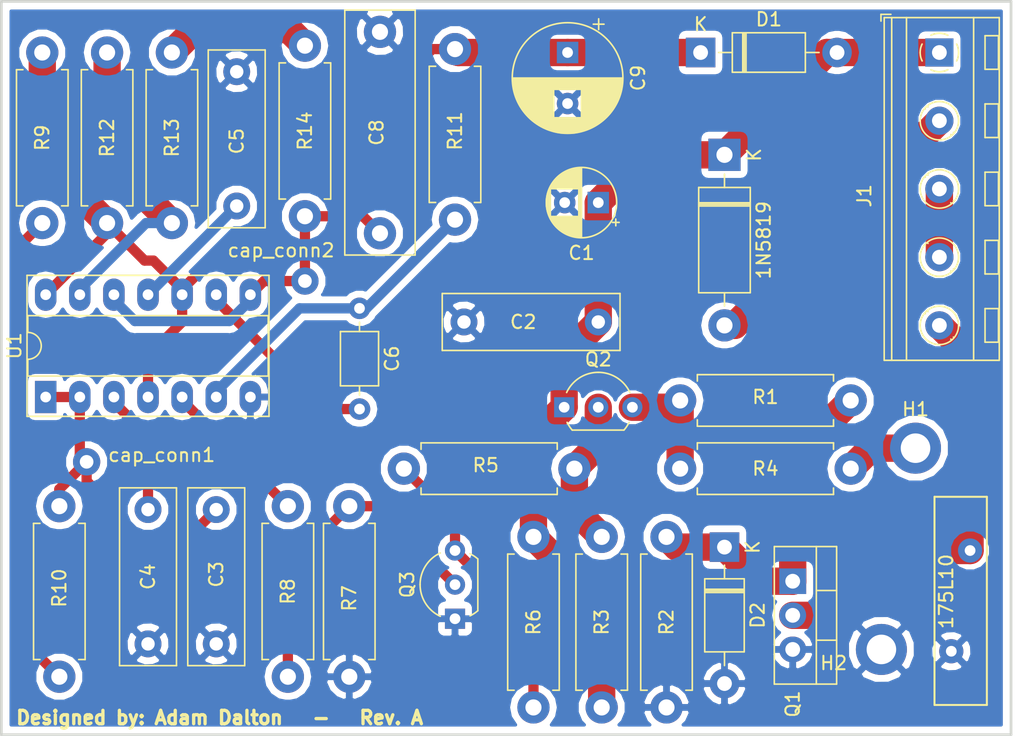
<source format=kicad_pcb>
(kicad_pcb (version 20171130) (host pcbnew "(5.0.1)-4")

  (general
    (thickness 1.6)
    (drawings 5)
    (tracks 109)
    (zones 0)
    (modules 35)
    (nets 23)
  )

  (page A4)
  (title_block
    (title "Electric Fence Charger")
    (date 2020-04-17)
    (rev v01)
    (comment 1 "Author: Adam Dalton")
  )

  (layers
    (0 F.Cu signal)
    (31 B.Cu signal)
    (32 B.Adhes user)
    (33 F.Adhes user)
    (34 B.Paste user)
    (35 F.Paste user)
    (36 B.SilkS user)
    (37 F.SilkS user)
    (38 B.Mask user)
    (39 F.Mask user)
    (40 Dwgs.User user)
    (41 Cmts.User user)
    (42 Eco1.User user)
    (43 Eco2.User user)
    (44 Edge.Cuts user)
    (45 Margin user)
    (46 B.CrtYd user hide)
    (47 F.CrtYd user)
    (48 B.Fab user)
    (49 F.Fab user hide)
  )

  (setup
    (last_trace_width 0.1524)
    (user_trace_width 0.762)
    (user_trace_width 2.032)
    (user_trace_width 3.048)
    (trace_clearance 0.1524)
    (zone_clearance 0.508)
    (zone_45_only no)
    (trace_min 0.1524)
    (segment_width 0.2)
    (edge_width 0.15)
    (via_size 0.6858)
    (via_drill 0.3302)
    (via_min_size 0.508)
    (via_min_drill 0.254)
    (uvia_size 0.762)
    (uvia_drill 0.381)
    (uvias_allowed no)
    (uvia_min_size 0.2)
    (uvia_min_drill 0.1)
    (pcb_text_width 0.3)
    (pcb_text_size 1.5 1.5)
    (mod_edge_width 0.15)
    (mod_text_size 1 1)
    (mod_text_width 0.15)
    (pad_size 2.032 2.032)
    (pad_drill 1.016)
    (pad_to_mask_clearance 0.0508)
    (solder_mask_min_width 0.1016)
    (aux_axis_origin 0 0)
    (visible_elements 7FFFFFFF)
    (pcbplotparams
      (layerselection 0x010fc_ffffffff)
      (usegerberextensions false)
      (usegerberattributes false)
      (usegerberadvancedattributes false)
      (creategerberjobfile false)
      (excludeedgelayer true)
      (linewidth 0.100000)
      (plotframeref false)
      (viasonmask false)
      (mode 1)
      (useauxorigin false)
      (hpglpennumber 1)
      (hpglpenspeed 20)
      (hpglpendiameter 15.000000)
      (psnegative false)
      (psa4output false)
      (plotreference true)
      (plotvalue true)
      (plotinvisibletext false)
      (padsonsilk false)
      (subtractmaskfromsilk false)
      (outputformat 1)
      (mirror false)
      (drillshape 1)
      (scaleselection 1)
      (outputdirectory ""))
  )

  (net 0 "")
  (net 1 "Net-(175L10-Pad1)")
  (net 2 Earth)
  (net 3 /Vcc)
  (net 4 "Net-(1N5819-Pad2)")
  (net 5 "Net-(C3-Pad1)")
  (net 6 "Net-(C4-Pad1)")
  (net 7 "Net-(C5-Pad1)")
  (net 8 "Net-(C6-Pad1)")
  (net 9 "Net-(C6-Pad2)")
  (net 10 "Net-(C8-Pad1)")
  (net 11 "Net-(H1-Pad1)")
  (net 12 "Net-(Q2-Pad2)")
  (net 13 "Net-(Q2-Pad3)")
  (net 14 "Net-(Q3-Pad3)")
  (net 15 "Net-(Q3-Pad2)")
  (net 16 "Net-(R8-Pad1)")
  (net 17 "Net-(R10-Pad1)")
  (net 18 "Net-(R12-Pad2)")
  (net 19 "Net-(R13-Pad1)")
  (net 20 "Net-(J1-Pad3)")
  (net 21 "Net-(1N5819-Pad1)")
  (net 22 "Net-(D2-Pad1)")

  (net_class Default "This is the default net class."
    (clearance 0.1524)
    (trace_width 0.1524)
    (via_dia 0.6858)
    (via_drill 0.3302)
    (uvia_dia 0.762)
    (uvia_drill 0.381)
    (add_net /Vcc)
    (add_net Earth)
    (add_net "Net-(175L10-Pad1)")
    (add_net "Net-(1N5819-Pad1)")
    (add_net "Net-(1N5819-Pad2)")
    (add_net "Net-(C3-Pad1)")
    (add_net "Net-(C4-Pad1)")
    (add_net "Net-(C5-Pad1)")
    (add_net "Net-(C6-Pad1)")
    (add_net "Net-(C6-Pad2)")
    (add_net "Net-(C8-Pad1)")
    (add_net "Net-(D2-Pad1)")
    (add_net "Net-(H1-Pad1)")
    (add_net "Net-(J1-Pad3)")
    (add_net "Net-(Q2-Pad2)")
    (add_net "Net-(Q2-Pad3)")
    (add_net "Net-(Q3-Pad2)")
    (add_net "Net-(Q3-Pad3)")
    (add_net "Net-(R10-Pad1)")
    (add_net "Net-(R12-Pad2)")
    (add_net "Net-(R13-Pad1)")
    (add_net "Net-(R8-Pad1)")
  )

  (module TerminalBlock_RND:TerminalBlock_RND_205-00235_1x05_P5.08mm_Horizontal (layer F.Cu) (tedit 5B294F41) (tstamp 5EA7852F)
    (at 190.5 51.054 270)
    (descr "terminal block RND 205-00235, 5 pins, pitch 5.08mm, size 25.4x8.45mm^2, drill diamater 1.1mm, pad diameter 2.1mm, see http://cdn-reichelt.de/documents/datenblatt/C151/RND_205-00232_DB_EN.pdf, script-generated using https://github.com/pointhi/kicad-footprint-generator/scripts/TerminalBlock_RND")
    (tags "THT terminal block RND 205-00235 pitch 5.08mm size 25.4x8.45mm^2 drill 1.1mm pad 2.1mm")
    (path /5EA3436C)
    (fp_text reference J1 (at 10.668 5.588 270) (layer F.SilkS)
      (effects (font (size 1 1) (thickness 0.15)))
    )
    (fp_text value Screw_Terminal_01x05 (at 10.16 5.11 270) (layer F.Fab)
      (effects (font (size 1 1) (thickness 0.15)))
    )
    (fp_arc (start 0 0) (end 0 1.43) (angle -26) (layer F.SilkS) (width 0.12))
    (fp_arc (start 0 0) (end 1.286 0.627) (angle -52) (layer F.SilkS) (width 0.12))
    (fp_arc (start 0 0) (end 0.627 -1.286) (angle -52) (layer F.SilkS) (width 0.12))
    (fp_arc (start 0 0) (end -1.286 -0.628) (angle -52) (layer F.SilkS) (width 0.12))
    (fp_arc (start 0 0) (end -0.628 1.286) (angle -27) (layer F.SilkS) (width 0.12))
    (fp_circle (center 0 0) (end 1.25 0) (layer F.Fab) (width 0.1))
    (fp_circle (center 5.08 0) (end 6.33 0) (layer F.Fab) (width 0.1))
    (fp_circle (center 5.08 0) (end 6.51 0) (layer F.SilkS) (width 0.12))
    (fp_circle (center 10.16 0) (end 11.41 0) (layer F.Fab) (width 0.1))
    (fp_circle (center 10.16 0) (end 11.59 0) (layer F.SilkS) (width 0.12))
    (fp_circle (center 15.24 0) (end 16.49 0) (layer F.Fab) (width 0.1))
    (fp_circle (center 15.24 0) (end 16.67 0) (layer F.SilkS) (width 0.12))
    (fp_circle (center 20.32 0) (end 21.57 0) (layer F.Fab) (width 0.1))
    (fp_circle (center 20.32 0) (end 21.75 0) (layer F.SilkS) (width 0.12))
    (fp_line (start -2.54 -4.4) (end 22.86 -4.4) (layer F.Fab) (width 0.1))
    (fp_line (start 22.86 -4.4) (end 22.86 4.05) (layer F.Fab) (width 0.1))
    (fp_line (start 22.86 4.05) (end -2.04 4.05) (layer F.Fab) (width 0.1))
    (fp_line (start -2.04 4.05) (end -2.54 3.55) (layer F.Fab) (width 0.1))
    (fp_line (start -2.54 3.55) (end -2.54 -4.4) (layer F.Fab) (width 0.1))
    (fp_line (start -2.54 3.55) (end 22.86 3.55) (layer F.Fab) (width 0.1))
    (fp_line (start -2.6 3.55) (end 22.92 3.55) (layer F.SilkS) (width 0.12))
    (fp_line (start -2.54 2.45) (end 22.86 2.45) (layer F.Fab) (width 0.1))
    (fp_line (start -2.6 2.45) (end 22.92 2.45) (layer F.SilkS) (width 0.12))
    (fp_line (start -2.54 -2.55) (end 22.86 -2.55) (layer F.Fab) (width 0.1))
    (fp_line (start -2.6 -2.55) (end 22.92 -2.55) (layer F.SilkS) (width 0.12))
    (fp_line (start -2.6 -4.46) (end 22.92 -4.46) (layer F.SilkS) (width 0.12))
    (fp_line (start -2.6 4.11) (end 22.92 4.11) (layer F.SilkS) (width 0.12))
    (fp_line (start -2.6 -4.46) (end -2.6 4.11) (layer F.SilkS) (width 0.12))
    (fp_line (start 22.92 -4.46) (end 22.92 4.11) (layer F.SilkS) (width 0.12))
    (fp_line (start 0.949 -0.796) (end -0.796 0.948) (layer F.Fab) (width 0.1))
    (fp_line (start 0.796 -0.948) (end -0.949 0.796) (layer F.Fab) (width 0.1))
    (fp_line (start -1.25 -4.4) (end -1.25 -3.4) (layer F.Fab) (width 0.1))
    (fp_line (start -1.25 -3.4) (end 1.25 -3.4) (layer F.Fab) (width 0.1))
    (fp_line (start 1.25 -3.4) (end 1.25 -4.4) (layer F.Fab) (width 0.1))
    (fp_line (start 1.25 -4.4) (end -1.25 -4.4) (layer F.Fab) (width 0.1))
    (fp_line (start -1.25 -4.4) (end 1.25 -4.4) (layer F.SilkS) (width 0.12))
    (fp_line (start -1.25 -3.4) (end 1.25 -3.4) (layer F.SilkS) (width 0.12))
    (fp_line (start -1.25 -4.4) (end -1.25 -3.4) (layer F.SilkS) (width 0.12))
    (fp_line (start 1.25 -4.4) (end 1.25 -3.4) (layer F.SilkS) (width 0.12))
    (fp_line (start 6.029 -0.796) (end 4.285 0.948) (layer F.Fab) (width 0.1))
    (fp_line (start 5.876 -0.948) (end 4.132 0.796) (layer F.Fab) (width 0.1))
    (fp_line (start 6.165 -0.91) (end 6.105 -0.851) (layer F.SilkS) (width 0.12))
    (fp_line (start 4.21 1.045) (end 4.17 1.085) (layer F.SilkS) (width 0.12))
    (fp_line (start 5.991 -1.085) (end 5.951 -1.045) (layer F.SilkS) (width 0.12))
    (fp_line (start 4.056 0.85) (end 3.996 0.91) (layer F.SilkS) (width 0.12))
    (fp_line (start 3.83 -4.4) (end 3.83 -3.4) (layer F.Fab) (width 0.1))
    (fp_line (start 3.83 -3.4) (end 6.33 -3.4) (layer F.Fab) (width 0.1))
    (fp_line (start 6.33 -3.4) (end 6.33 -4.4) (layer F.Fab) (width 0.1))
    (fp_line (start 6.33 -4.4) (end 3.83 -4.4) (layer F.Fab) (width 0.1))
    (fp_line (start 3.83 -4.4) (end 6.33 -4.4) (layer F.SilkS) (width 0.12))
    (fp_line (start 3.83 -3.4) (end 6.33 -3.4) (layer F.SilkS) (width 0.12))
    (fp_line (start 3.83 -4.4) (end 3.83 -3.4) (layer F.SilkS) (width 0.12))
    (fp_line (start 6.33 -4.4) (end 6.33 -3.4) (layer F.SilkS) (width 0.12))
    (fp_line (start 11.109 -0.796) (end 9.365 0.948) (layer F.Fab) (width 0.1))
    (fp_line (start 10.956 -0.948) (end 9.212 0.796) (layer F.Fab) (width 0.1))
    (fp_line (start 11.245 -0.91) (end 11.185 -0.851) (layer F.SilkS) (width 0.12))
    (fp_line (start 9.29 1.045) (end 9.25 1.085) (layer F.SilkS) (width 0.12))
    (fp_line (start 11.071 -1.085) (end 11.031 -1.045) (layer F.SilkS) (width 0.12))
    (fp_line (start 9.136 0.85) (end 9.076 0.91) (layer F.SilkS) (width 0.12))
    (fp_line (start 8.91 -4.4) (end 8.91 -3.4) (layer F.Fab) (width 0.1))
    (fp_line (start 8.91 -3.4) (end 11.41 -3.4) (layer F.Fab) (width 0.1))
    (fp_line (start 11.41 -3.4) (end 11.41 -4.4) (layer F.Fab) (width 0.1))
    (fp_line (start 11.41 -4.4) (end 8.91 -4.4) (layer F.Fab) (width 0.1))
    (fp_line (start 8.91 -4.4) (end 11.41 -4.4) (layer F.SilkS) (width 0.12))
    (fp_line (start 8.91 -3.4) (end 11.41 -3.4) (layer F.SilkS) (width 0.12))
    (fp_line (start 8.91 -4.4) (end 8.91 -3.4) (layer F.SilkS) (width 0.12))
    (fp_line (start 11.41 -4.4) (end 11.41 -3.4) (layer F.SilkS) (width 0.12))
    (fp_line (start 16.189 -0.796) (end 14.445 0.948) (layer F.Fab) (width 0.1))
    (fp_line (start 16.036 -0.948) (end 14.292 0.796) (layer F.Fab) (width 0.1))
    (fp_line (start 16.325 -0.91) (end 16.265 -0.851) (layer F.SilkS) (width 0.12))
    (fp_line (start 14.37 1.045) (end 14.33 1.085) (layer F.SilkS) (width 0.12))
    (fp_line (start 16.151 -1.085) (end 16.111 -1.045) (layer F.SilkS) (width 0.12))
    (fp_line (start 14.216 0.85) (end 14.156 0.91) (layer F.SilkS) (width 0.12))
    (fp_line (start 13.99 -4.4) (end 13.99 -3.4) (layer F.Fab) (width 0.1))
    (fp_line (start 13.99 -3.4) (end 16.49 -3.4) (layer F.Fab) (width 0.1))
    (fp_line (start 16.49 -3.4) (end 16.49 -4.4) (layer F.Fab) (width 0.1))
    (fp_line (start 16.49 -4.4) (end 13.99 -4.4) (layer F.Fab) (width 0.1))
    (fp_line (start 13.99 -4.4) (end 16.49 -4.4) (layer F.SilkS) (width 0.12))
    (fp_line (start 13.99 -3.4) (end 16.49 -3.4) (layer F.SilkS) (width 0.12))
    (fp_line (start 13.99 -4.4) (end 13.99 -3.4) (layer F.SilkS) (width 0.12))
    (fp_line (start 16.49 -4.4) (end 16.49 -3.4) (layer F.SilkS) (width 0.12))
    (fp_line (start 21.269 -0.796) (end 19.525 0.948) (layer F.Fab) (width 0.1))
    (fp_line (start 21.116 -0.948) (end 19.372 0.796) (layer F.Fab) (width 0.1))
    (fp_line (start 21.405 -0.91) (end 21.345 -0.851) (layer F.SilkS) (width 0.12))
    (fp_line (start 19.45 1.045) (end 19.41 1.085) (layer F.SilkS) (width 0.12))
    (fp_line (start 21.231 -1.085) (end 21.191 -1.045) (layer F.SilkS) (width 0.12))
    (fp_line (start 19.296 0.85) (end 19.236 0.91) (layer F.SilkS) (width 0.12))
    (fp_line (start 19.07 -4.4) (end 19.07 -3.4) (layer F.Fab) (width 0.1))
    (fp_line (start 19.07 -3.4) (end 21.57 -3.4) (layer F.Fab) (width 0.1))
    (fp_line (start 21.57 -3.4) (end 21.57 -4.4) (layer F.Fab) (width 0.1))
    (fp_line (start 21.57 -4.4) (end 19.07 -4.4) (layer F.Fab) (width 0.1))
    (fp_line (start 19.07 -4.4) (end 21.57 -4.4) (layer F.SilkS) (width 0.12))
    (fp_line (start 19.07 -3.4) (end 21.57 -3.4) (layer F.SilkS) (width 0.12))
    (fp_line (start 19.07 -4.4) (end 19.07 -3.4) (layer F.SilkS) (width 0.12))
    (fp_line (start 21.57 -4.4) (end 21.57 -3.4) (layer F.SilkS) (width 0.12))
    (fp_line (start -2.84 3.61) (end -2.84 4.35) (layer F.SilkS) (width 0.12))
    (fp_line (start -2.84 4.35) (end -2.34 4.35) (layer F.SilkS) (width 0.12))
    (fp_line (start -3.04 -4.9) (end -3.04 4.55) (layer F.CrtYd) (width 0.05))
    (fp_line (start -3.04 4.55) (end 23.36 4.55) (layer F.CrtYd) (width 0.05))
    (fp_line (start 23.36 4.55) (end 23.36 -4.9) (layer F.CrtYd) (width 0.05))
    (fp_line (start 23.36 -4.9) (end -3.04 -4.9) (layer F.CrtYd) (width 0.05))
    (fp_text user %R (at 10.16 -5.46 270) (layer F.Fab)
      (effects (font (size 1 1) (thickness 0.15)))
    )
    (pad 1 thru_hole rect (at 0 0 270) (size 2.1 2.1) (drill 1.1) (layers *.Cu *.Mask)
      (net 21 "Net-(1N5819-Pad1)"))
    (pad 2 thru_hole circle (at 5.08 0 270) (size 2.1 2.1) (drill 1.1) (layers *.Cu *.Mask)
      (net 4 "Net-(1N5819-Pad2)"))
    (pad 3 thru_hole circle (at 10.16 0 270) (size 2.1 2.1) (drill 1.1) (layers *.Cu *.Mask)
      (net 20 "Net-(J1-Pad3)"))
    (pad 4 thru_hole circle (at 15.24 0 270) (size 2.1 2.1) (drill 1.1) (layers *.Cu *.Mask)
      (net 20 "Net-(J1-Pad3)"))
    (pad 5 thru_hole circle (at 20.32 0 270) (size 2.1 2.1) (drill 1.1) (layers *.Cu *.Mask)
      (net 1 "Net-(175L10-Pad1)"))
    (model ${KISYS3DMOD}/TerminalBlock_RND.3dshapes/TerminalBlock_RND_205-00235_1x05_P5.08mm_Horizontal.wrl
      (at (xyz 0 0 0))
      (scale (xyz 1 1 1))
      (rotate (xyz 0 0 0))
    )
  )

  (module MountingHole:MountingHole_2.2mm_M2_ISO14580_Pad (layer F.Cu) (tedit 5EA9340C) (tstamp 5EA77A0D)
    (at 143.256 68.072)
    (descr "Mounting Hole 2.2mm, M2, ISO14580")
    (tags "mounting hole 2.2mm m2 iso14580")
    (path /5E9A55EA)
    (attr virtual)
    (fp_text reference cap_conn2 (at -1.778 -2.286) (layer F.SilkS)
      (effects (font (size 1 1) (thickness 0.15)))
    )
    (fp_text value MountingHole_Pad (at 0 2.9) (layer F.Fab)
      (effects (font (size 1 1) (thickness 0.15)))
    )
    (fp_circle (center 0 0) (end 1.397 0) (layer F.CrtYd) (width 0.05))
    (fp_circle (center 0 0) (end 1.143 0) (layer Cmts.User) (width 0.15))
    (fp_text user %R (at 0.3 0) (layer F.Fab)
      (effects (font (size 1 1) (thickness 0.15)))
    )
    (pad 1 thru_hole circle (at 0 0) (size 2.032 2.032) (drill 1.016) (layers *.Cu *.Mask)
      (net 10 "Net-(C8-Pad1)"))
  )

  (module MountingHole:MountingHole_2.2mm_M2_ISO14580_Pad (layer F.Cu) (tedit 5EA933A0) (tstamp 5EA76C79)
    (at 127 81.534)
    (descr "Mounting Hole 2.2mm, M2, ISO14580")
    (tags "mounting hole 2.2mm m2 iso14580")
    (path /5E9A5750)
    (attr virtual)
    (fp_text reference cap_conn1 (at 5.588 -0.508) (layer F.SilkS)
      (effects (font (size 1 1) (thickness 0.15)))
    )
    (fp_text value MountingHole_Pad (at 0 2.9) (layer F.Fab)
      (effects (font (size 1 1) (thickness 0.15)))
    )
    (fp_text user %R (at 0.3 0) (layer F.Fab)
      (effects (font (size 1 1) (thickness 0.15)))
    )
    (fp_circle (center 0 0) (end 1.1176 0) (layer Cmts.User) (width 0.15))
    (fp_circle (center 0 0) (end 1.3716 0) (layer F.CrtYd) (width 0.05))
    (pad 1 thru_hole circle (at 0 0) (size 2.032 2.032) (drill 1.016) (layers *.Cu *.Mask)
      (net 5 "Net-(C3-Pad1)"))
  )

  (module Diode_THT:D_DO-41_SOD81_P10.16mm_Horizontal (layer F.Cu) (tedit 5AE50CD5) (tstamp 5EA9414D)
    (at 172.72 51.054)
    (descr "Diode, DO-41_SOD81 series, Axial, Horizontal, pin pitch=10.16mm, , length*diameter=5.2*2.7mm^2, , http://www.diodes.com/_files/packages/DO-41%20(Plastic).pdf")
    (tags "Diode DO-41_SOD81 series Axial Horizontal pin pitch 10.16mm  length 5.2mm diameter 2.7mm")
    (path /5EA2490C)
    (fp_text reference D1 (at 5.08 -2.47) (layer F.SilkS)
      (effects (font (size 1 1) (thickness 0.15)))
    )
    (fp_text value 1N4006 (at 5.08 2.47) (layer F.Fab)
      (effects (font (size 1 1) (thickness 0.15)))
    )
    (fp_text user K (at 0 -2.1) (layer F.SilkS)
      (effects (font (size 1 1) (thickness 0.15)))
    )
    (fp_text user K (at 0 -2.1) (layer F.Fab)
      (effects (font (size 1 1) (thickness 0.15)))
    )
    (fp_text user %R (at 5.47 0) (layer F.Fab)
      (effects (font (size 1 1) (thickness 0.15)))
    )
    (fp_line (start 11.51 -1.6) (end -1.35 -1.6) (layer F.CrtYd) (width 0.05))
    (fp_line (start 11.51 1.6) (end 11.51 -1.6) (layer F.CrtYd) (width 0.05))
    (fp_line (start -1.35 1.6) (end 11.51 1.6) (layer F.CrtYd) (width 0.05))
    (fp_line (start -1.35 -1.6) (end -1.35 1.6) (layer F.CrtYd) (width 0.05))
    (fp_line (start 3.14 -1.47) (end 3.14 1.47) (layer F.SilkS) (width 0.12))
    (fp_line (start 3.38 -1.47) (end 3.38 1.47) (layer F.SilkS) (width 0.12))
    (fp_line (start 3.26 -1.47) (end 3.26 1.47) (layer F.SilkS) (width 0.12))
    (fp_line (start 8.82 0) (end 7.8 0) (layer F.SilkS) (width 0.12))
    (fp_line (start 1.34 0) (end 2.36 0) (layer F.SilkS) (width 0.12))
    (fp_line (start 7.8 -1.47) (end 2.36 -1.47) (layer F.SilkS) (width 0.12))
    (fp_line (start 7.8 1.47) (end 7.8 -1.47) (layer F.SilkS) (width 0.12))
    (fp_line (start 2.36 1.47) (end 7.8 1.47) (layer F.SilkS) (width 0.12))
    (fp_line (start 2.36 -1.47) (end 2.36 1.47) (layer F.SilkS) (width 0.12))
    (fp_line (start 3.16 -1.35) (end 3.16 1.35) (layer F.Fab) (width 0.1))
    (fp_line (start 3.36 -1.35) (end 3.36 1.35) (layer F.Fab) (width 0.1))
    (fp_line (start 3.26 -1.35) (end 3.26 1.35) (layer F.Fab) (width 0.1))
    (fp_line (start 10.16 0) (end 7.68 0) (layer F.Fab) (width 0.1))
    (fp_line (start 0 0) (end 2.48 0) (layer F.Fab) (width 0.1))
    (fp_line (start 7.68 -1.35) (end 2.48 -1.35) (layer F.Fab) (width 0.1))
    (fp_line (start 7.68 1.35) (end 7.68 -1.35) (layer F.Fab) (width 0.1))
    (fp_line (start 2.48 1.35) (end 7.68 1.35) (layer F.Fab) (width 0.1))
    (fp_line (start 2.48 -1.35) (end 2.48 1.35) (layer F.Fab) (width 0.1))
    (pad 2 thru_hole oval (at 10.16 0) (size 2.2 2.2) (drill 1.1) (layers *.Cu *.Mask)
      (net 21 "Net-(1N5819-Pad1)"))
    (pad 1 thru_hole rect (at 0 0) (size 2.2 2.2) (drill 1.1) (layers *.Cu *.Mask)
      (net 3 /Vcc))
    (model ${KISYS3DMOD}/Diode_THT.3dshapes/D_DO-41_SOD81_P10.16mm_Horizontal.wrl
      (at (xyz 0 0 0))
      (scale (xyz 1 1 1))
      (rotate (xyz 0 0 0))
    )
  )

  (module Diode_THT:D_DO-41_SOD81_P10.16mm_Horizontal (layer F.Cu) (tedit 5AE50CD5) (tstamp 5EA93CAB)
    (at 174.498 87.884 270)
    (descr "Diode, DO-41_SOD81 series, Axial, Horizontal, pin pitch=10.16mm, , length*diameter=5.2*2.7mm^2, , http://www.diodes.com/_files/packages/DO-41%20(Plastic).pdf")
    (tags "Diode DO-41_SOD81 series Axial Horizontal pin pitch 10.16mm  length 5.2mm diameter 2.7mm")
    (path /5EA24D25)
    (fp_text reference D2 (at 5.08 -2.47 270) (layer F.SilkS)
      (effects (font (size 1 1) (thickness 0.15)))
    )
    (fp_text value 1N4006_2 (at 5.08 2.47 270) (layer F.Fab)
      (effects (font (size 1 1) (thickness 0.15)))
    )
    (fp_line (start 2.48 -1.35) (end 2.48 1.35) (layer F.Fab) (width 0.1))
    (fp_line (start 2.48 1.35) (end 7.68 1.35) (layer F.Fab) (width 0.1))
    (fp_line (start 7.68 1.35) (end 7.68 -1.35) (layer F.Fab) (width 0.1))
    (fp_line (start 7.68 -1.35) (end 2.48 -1.35) (layer F.Fab) (width 0.1))
    (fp_line (start 0 0) (end 2.48 0) (layer F.Fab) (width 0.1))
    (fp_line (start 10.16 0) (end 7.68 0) (layer F.Fab) (width 0.1))
    (fp_line (start 3.26 -1.35) (end 3.26 1.35) (layer F.Fab) (width 0.1))
    (fp_line (start 3.36 -1.35) (end 3.36 1.35) (layer F.Fab) (width 0.1))
    (fp_line (start 3.16 -1.35) (end 3.16 1.35) (layer F.Fab) (width 0.1))
    (fp_line (start 2.36 -1.47) (end 2.36 1.47) (layer F.SilkS) (width 0.12))
    (fp_line (start 2.36 1.47) (end 7.8 1.47) (layer F.SilkS) (width 0.12))
    (fp_line (start 7.8 1.47) (end 7.8 -1.47) (layer F.SilkS) (width 0.12))
    (fp_line (start 7.8 -1.47) (end 2.36 -1.47) (layer F.SilkS) (width 0.12))
    (fp_line (start 1.34 0) (end 2.36 0) (layer F.SilkS) (width 0.12))
    (fp_line (start 8.82 0) (end 7.8 0) (layer F.SilkS) (width 0.12))
    (fp_line (start 3.26 -1.47) (end 3.26 1.47) (layer F.SilkS) (width 0.12))
    (fp_line (start 3.38 -1.47) (end 3.38 1.47) (layer F.SilkS) (width 0.12))
    (fp_line (start 3.14 -1.47) (end 3.14 1.47) (layer F.SilkS) (width 0.12))
    (fp_line (start -1.35 -1.6) (end -1.35 1.6) (layer F.CrtYd) (width 0.05))
    (fp_line (start -1.35 1.6) (end 11.51 1.6) (layer F.CrtYd) (width 0.05))
    (fp_line (start 11.51 1.6) (end 11.51 -1.6) (layer F.CrtYd) (width 0.05))
    (fp_line (start 11.51 -1.6) (end -1.35 -1.6) (layer F.CrtYd) (width 0.05))
    (fp_text user %R (at 5.47 0 270) (layer F.Fab)
      (effects (font (size 1 1) (thickness 0.15)))
    )
    (fp_text user K (at 0 -2.1 270) (layer F.Fab)
      (effects (font (size 1 1) (thickness 0.15)))
    )
    (fp_text user K (at 0 -2.1 270) (layer F.SilkS)
      (effects (font (size 1 1) (thickness 0.15)))
    )
    (pad 1 thru_hole rect (at 0 0 270) (size 2.2 2.2) (drill 1.1) (layers *.Cu *.Mask)
      (net 22 "Net-(D2-Pad1)"))
    (pad 2 thru_hole oval (at 10.16 0 270) (size 2.2 2.2) (drill 1.1) (layers *.Cu *.Mask)
      (net 2 Earth))
    (model ${KISYS3DMOD}/Diode_THT.3dshapes/D_DO-41_SOD81_P10.16mm_Horizontal.wrl
      (at (xyz 0 0 0))
      (scale (xyz 1 1 1))
      (rotate (xyz 0 0 0))
    )
  )

  (module Package_DIP:DIP-14_W7.62mm_Socket_LongPads (layer F.Cu) (tedit 5A02E8C5) (tstamp 5EA93C1E)
    (at 123.952 76.708 90)
    (descr "14-lead though-hole mounted DIP package, row spacing 7.62 mm (300 mils), Socket, LongPads")
    (tags "THT DIP DIL PDIP 2.54mm 7.62mm 300mil Socket LongPads")
    (path /5E96FA42)
    (fp_text reference U1 (at 3.81 -2.33 90) (layer F.SilkS)
      (effects (font (size 1 1) (thickness 0.15)))
    )
    (fp_text value NE556 (at 3.81 17.57 90) (layer F.Fab)
      (effects (font (size 1 1) (thickness 0.15)))
    )
    (fp_arc (start 3.81 -1.33) (end 2.81 -1.33) (angle -180) (layer F.SilkS) (width 0.12))
    (fp_line (start 1.635 -1.27) (end 6.985 -1.27) (layer F.Fab) (width 0.1))
    (fp_line (start 6.985 -1.27) (end 6.985 16.51) (layer F.Fab) (width 0.1))
    (fp_line (start 6.985 16.51) (end 0.635 16.51) (layer F.Fab) (width 0.1))
    (fp_line (start 0.635 16.51) (end 0.635 -0.27) (layer F.Fab) (width 0.1))
    (fp_line (start 0.635 -0.27) (end 1.635 -1.27) (layer F.Fab) (width 0.1))
    (fp_line (start -1.27 -1.33) (end -1.27 16.57) (layer F.Fab) (width 0.1))
    (fp_line (start -1.27 16.57) (end 8.89 16.57) (layer F.Fab) (width 0.1))
    (fp_line (start 8.89 16.57) (end 8.89 -1.33) (layer F.Fab) (width 0.1))
    (fp_line (start 8.89 -1.33) (end -1.27 -1.33) (layer F.Fab) (width 0.1))
    (fp_line (start 2.81 -1.33) (end 1.56 -1.33) (layer F.SilkS) (width 0.12))
    (fp_line (start 1.56 -1.33) (end 1.56 16.57) (layer F.SilkS) (width 0.12))
    (fp_line (start 1.56 16.57) (end 6.06 16.57) (layer F.SilkS) (width 0.12))
    (fp_line (start 6.06 16.57) (end 6.06 -1.33) (layer F.SilkS) (width 0.12))
    (fp_line (start 6.06 -1.33) (end 4.81 -1.33) (layer F.SilkS) (width 0.12))
    (fp_line (start -1.44 -1.39) (end -1.44 16.63) (layer F.SilkS) (width 0.12))
    (fp_line (start -1.44 16.63) (end 9.06 16.63) (layer F.SilkS) (width 0.12))
    (fp_line (start 9.06 16.63) (end 9.06 -1.39) (layer F.SilkS) (width 0.12))
    (fp_line (start 9.06 -1.39) (end -1.44 -1.39) (layer F.SilkS) (width 0.12))
    (fp_line (start -1.55 -1.6) (end -1.55 16.85) (layer F.CrtYd) (width 0.05))
    (fp_line (start -1.55 16.85) (end 9.15 16.85) (layer F.CrtYd) (width 0.05))
    (fp_line (start 9.15 16.85) (end 9.15 -1.6) (layer F.CrtYd) (width 0.05))
    (fp_line (start 9.15 -1.6) (end -1.55 -1.6) (layer F.CrtYd) (width 0.05))
    (fp_text user %R (at 3.81 7.62 90) (layer F.Fab)
      (effects (font (size 1 1) (thickness 0.15)))
    )
    (pad 1 thru_hole rect (at 0 0 90) (size 2.4 1.6) (drill 0.8) (layers *.Cu *.Mask)
      (net 5 "Net-(C3-Pad1)"))
    (pad 8 thru_hole oval (at 7.62 15.24 90) (size 2.4 1.6) (drill 0.8) (layers *.Cu *.Mask)
      (net 10 "Net-(C8-Pad1)"))
    (pad 2 thru_hole oval (at 0 2.54 90) (size 2.4 1.6) (drill 0.8) (layers *.Cu *.Mask)
      (net 5 "Net-(C3-Pad1)"))
    (pad 9 thru_hole oval (at 7.62 12.7 90) (size 2.4 1.6) (drill 0.8) (layers *.Cu *.Mask)
      (net 9 "Net-(C6-Pad2)"))
    (pad 3 thru_hole oval (at 0 5.08 90) (size 2.4 1.6) (drill 0.8) (layers *.Cu *.Mask)
      (net 6 "Net-(C4-Pad1)"))
    (pad 10 thru_hole oval (at 7.62 10.16 90) (size 2.4 1.6) (drill 0.8) (layers *.Cu *.Mask)
      (net 3 /Vcc))
    (pad 4 thru_hole oval (at 0 7.62 90) (size 2.4 1.6) (drill 0.8) (layers *.Cu *.Mask)
      (net 3 /Vcc))
    (pad 11 thru_hole oval (at 7.62 7.62 90) (size 2.4 1.6) (drill 0.8) (layers *.Cu *.Mask)
      (net 7 "Net-(C5-Pad1)"))
    (pad 5 thru_hole oval (at 0 10.16 90) (size 2.4 1.6) (drill 0.8) (layers *.Cu *.Mask)
      (net 16 "Net-(R8-Pad1)"))
    (pad 12 thru_hole oval (at 7.62 5.08 90) (size 2.4 1.6) (drill 0.8) (layers *.Cu *.Mask)
      (net 10 "Net-(C8-Pad1)"))
    (pad 6 thru_hole oval (at 0 12.7 90) (size 2.4 1.6) (drill 0.8) (layers *.Cu *.Mask)
      (net 8 "Net-(C6-Pad1)"))
    (pad 13 thru_hole oval (at 7.62 2.54 90) (size 2.4 1.6) (drill 0.8) (layers *.Cu *.Mask)
      (net 18 "Net-(R12-Pad2)"))
    (pad 7 thru_hole oval (at 0 15.24 90) (size 2.4 1.6) (drill 0.8) (layers *.Cu *.Mask)
      (net 2 Earth))
    (pad 14 thru_hole oval (at 7.62 0 90) (size 2.4 1.6) (drill 0.8) (layers *.Cu *.Mask)
      (net 3 /Vcc))
    (model ${KISYS3DMOD}/Package_DIP.3dshapes/DIP-14_W7.62mm_Socket.wrl
      (at (xyz 0 0 0))
      (scale (xyz 1 1 1))
      (rotate (xyz 0 0 0))
    )
  )

  (module Package_TO_SOT_THT:TO-220-3_Vertical (layer F.Cu) (tedit 5AC8BA0D) (tstamp 5EA93C05)
    (at 179.578 90.424 270)
    (descr "TO-220-3, Vertical, RM 2.54mm, see https://www.vishay.com/docs/66542/to-220-1.pdf")
    (tags "TO-220-3 Vertical RM 2.54mm")
    (path /5E96720C)
    (fp_text reference Q1 (at 9.144 0 270) (layer F.SilkS)
      (effects (font (size 1 1) (thickness 0.15)))
    )
    (fp_text value MJE13005G (at 2.54 2.5 270) (layer F.Fab)
      (effects (font (size 1 1) (thickness 0.15)))
    )
    (fp_line (start -2.46 -3.15) (end -2.46 1.25) (layer F.Fab) (width 0.1))
    (fp_line (start -2.46 1.25) (end 7.54 1.25) (layer F.Fab) (width 0.1))
    (fp_line (start 7.54 1.25) (end 7.54 -3.15) (layer F.Fab) (width 0.1))
    (fp_line (start 7.54 -3.15) (end -2.46 -3.15) (layer F.Fab) (width 0.1))
    (fp_line (start -2.46 -1.88) (end 7.54 -1.88) (layer F.Fab) (width 0.1))
    (fp_line (start 0.69 -3.15) (end 0.69 -1.88) (layer F.Fab) (width 0.1))
    (fp_line (start 4.39 -3.15) (end 4.39 -1.88) (layer F.Fab) (width 0.1))
    (fp_line (start -2.58 -3.27) (end 7.66 -3.27) (layer F.SilkS) (width 0.12))
    (fp_line (start -2.58 1.371) (end 7.66 1.371) (layer F.SilkS) (width 0.12))
    (fp_line (start -2.58 -3.27) (end -2.58 1.371) (layer F.SilkS) (width 0.12))
    (fp_line (start 7.66 -3.27) (end 7.66 1.371) (layer F.SilkS) (width 0.12))
    (fp_line (start -2.58 -1.76) (end 7.66 -1.76) (layer F.SilkS) (width 0.12))
    (fp_line (start 0.69 -3.27) (end 0.69 -1.76) (layer F.SilkS) (width 0.12))
    (fp_line (start 4.391 -3.27) (end 4.391 -1.76) (layer F.SilkS) (width 0.12))
    (fp_line (start -2.71 -3.4) (end -2.71 1.51) (layer F.CrtYd) (width 0.05))
    (fp_line (start -2.71 1.51) (end 7.79 1.51) (layer F.CrtYd) (width 0.05))
    (fp_line (start 7.79 1.51) (end 7.79 -3.4) (layer F.CrtYd) (width 0.05))
    (fp_line (start 7.79 -3.4) (end -2.71 -3.4) (layer F.CrtYd) (width 0.05))
    (fp_text user %R (at 2.54 -4.27 270) (layer F.Fab)
      (effects (font (size 1 1) (thickness 0.15)))
    )
    (pad 1 thru_hole rect (at 0 0 270) (size 1.905 2) (drill 1.1) (layers *.Cu *.Mask)
      (net 22 "Net-(D2-Pad1)"))
    (pad 2 thru_hole oval (at 2.54 0 270) (size 1.905 2) (drill 1.1) (layers *.Cu *.Mask)
      (net 1 "Net-(175L10-Pad1)"))
    (pad 3 thru_hole oval (at 5.08 0 270) (size 1.905 2) (drill 1.1) (layers *.Cu *.Mask)
      (net 2 Earth))
    (model ${KISYS3DMOD}/Package_TO_SOT_THT.3dshapes/TO-220-3_Vertical.wrl
      (at (xyz 0 0 0))
      (scale (xyz 1 1 1))
      (rotate (xyz 0 0 0))
    )
  )

  (module Package_TO_SOT_THT:TO-92L_Inline_Wide (layer F.Cu) (tedit 5A11996A) (tstamp 5EA93BF2)
    (at 162.56 77.47)
    (descr "TO-92L leads in-line (large body variant of TO-92), also known as TO-226, wide, drill 0.75mm (see https://www.diodes.com/assets/Package-Files/TO92L.pdf and http://www.ti.com/lit/an/snoa059/snoa059.pdf)")
    (tags "TO-92L Inline Wide transistor")
    (path /5E96A8E6)
    (fp_text reference Q2 (at 2.54 -3.56) (layer F.SilkS)
      (effects (font (size 1 1) (thickness 0.15)))
    )
    (fp_text value 2N3906 (at 2.54 2.79) (layer F.Fab)
      (effects (font (size 1 1) (thickness 0.15)))
    )
    (fp_arc (start 2.54 0) (end 4.45 1.7) (angle -15.88591585) (layer F.SilkS) (width 0.12))
    (fp_arc (start 2.54 0) (end 2.54 -2.48) (angle -130.2499344) (layer F.Fab) (width 0.1))
    (fp_arc (start 2.54 0) (end 2.54 -2.48) (angle 129.9527847) (layer F.Fab) (width 0.1))
    (fp_arc (start 2.54 0) (end 2.54 -2.6) (angle 65) (layer F.SilkS) (width 0.12))
    (fp_arc (start 2.54 0) (end 2.54 -2.6) (angle -65) (layer F.SilkS) (width 0.12))
    (fp_arc (start 2.54 0) (end 0.6 1.7) (angle 15.44288892) (layer F.SilkS) (width 0.12))
    (fp_line (start 6.1 1.85) (end -1 1.85) (layer F.CrtYd) (width 0.05))
    (fp_line (start 6.1 1.85) (end 6.1 -2.75) (layer F.CrtYd) (width 0.05))
    (fp_line (start -1 -2.75) (end -1 1.85) (layer F.CrtYd) (width 0.05))
    (fp_line (start -1 -2.75) (end 6.1 -2.75) (layer F.CrtYd) (width 0.05))
    (fp_line (start 0.65 1.6) (end 4.4 1.6) (layer F.Fab) (width 0.1))
    (fp_line (start 0.6 1.7) (end 4.45 1.7) (layer F.SilkS) (width 0.12))
    (fp_text user %R (at 2.54 -3.56) (layer F.Fab)
      (effects (font (size 1 1) (thickness 0.15)))
    )
    (pad 1 thru_hole rect (at 0 0 90) (size 1.5 1.5) (drill 0.8) (layers *.Cu *.Mask)
      (net 21 "Net-(1N5819-Pad1)"))
    (pad 3 thru_hole circle (at 5.08 0 90) (size 1.5 1.5) (drill 0.8) (layers *.Cu *.Mask)
      (net 13 "Net-(Q2-Pad3)"))
    (pad 2 thru_hole circle (at 2.54 0 90) (size 1.5 1.5) (drill 0.8) (layers *.Cu *.Mask)
      (net 12 "Net-(Q2-Pad2)"))
    (model ${KISYS3DMOD}/Package_TO_SOT_THT.3dshapes/TO-92L_Inline_Wide.wrl
      (at (xyz 0 0 0))
      (scale (xyz 1 1 1))
      (rotate (xyz 0 0 0))
    )
  )

  (module Package_TO_SOT_THT:TO-92L_Inline_Wide (layer F.Cu) (tedit 5A11996A) (tstamp 5EA93BDF)
    (at 154.432 93.218 90)
    (descr "TO-92L leads in-line (large body variant of TO-92), also known as TO-226, wide, drill 0.75mm (see https://www.diodes.com/assets/Package-Files/TO92L.pdf and http://www.ti.com/lit/an/snoa059/snoa059.pdf)")
    (tags "TO-92L Inline Wide transistor")
    (path /5E96D71C)
    (fp_text reference Q3 (at 2.54 -3.56 90) (layer F.SilkS)
      (effects (font (size 1 1) (thickness 0.15)))
    )
    (fp_text value 2N3904 (at 2.54 2.79 90) (layer F.Fab)
      (effects (font (size 1 1) (thickness 0.15)))
    )
    (fp_text user %R (at 2.54 -3.56 90) (layer F.Fab)
      (effects (font (size 1 1) (thickness 0.15)))
    )
    (fp_line (start 0.6 1.7) (end 4.45 1.7) (layer F.SilkS) (width 0.12))
    (fp_line (start 0.65 1.6) (end 4.4 1.6) (layer F.Fab) (width 0.1))
    (fp_line (start -1 -2.75) (end 6.1 -2.75) (layer F.CrtYd) (width 0.05))
    (fp_line (start -1 -2.75) (end -1 1.85) (layer F.CrtYd) (width 0.05))
    (fp_line (start 6.1 1.85) (end 6.1 -2.75) (layer F.CrtYd) (width 0.05))
    (fp_line (start 6.1 1.85) (end -1 1.85) (layer F.CrtYd) (width 0.05))
    (fp_arc (start 2.54 0) (end 0.6 1.7) (angle 15.44288892) (layer F.SilkS) (width 0.12))
    (fp_arc (start 2.54 0) (end 2.54 -2.6) (angle -65) (layer F.SilkS) (width 0.12))
    (fp_arc (start 2.54 0) (end 2.54 -2.6) (angle 65) (layer F.SilkS) (width 0.12))
    (fp_arc (start 2.54 0) (end 2.54 -2.48) (angle 129.9527847) (layer F.Fab) (width 0.1))
    (fp_arc (start 2.54 0) (end 2.54 -2.48) (angle -130.2499344) (layer F.Fab) (width 0.1))
    (fp_arc (start 2.54 0) (end 4.45 1.7) (angle -15.88591585) (layer F.SilkS) (width 0.12))
    (pad 2 thru_hole circle (at 2.54 0 180) (size 1.5 1.5) (drill 0.8) (layers *.Cu *.Mask)
      (net 15 "Net-(Q3-Pad2)"))
    (pad 3 thru_hole circle (at 5.08 0 180) (size 1.5 1.5) (drill 0.8) (layers *.Cu *.Mask)
      (net 14 "Net-(Q3-Pad3)"))
    (pad 1 thru_hole rect (at 0 0 180) (size 1.5 1.5) (drill 0.8) (layers *.Cu *.Mask)
      (net 2 Earth))
    (model ${KISYS3DMOD}/Package_TO_SOT_THT.3dshapes/TO-92L_Inline_Wide.wrl
      (at (xyz 0 0 0))
      (scale (xyz 1 1 1))
      (rotate (xyz 0 0 0))
    )
  )

  (module Varistor:RV_Disc_D15.5mm_W3.9mm_P7.5mm (layer F.Cu) (tedit 5A0F68DF) (tstamp 5EA78677)
    (at 192.786 88.138 270)
    (descr "Varistor, diameter 15.5mm, width 3.9mm, pitch 7.5mm")
    (tags "varistor SIOV")
    (path /5E9672A4)
    (fp_text reference 175L10 (at 3.048 1.778 270) (layer F.SilkS)
      (effects (font (size 1 1) (thickness 0.15)))
    )
    (fp_text value Varistor (at 3.75 -2.25 270) (layer F.Fab)
      (effects (font (size 1 1) (thickness 0.15)))
    )
    (fp_text user %R (at 3.75 0.7 270) (layer F.Fab)
      (effects (font (size 1 1) (thickness 0.15)))
    )
    (fp_line (start -4.25 2.9) (end 11.75 2.9) (layer F.CrtYd) (width 0.05))
    (fp_line (start -4.25 -1.5) (end 11.75 -1.5) (layer F.CrtYd) (width 0.05))
    (fp_line (start 11.75 -1.5) (end 11.75 2.9) (layer F.CrtYd) (width 0.05))
    (fp_line (start -4.25 -1.5) (end -4.25 2.9) (layer F.CrtYd) (width 0.05))
    (fp_line (start -4 2.65) (end 11.5 2.65) (layer F.SilkS) (width 0.15))
    (fp_line (start -4 -1.25) (end 11.5 -1.25) (layer F.SilkS) (width 0.15))
    (fp_line (start 11.5 -1.25) (end 11.5 2.65) (layer F.SilkS) (width 0.15))
    (fp_line (start -4 -1.25) (end -4 2.65) (layer F.SilkS) (width 0.15))
    (fp_line (start -4 2.65) (end 11.5 2.65) (layer F.Fab) (width 0.1))
    (fp_line (start -4 -1.25) (end 11.5 -1.25) (layer F.Fab) (width 0.1))
    (fp_line (start 11.5 -1.25) (end 11.5 2.65) (layer F.Fab) (width 0.1))
    (fp_line (start -4 -1.25) (end -4 2.65) (layer F.Fab) (width 0.1))
    (pad 1 thru_hole circle (at 0 0 270) (size 1.8 1.8) (drill 0.8) (layers *.Cu *.Mask)
      (net 1 "Net-(175L10-Pad1)"))
    (pad 2 thru_hole circle (at 7.5 1.4 270) (size 1.8 1.8) (drill 0.8) (layers *.Cu *.Mask)
      (net 2 Earth))
    (model ${KISYS3DMOD}/Varistor.3dshapes/RV_Disc_D15.5mm_W3.9mm_P7.5mm.wrl
      (at (xyz 0 0 0))
      (scale (xyz 1 1 1))
      (rotate (xyz 0 0 0))
    )
  )

  (module Diode_THT:D_DO-15_P12.70mm_Horizontal (layer F.Cu) (tedit 5AE50CD5) (tstamp 5EA78713)
    (at 174.498 58.674 270)
    (descr "Diode, DO-15 series, Axial, Horizontal, pin pitch=12.7mm, , length*diameter=7.6*3.6mm^2, , http://www.diodes.com/_files/packages/DO-15.pdf")
    (tags "Diode DO-15 series Axial Horizontal pin pitch 12.7mm  length 7.6mm diameter 3.6mm")
    (path /5E966B40)
    (fp_text reference 1N5819 (at 6.35 -2.92 270) (layer F.SilkS)
      (effects (font (size 1 1) (thickness 0.15)))
    )
    (fp_text value D_Schottky (at 6.35 2.92 270) (layer F.Fab)
      (effects (font (size 1 1) (thickness 0.15)))
    )
    (fp_line (start 2.55 -1.8) (end 2.55 1.8) (layer F.Fab) (width 0.1))
    (fp_line (start 2.55 1.8) (end 10.15 1.8) (layer F.Fab) (width 0.1))
    (fp_line (start 10.15 1.8) (end 10.15 -1.8) (layer F.Fab) (width 0.1))
    (fp_line (start 10.15 -1.8) (end 2.55 -1.8) (layer F.Fab) (width 0.1))
    (fp_line (start 0 0) (end 2.55 0) (layer F.Fab) (width 0.1))
    (fp_line (start 12.7 0) (end 10.15 0) (layer F.Fab) (width 0.1))
    (fp_line (start 3.69 -1.8) (end 3.69 1.8) (layer F.Fab) (width 0.1))
    (fp_line (start 3.79 -1.8) (end 3.79 1.8) (layer F.Fab) (width 0.1))
    (fp_line (start 3.59 -1.8) (end 3.59 1.8) (layer F.Fab) (width 0.1))
    (fp_line (start 2.43 -1.92) (end 2.43 1.92) (layer F.SilkS) (width 0.12))
    (fp_line (start 2.43 1.92) (end 10.27 1.92) (layer F.SilkS) (width 0.12))
    (fp_line (start 10.27 1.92) (end 10.27 -1.92) (layer F.SilkS) (width 0.12))
    (fp_line (start 10.27 -1.92) (end 2.43 -1.92) (layer F.SilkS) (width 0.12))
    (fp_line (start 1.44 0) (end 2.43 0) (layer F.SilkS) (width 0.12))
    (fp_line (start 11.26 0) (end 10.27 0) (layer F.SilkS) (width 0.12))
    (fp_line (start 3.69 -1.92) (end 3.69 1.92) (layer F.SilkS) (width 0.12))
    (fp_line (start 3.81 -1.92) (end 3.81 1.92) (layer F.SilkS) (width 0.12))
    (fp_line (start 3.57 -1.92) (end 3.57 1.92) (layer F.SilkS) (width 0.12))
    (fp_line (start -1.45 -2.05) (end -1.45 2.05) (layer F.CrtYd) (width 0.05))
    (fp_line (start -1.45 2.05) (end 14.15 2.05) (layer F.CrtYd) (width 0.05))
    (fp_line (start 14.15 2.05) (end 14.15 -2.05) (layer F.CrtYd) (width 0.05))
    (fp_line (start 14.15 -2.05) (end -1.45 -2.05) (layer F.CrtYd) (width 0.05))
    (fp_text user %R (at 6.92 0 270) (layer F.Fab)
      (effects (font (size 1 1) (thickness 0.15)))
    )
    (fp_text user K (at 0 -2.2 270) (layer F.Fab)
      (effects (font (size 1 1) (thickness 0.15)))
    )
    (fp_text user K (at 0 -2.2 270) (layer F.SilkS)
      (effects (font (size 1 1) (thickness 0.15)))
    )
    (pad 1 thru_hole rect (at 0 0 270) (size 2.4 2.4) (drill 1.2) (layers *.Cu *.Mask)
      (net 21 "Net-(1N5819-Pad1)"))
    (pad 2 thru_hole oval (at 12.7 0 270) (size 2.4 2.4) (drill 1.2) (layers *.Cu *.Mask)
      (net 4 "Net-(1N5819-Pad2)"))
    (model ${KISYS3DMOD}/Diode_THT.3dshapes/D_DO-15_P12.70mm_Horizontal.wrl
      (at (xyz 0 0 0))
      (scale (xyz 1 1 1))
      (rotate (xyz 0 0 0))
    )
  )

  (module Capacitor_THT:CP_Radial_D5.0mm_P2.50mm (layer F.Cu) (tedit 5AE50EF0) (tstamp 5EA72C1A)
    (at 165.1 62.23 180)
    (descr "CP, Radial series, Radial, pin pitch=2.50mm, , diameter=5mm, Electrolytic Capacitor")
    (tags "CP Radial series Radial pin pitch 2.50mm  diameter 5mm Electrolytic Capacitor")
    (path /5E966E44)
    (fp_text reference C1 (at 1.25 -3.75 180) (layer F.SilkS)
      (effects (font (size 1 1) (thickness 0.15)))
    )
    (fp_text value 100u (at 1.25 3.75 180) (layer F.Fab)
      (effects (font (size 1 1) (thickness 0.15)))
    )
    (fp_circle (center 1.25 0) (end 3.75 0) (layer F.Fab) (width 0.1))
    (fp_circle (center 1.25 0) (end 3.87 0) (layer F.SilkS) (width 0.12))
    (fp_circle (center 1.25 0) (end 4 0) (layer F.CrtYd) (width 0.05))
    (fp_line (start -0.883605 -1.0875) (end -0.383605 -1.0875) (layer F.Fab) (width 0.1))
    (fp_line (start -0.633605 -1.3375) (end -0.633605 -0.8375) (layer F.Fab) (width 0.1))
    (fp_line (start 1.25 -2.58) (end 1.25 2.58) (layer F.SilkS) (width 0.12))
    (fp_line (start 1.29 -2.58) (end 1.29 2.58) (layer F.SilkS) (width 0.12))
    (fp_line (start 1.33 -2.579) (end 1.33 2.579) (layer F.SilkS) (width 0.12))
    (fp_line (start 1.37 -2.578) (end 1.37 2.578) (layer F.SilkS) (width 0.12))
    (fp_line (start 1.41 -2.576) (end 1.41 2.576) (layer F.SilkS) (width 0.12))
    (fp_line (start 1.45 -2.573) (end 1.45 2.573) (layer F.SilkS) (width 0.12))
    (fp_line (start 1.49 -2.569) (end 1.49 -1.04) (layer F.SilkS) (width 0.12))
    (fp_line (start 1.49 1.04) (end 1.49 2.569) (layer F.SilkS) (width 0.12))
    (fp_line (start 1.53 -2.565) (end 1.53 -1.04) (layer F.SilkS) (width 0.12))
    (fp_line (start 1.53 1.04) (end 1.53 2.565) (layer F.SilkS) (width 0.12))
    (fp_line (start 1.57 -2.561) (end 1.57 -1.04) (layer F.SilkS) (width 0.12))
    (fp_line (start 1.57 1.04) (end 1.57 2.561) (layer F.SilkS) (width 0.12))
    (fp_line (start 1.61 -2.556) (end 1.61 -1.04) (layer F.SilkS) (width 0.12))
    (fp_line (start 1.61 1.04) (end 1.61 2.556) (layer F.SilkS) (width 0.12))
    (fp_line (start 1.65 -2.55) (end 1.65 -1.04) (layer F.SilkS) (width 0.12))
    (fp_line (start 1.65 1.04) (end 1.65 2.55) (layer F.SilkS) (width 0.12))
    (fp_line (start 1.69 -2.543) (end 1.69 -1.04) (layer F.SilkS) (width 0.12))
    (fp_line (start 1.69 1.04) (end 1.69 2.543) (layer F.SilkS) (width 0.12))
    (fp_line (start 1.73 -2.536) (end 1.73 -1.04) (layer F.SilkS) (width 0.12))
    (fp_line (start 1.73 1.04) (end 1.73 2.536) (layer F.SilkS) (width 0.12))
    (fp_line (start 1.77 -2.528) (end 1.77 -1.04) (layer F.SilkS) (width 0.12))
    (fp_line (start 1.77 1.04) (end 1.77 2.528) (layer F.SilkS) (width 0.12))
    (fp_line (start 1.81 -2.52) (end 1.81 -1.04) (layer F.SilkS) (width 0.12))
    (fp_line (start 1.81 1.04) (end 1.81 2.52) (layer F.SilkS) (width 0.12))
    (fp_line (start 1.85 -2.511) (end 1.85 -1.04) (layer F.SilkS) (width 0.12))
    (fp_line (start 1.85 1.04) (end 1.85 2.511) (layer F.SilkS) (width 0.12))
    (fp_line (start 1.89 -2.501) (end 1.89 -1.04) (layer F.SilkS) (width 0.12))
    (fp_line (start 1.89 1.04) (end 1.89 2.501) (layer F.SilkS) (width 0.12))
    (fp_line (start 1.93 -2.491) (end 1.93 -1.04) (layer F.SilkS) (width 0.12))
    (fp_line (start 1.93 1.04) (end 1.93 2.491) (layer F.SilkS) (width 0.12))
    (fp_line (start 1.971 -2.48) (end 1.971 -1.04) (layer F.SilkS) (width 0.12))
    (fp_line (start 1.971 1.04) (end 1.971 2.48) (layer F.SilkS) (width 0.12))
    (fp_line (start 2.011 -2.468) (end 2.011 -1.04) (layer F.SilkS) (width 0.12))
    (fp_line (start 2.011 1.04) (end 2.011 2.468) (layer F.SilkS) (width 0.12))
    (fp_line (start 2.051 -2.455) (end 2.051 -1.04) (layer F.SilkS) (width 0.12))
    (fp_line (start 2.051 1.04) (end 2.051 2.455) (layer F.SilkS) (width 0.12))
    (fp_line (start 2.091 -2.442) (end 2.091 -1.04) (layer F.SilkS) (width 0.12))
    (fp_line (start 2.091 1.04) (end 2.091 2.442) (layer F.SilkS) (width 0.12))
    (fp_line (start 2.131 -2.428) (end 2.131 -1.04) (layer F.SilkS) (width 0.12))
    (fp_line (start 2.131 1.04) (end 2.131 2.428) (layer F.SilkS) (width 0.12))
    (fp_line (start 2.171 -2.414) (end 2.171 -1.04) (layer F.SilkS) (width 0.12))
    (fp_line (start 2.171 1.04) (end 2.171 2.414) (layer F.SilkS) (width 0.12))
    (fp_line (start 2.211 -2.398) (end 2.211 -1.04) (layer F.SilkS) (width 0.12))
    (fp_line (start 2.211 1.04) (end 2.211 2.398) (layer F.SilkS) (width 0.12))
    (fp_line (start 2.251 -2.382) (end 2.251 -1.04) (layer F.SilkS) (width 0.12))
    (fp_line (start 2.251 1.04) (end 2.251 2.382) (layer F.SilkS) (width 0.12))
    (fp_line (start 2.291 -2.365) (end 2.291 -1.04) (layer F.SilkS) (width 0.12))
    (fp_line (start 2.291 1.04) (end 2.291 2.365) (layer F.SilkS) (width 0.12))
    (fp_line (start 2.331 -2.348) (end 2.331 -1.04) (layer F.SilkS) (width 0.12))
    (fp_line (start 2.331 1.04) (end 2.331 2.348) (layer F.SilkS) (width 0.12))
    (fp_line (start 2.371 -2.329) (end 2.371 -1.04) (layer F.SilkS) (width 0.12))
    (fp_line (start 2.371 1.04) (end 2.371 2.329) (layer F.SilkS) (width 0.12))
    (fp_line (start 2.411 -2.31) (end 2.411 -1.04) (layer F.SilkS) (width 0.12))
    (fp_line (start 2.411 1.04) (end 2.411 2.31) (layer F.SilkS) (width 0.12))
    (fp_line (start 2.451 -2.29) (end 2.451 -1.04) (layer F.SilkS) (width 0.12))
    (fp_line (start 2.451 1.04) (end 2.451 2.29) (layer F.SilkS) (width 0.12))
    (fp_line (start 2.491 -2.268) (end 2.491 -1.04) (layer F.SilkS) (width 0.12))
    (fp_line (start 2.491 1.04) (end 2.491 2.268) (layer F.SilkS) (width 0.12))
    (fp_line (start 2.531 -2.247) (end 2.531 -1.04) (layer F.SilkS) (width 0.12))
    (fp_line (start 2.531 1.04) (end 2.531 2.247) (layer F.SilkS) (width 0.12))
    (fp_line (start 2.571 -2.224) (end 2.571 -1.04) (layer F.SilkS) (width 0.12))
    (fp_line (start 2.571 1.04) (end 2.571 2.224) (layer F.SilkS) (width 0.12))
    (fp_line (start 2.611 -2.2) (end 2.611 -1.04) (layer F.SilkS) (width 0.12))
    (fp_line (start 2.611 1.04) (end 2.611 2.2) (layer F.SilkS) (width 0.12))
    (fp_line (start 2.651 -2.175) (end 2.651 -1.04) (layer F.SilkS) (width 0.12))
    (fp_line (start 2.651 1.04) (end 2.651 2.175) (layer F.SilkS) (width 0.12))
    (fp_line (start 2.691 -2.149) (end 2.691 -1.04) (layer F.SilkS) (width 0.12))
    (fp_line (start 2.691 1.04) (end 2.691 2.149) (layer F.SilkS) (width 0.12))
    (fp_line (start 2.731 -2.122) (end 2.731 -1.04) (layer F.SilkS) (width 0.12))
    (fp_line (start 2.731 1.04) (end 2.731 2.122) (layer F.SilkS) (width 0.12))
    (fp_line (start 2.771 -2.095) (end 2.771 -1.04) (layer F.SilkS) (width 0.12))
    (fp_line (start 2.771 1.04) (end 2.771 2.095) (layer F.SilkS) (width 0.12))
    (fp_line (start 2.811 -2.065) (end 2.811 -1.04) (layer F.SilkS) (width 0.12))
    (fp_line (start 2.811 1.04) (end 2.811 2.065) (layer F.SilkS) (width 0.12))
    (fp_line (start 2.851 -2.035) (end 2.851 -1.04) (layer F.SilkS) (width 0.12))
    (fp_line (start 2.851 1.04) (end 2.851 2.035) (layer F.SilkS) (width 0.12))
    (fp_line (start 2.891 -2.004) (end 2.891 -1.04) (layer F.SilkS) (width 0.12))
    (fp_line (start 2.891 1.04) (end 2.891 2.004) (layer F.SilkS) (width 0.12))
    (fp_line (start 2.931 -1.971) (end 2.931 -1.04) (layer F.SilkS) (width 0.12))
    (fp_line (start 2.931 1.04) (end 2.931 1.971) (layer F.SilkS) (width 0.12))
    (fp_line (start 2.971 -1.937) (end 2.971 -1.04) (layer F.SilkS) (width 0.12))
    (fp_line (start 2.971 1.04) (end 2.971 1.937) (layer F.SilkS) (width 0.12))
    (fp_line (start 3.011 -1.901) (end 3.011 -1.04) (layer F.SilkS) (width 0.12))
    (fp_line (start 3.011 1.04) (end 3.011 1.901) (layer F.SilkS) (width 0.12))
    (fp_line (start 3.051 -1.864) (end 3.051 -1.04) (layer F.SilkS) (width 0.12))
    (fp_line (start 3.051 1.04) (end 3.051 1.864) (layer F.SilkS) (width 0.12))
    (fp_line (start 3.091 -1.826) (end 3.091 -1.04) (layer F.SilkS) (width 0.12))
    (fp_line (start 3.091 1.04) (end 3.091 1.826) (layer F.SilkS) (width 0.12))
    (fp_line (start 3.131 -1.785) (end 3.131 -1.04) (layer F.SilkS) (width 0.12))
    (fp_line (start 3.131 1.04) (end 3.131 1.785) (layer F.SilkS) (width 0.12))
    (fp_line (start 3.171 -1.743) (end 3.171 -1.04) (layer F.SilkS) (width 0.12))
    (fp_line (start 3.171 1.04) (end 3.171 1.743) (layer F.SilkS) (width 0.12))
    (fp_line (start 3.211 -1.699) (end 3.211 -1.04) (layer F.SilkS) (width 0.12))
    (fp_line (start 3.211 1.04) (end 3.211 1.699) (layer F.SilkS) (width 0.12))
    (fp_line (start 3.251 -1.653) (end 3.251 -1.04) (layer F.SilkS) (width 0.12))
    (fp_line (start 3.251 1.04) (end 3.251 1.653) (layer F.SilkS) (width 0.12))
    (fp_line (start 3.291 -1.605) (end 3.291 -1.04) (layer F.SilkS) (width 0.12))
    (fp_line (start 3.291 1.04) (end 3.291 1.605) (layer F.SilkS) (width 0.12))
    (fp_line (start 3.331 -1.554) (end 3.331 -1.04) (layer F.SilkS) (width 0.12))
    (fp_line (start 3.331 1.04) (end 3.331 1.554) (layer F.SilkS) (width 0.12))
    (fp_line (start 3.371 -1.5) (end 3.371 -1.04) (layer F.SilkS) (width 0.12))
    (fp_line (start 3.371 1.04) (end 3.371 1.5) (layer F.SilkS) (width 0.12))
    (fp_line (start 3.411 -1.443) (end 3.411 -1.04) (layer F.SilkS) (width 0.12))
    (fp_line (start 3.411 1.04) (end 3.411 1.443) (layer F.SilkS) (width 0.12))
    (fp_line (start 3.451 -1.383) (end 3.451 -1.04) (layer F.SilkS) (width 0.12))
    (fp_line (start 3.451 1.04) (end 3.451 1.383) (layer F.SilkS) (width 0.12))
    (fp_line (start 3.491 -1.319) (end 3.491 -1.04) (layer F.SilkS) (width 0.12))
    (fp_line (start 3.491 1.04) (end 3.491 1.319) (layer F.SilkS) (width 0.12))
    (fp_line (start 3.531 -1.251) (end 3.531 -1.04) (layer F.SilkS) (width 0.12))
    (fp_line (start 3.531 1.04) (end 3.531 1.251) (layer F.SilkS) (width 0.12))
    (fp_line (start 3.571 -1.178) (end 3.571 1.178) (layer F.SilkS) (width 0.12))
    (fp_line (start 3.611 -1.098) (end 3.611 1.098) (layer F.SilkS) (width 0.12))
    (fp_line (start 3.651 -1.011) (end 3.651 1.011) (layer F.SilkS) (width 0.12))
    (fp_line (start 3.691 -0.915) (end 3.691 0.915) (layer F.SilkS) (width 0.12))
    (fp_line (start 3.731 -0.805) (end 3.731 0.805) (layer F.SilkS) (width 0.12))
    (fp_line (start 3.771 -0.677) (end 3.771 0.677) (layer F.SilkS) (width 0.12))
    (fp_line (start 3.811 -0.518) (end 3.811 0.518) (layer F.SilkS) (width 0.12))
    (fp_line (start 3.851 -0.284) (end 3.851 0.284) (layer F.SilkS) (width 0.12))
    (fp_line (start -1.554775 -1.475) (end -1.054775 -1.475) (layer F.SilkS) (width 0.12))
    (fp_line (start -1.304775 -1.725) (end -1.304775 -1.225) (layer F.SilkS) (width 0.12))
    (fp_text user %R (at 1.25 0 180) (layer F.Fab)
      (effects (font (size 1 1) (thickness 0.15)))
    )
    (pad 1 thru_hole rect (at 0 0 180) (size 1.6 1.6) (drill 0.8) (layers *.Cu *.Mask)
      (net 21 "Net-(1N5819-Pad1)"))
    (pad 2 thru_hole circle (at 2.5 0 180) (size 1.6 1.6) (drill 0.8) (layers *.Cu *.Mask)
      (net 2 Earth))
    (model ${KISYS3DMOD}/Capacitor_THT.3dshapes/CP_Radial_D5.0mm_P2.50mm.wrl
      (at (xyz 0 0 0))
      (scale (xyz 1 1 1))
      (rotate (xyz 0 0 0))
    )
  )

  (module Capacitor_THT:C_Rect_L13.0mm_W4.0mm_P10.00mm_FKS3_FKP3_MKS4 (layer F.Cu) (tedit 5AE50EF0) (tstamp 5EA75393)
    (at 165.1 71.12 180)
    (descr "C, Rect series, Radial, pin pitch=10.00mm, , length*width=13*4mm^2, Capacitor, http://www.wima.com/EN/WIMA_FKS_3.pdf, http://www.wima.com/EN/WIMA_MKS_4.pdf")
    (tags "C Rect series Radial pin pitch 10.00mm  length 13mm width 4mm Capacitor")
    (path /5E966F7B)
    (fp_text reference C2 (at 5.588 0 180) (layer F.SilkS)
      (effects (font (size 1 1) (thickness 0.15)))
    )
    (fp_text value .1u (at 5 3.25 180) (layer F.Fab)
      (effects (font (size 1 1) (thickness 0.15)))
    )
    (fp_text user %R (at 5 0 180) (layer F.Fab)
      (effects (font (size 1 1) (thickness 0.15)))
    )
    (fp_line (start 11.75 -2.25) (end -1.75 -2.25) (layer F.CrtYd) (width 0.05))
    (fp_line (start 11.75 2.25) (end 11.75 -2.25) (layer F.CrtYd) (width 0.05))
    (fp_line (start -1.75 2.25) (end 11.75 2.25) (layer F.CrtYd) (width 0.05))
    (fp_line (start -1.75 -2.25) (end -1.75 2.25) (layer F.CrtYd) (width 0.05))
    (fp_line (start 11.62 -2.12) (end 11.62 2.12) (layer F.SilkS) (width 0.12))
    (fp_line (start -1.62 -2.12) (end -1.62 2.12) (layer F.SilkS) (width 0.12))
    (fp_line (start -1.62 2.12) (end 11.62 2.12) (layer F.SilkS) (width 0.12))
    (fp_line (start -1.62 -2.12) (end 11.62 -2.12) (layer F.SilkS) (width 0.12))
    (fp_line (start 11.5 -2) (end -1.5 -2) (layer F.Fab) (width 0.1))
    (fp_line (start 11.5 2) (end 11.5 -2) (layer F.Fab) (width 0.1))
    (fp_line (start -1.5 2) (end 11.5 2) (layer F.Fab) (width 0.1))
    (fp_line (start -1.5 -2) (end -1.5 2) (layer F.Fab) (width 0.1))
    (pad 2 thru_hole circle (at 10 0 180) (size 2 2) (drill 1) (layers *.Cu *.Mask)
      (net 2 Earth))
    (pad 1 thru_hole circle (at 0 0 180) (size 2 2) (drill 1) (layers *.Cu *.Mask)
      (net 21 "Net-(1N5819-Pad1)"))
    (model ${KISYS3DMOD}/Capacitor_THT.3dshapes/C_Rect_L13.0mm_W4.0mm_P10.00mm_FKS3_FKP3_MKS4.wrl
      (at (xyz 0 0 0))
      (scale (xyz 1 1 1))
      (rotate (xyz 0 0 0))
    )
  )

  (module Capacitor_THT:C_Rect_L13.0mm_W4.0mm_P10.00mm_FKS3_FKP3_MKS4 (layer F.Cu) (tedit 5AE50EF0) (tstamp 5EA77913)
    (at 136.652 85.09 270)
    (descr "C, Rect series, Radial, pin pitch=10.00mm, , length*width=13*4mm^2, Capacitor, http://www.wima.com/EN/WIMA_FKS_3.pdf, http://www.wima.com/EN/WIMA_MKS_4.pdf")
    (tags "C Rect series Radial pin pitch 10.00mm  length 13mm width 4mm Capacitor")
    (path /5EA04403)
    (fp_text reference C3 (at 4.826 0 270) (layer F.SilkS)
      (effects (font (size 1 1) (thickness 0.15)))
    )
    (fp_text value .1u (at 5 3.25 270) (layer F.Fab)
      (effects (font (size 1 1) (thickness 0.15)))
    )
    (fp_line (start -1.5 -2) (end -1.5 2) (layer F.Fab) (width 0.1))
    (fp_line (start -1.5 2) (end 11.5 2) (layer F.Fab) (width 0.1))
    (fp_line (start 11.5 2) (end 11.5 -2) (layer F.Fab) (width 0.1))
    (fp_line (start 11.5 -2) (end -1.5 -2) (layer F.Fab) (width 0.1))
    (fp_line (start -1.62 -2.12) (end 11.62 -2.12) (layer F.SilkS) (width 0.12))
    (fp_line (start -1.62 2.12) (end 11.62 2.12) (layer F.SilkS) (width 0.12))
    (fp_line (start -1.62 -2.12) (end -1.62 2.12) (layer F.SilkS) (width 0.12))
    (fp_line (start 11.62 -2.12) (end 11.62 2.12) (layer F.SilkS) (width 0.12))
    (fp_line (start -1.75 -2.25) (end -1.75 2.25) (layer F.CrtYd) (width 0.05))
    (fp_line (start -1.75 2.25) (end 11.75 2.25) (layer F.CrtYd) (width 0.05))
    (fp_line (start 11.75 2.25) (end 11.75 -2.25) (layer F.CrtYd) (width 0.05))
    (fp_line (start 11.75 -2.25) (end -1.75 -2.25) (layer F.CrtYd) (width 0.05))
    (fp_text user %R (at 5 0 270) (layer F.Fab)
      (effects (font (size 1 1) (thickness 0.15)))
    )
    (pad 1 thru_hole circle (at 0 0 270) (size 2 2) (drill 1) (layers *.Cu *.Mask)
      (net 5 "Net-(C3-Pad1)"))
    (pad 2 thru_hole circle (at 10 0 270) (size 2 2) (drill 1) (layers *.Cu *.Mask)
      (net 2 Earth))
    (model ${KISYS3DMOD}/Capacitor_THT.3dshapes/C_Rect_L13.0mm_W4.0mm_P10.00mm_FKS3_FKP3_MKS4.wrl
      (at (xyz 0 0 0))
      (scale (xyz 1 1 1))
      (rotate (xyz 0 0 0))
    )
  )

  (module Capacitor_THT:C_Rect_L13.0mm_W4.0mm_P10.00mm_FKS3_FKP3_MKS4 (layer F.Cu) (tedit 5AE50EF0) (tstamp 5EA75327)
    (at 131.572 85.09 270)
    (descr "C, Rect series, Radial, pin pitch=10.00mm, , length*width=13*4mm^2, Capacitor, http://www.wima.com/EN/WIMA_FKS_3.pdf, http://www.wima.com/EN/WIMA_MKS_4.pdf")
    (tags "C Rect series Radial pin pitch 10.00mm  length 13mm width 4mm Capacitor")
    (path /5E97CF94)
    (fp_text reference C4 (at 5 0 270) (layer F.SilkS)
      (effects (font (size 1 1) (thickness 0.15)))
    )
    (fp_text value .1u (at 5 3.25 270) (layer F.Fab)
      (effects (font (size 1 1) (thickness 0.15)))
    )
    (fp_line (start -1.5 -2) (end -1.5 2) (layer F.Fab) (width 0.1))
    (fp_line (start -1.5 2) (end 11.5 2) (layer F.Fab) (width 0.1))
    (fp_line (start 11.5 2) (end 11.5 -2) (layer F.Fab) (width 0.1))
    (fp_line (start 11.5 -2) (end -1.5 -2) (layer F.Fab) (width 0.1))
    (fp_line (start -1.62 -2.12) (end 11.62 -2.12) (layer F.SilkS) (width 0.12))
    (fp_line (start -1.62 2.12) (end 11.62 2.12) (layer F.SilkS) (width 0.12))
    (fp_line (start -1.62 -2.12) (end -1.62 2.12) (layer F.SilkS) (width 0.12))
    (fp_line (start 11.62 -2.12) (end 11.62 2.12) (layer F.SilkS) (width 0.12))
    (fp_line (start -1.75 -2.25) (end -1.75 2.25) (layer F.CrtYd) (width 0.05))
    (fp_line (start -1.75 2.25) (end 11.75 2.25) (layer F.CrtYd) (width 0.05))
    (fp_line (start 11.75 2.25) (end 11.75 -2.25) (layer F.CrtYd) (width 0.05))
    (fp_line (start 11.75 -2.25) (end -1.75 -2.25) (layer F.CrtYd) (width 0.05))
    (fp_text user %R (at 5 0 270) (layer F.Fab)
      (effects (font (size 1 1) (thickness 0.15)))
    )
    (pad 1 thru_hole circle (at 0 0 270) (size 2 2) (drill 1) (layers *.Cu *.Mask)
      (net 6 "Net-(C4-Pad1)"))
    (pad 2 thru_hole circle (at 10 0 270) (size 2 2) (drill 1) (layers *.Cu *.Mask)
      (net 2 Earth))
    (model ${KISYS3DMOD}/Capacitor_THT.3dshapes/C_Rect_L13.0mm_W4.0mm_P10.00mm_FKS3_FKP3_MKS4.wrl
      (at (xyz 0 0 0))
      (scale (xyz 1 1 1))
      (rotate (xyz 0 0 0))
    )
  )

  (module Capacitor_THT:C_Rect_L13.0mm_W4.0mm_P10.00mm_FKS3_FKP3_MKS4 (layer F.Cu) (tedit 5AE50EF0) (tstamp 5EA7699E)
    (at 138.176 62.484 90)
    (descr "C, Rect series, Radial, pin pitch=10.00mm, , length*width=13*4mm^2, Capacitor, http://www.wima.com/EN/WIMA_FKS_3.pdf, http://www.wima.com/EN/WIMA_MKS_4.pdf")
    (tags "C Rect series Radial pin pitch 10.00mm  length 13mm width 4mm Capacitor")
    (path /5E9CFF8E)
    (fp_text reference C5 (at 4.826 0 90) (layer F.SilkS)
      (effects (font (size 1 1) (thickness 0.15)))
    )
    (fp_text value .1u (at 5 3.25 90) (layer F.Fab)
      (effects (font (size 1 1) (thickness 0.15)))
    )
    (fp_text user %R (at 5 0 90) (layer F.Fab)
      (effects (font (size 1 1) (thickness 0.15)))
    )
    (fp_line (start 11.75 -2.25) (end -1.75 -2.25) (layer F.CrtYd) (width 0.05))
    (fp_line (start 11.75 2.25) (end 11.75 -2.25) (layer F.CrtYd) (width 0.05))
    (fp_line (start -1.75 2.25) (end 11.75 2.25) (layer F.CrtYd) (width 0.05))
    (fp_line (start -1.75 -2.25) (end -1.75 2.25) (layer F.CrtYd) (width 0.05))
    (fp_line (start 11.62 -2.12) (end 11.62 2.12) (layer F.SilkS) (width 0.12))
    (fp_line (start -1.62 -2.12) (end -1.62 2.12) (layer F.SilkS) (width 0.12))
    (fp_line (start -1.62 2.12) (end 11.62 2.12) (layer F.SilkS) (width 0.12))
    (fp_line (start -1.62 -2.12) (end 11.62 -2.12) (layer F.SilkS) (width 0.12))
    (fp_line (start 11.5 -2) (end -1.5 -2) (layer F.Fab) (width 0.1))
    (fp_line (start 11.5 2) (end 11.5 -2) (layer F.Fab) (width 0.1))
    (fp_line (start -1.5 2) (end 11.5 2) (layer F.Fab) (width 0.1))
    (fp_line (start -1.5 -2) (end -1.5 2) (layer F.Fab) (width 0.1))
    (pad 2 thru_hole circle (at 10 0 90) (size 2 2) (drill 1) (layers *.Cu *.Mask)
      (net 2 Earth))
    (pad 1 thru_hole circle (at 0 0 90) (size 2 2) (drill 1) (layers *.Cu *.Mask)
      (net 7 "Net-(C5-Pad1)"))
    (model ${KISYS3DMOD}/Capacitor_THT.3dshapes/C_Rect_L13.0mm_W4.0mm_P10.00mm_FKS3_FKP3_MKS4.wrl
      (at (xyz 0 0 0))
      (scale (xyz 1 1 1))
      (rotate (xyz 0 0 0))
    )
  )

  (module Capacitor_THT:C_Axial_L3.8mm_D2.6mm_P7.50mm_Horizontal (layer F.Cu) (tedit 5AE50EF0) (tstamp 5EA753E2)
    (at 147.32 70.104 270)
    (descr "C, Axial series, Axial, Horizontal, pin pitch=7.5mm, , length*diameter=3.8*2.6mm^2, http://www.vishay.com/docs/45231/arseries.pdf")
    (tags "C Axial series Axial Horizontal pin pitch 7.5mm  length 3.8mm diameter 2.6mm")
    (path /5E9E63EA)
    (fp_text reference C6 (at 3.75 -2.42 270) (layer F.SilkS)
      (effects (font (size 1 1) (thickness 0.15)))
    )
    (fp_text value .01 (at 3.75 2.42 270) (layer F.Fab)
      (effects (font (size 1 1) (thickness 0.15)))
    )
    (fp_line (start 1.85 -1.3) (end 1.85 1.3) (layer F.Fab) (width 0.1))
    (fp_line (start 1.85 1.3) (end 5.65 1.3) (layer F.Fab) (width 0.1))
    (fp_line (start 5.65 1.3) (end 5.65 -1.3) (layer F.Fab) (width 0.1))
    (fp_line (start 5.65 -1.3) (end 1.85 -1.3) (layer F.Fab) (width 0.1))
    (fp_line (start 0 0) (end 1.85 0) (layer F.Fab) (width 0.1))
    (fp_line (start 7.5 0) (end 5.65 0) (layer F.Fab) (width 0.1))
    (fp_line (start 1.73 -1.42) (end 1.73 1.42) (layer F.SilkS) (width 0.12))
    (fp_line (start 1.73 1.42) (end 5.77 1.42) (layer F.SilkS) (width 0.12))
    (fp_line (start 5.77 1.42) (end 5.77 -1.42) (layer F.SilkS) (width 0.12))
    (fp_line (start 5.77 -1.42) (end 1.73 -1.42) (layer F.SilkS) (width 0.12))
    (fp_line (start 1.04 0) (end 1.73 0) (layer F.SilkS) (width 0.12))
    (fp_line (start 6.46 0) (end 5.77 0) (layer F.SilkS) (width 0.12))
    (fp_line (start -1.05 -1.55) (end -1.05 1.55) (layer F.CrtYd) (width 0.05))
    (fp_line (start -1.05 1.55) (end 8.55 1.55) (layer F.CrtYd) (width 0.05))
    (fp_line (start 8.55 1.55) (end 8.55 -1.55) (layer F.CrtYd) (width 0.05))
    (fp_line (start 8.55 -1.55) (end -1.05 -1.55) (layer F.CrtYd) (width 0.05))
    (fp_text user %R (at 3.75 0 270) (layer F.Fab)
      (effects (font (size 0.76 0.76) (thickness 0.114)))
    )
    (pad 1 thru_hole circle (at 0 0 270) (size 1.6 1.6) (drill 0.8) (layers *.Cu *.Mask)
      (net 8 "Net-(C6-Pad1)"))
    (pad 2 thru_hole oval (at 7.5 0 270) (size 1.6 1.6) (drill 0.8) (layers *.Cu *.Mask)
      (net 9 "Net-(C6-Pad2)"))
    (model ${KISYS3DMOD}/Capacitor_THT.3dshapes/C_Axial_L3.8mm_D2.6mm_P7.50mm_Horizontal.wrl
      (at (xyz 0 0 0))
      (scale (xyz 1 1 1))
      (rotate (xyz 0 0 0))
    )
  )

  (module Capacitor_THT:C_Rect_L18.0mm_W5.0mm_P15.00mm_FKS3_FKP3 (layer F.Cu) (tedit 5AE50EF0) (tstamp 5EA74315)
    (at 148.844 64.516 90)
    (descr "C, Rect series, Radial, pin pitch=15.00mm, , length*width=18*5mm^2, Capacitor, http://www.wima.com/EN/WIMA_FKS_3.pdf")
    (tags "C Rect series Radial pin pitch 15.00mm  length 18mm width 5mm Capacitor")
    (path /5E978648)
    (fp_text reference C8 (at 7.5 -0.254 90) (layer F.SilkS)
      (effects (font (size 1 1) (thickness 0.15)))
    )
    (fp_text value .33u (at 7.5 3.75 90) (layer F.Fab)
      (effects (font (size 1 1) (thickness 0.15)))
    )
    (fp_line (start -1.5 -2.5) (end -1.5 2.5) (layer F.Fab) (width 0.1))
    (fp_line (start -1.5 2.5) (end 16.5 2.5) (layer F.Fab) (width 0.1))
    (fp_line (start 16.5 2.5) (end 16.5 -2.5) (layer F.Fab) (width 0.1))
    (fp_line (start 16.5 -2.5) (end -1.5 -2.5) (layer F.Fab) (width 0.1))
    (fp_line (start -1.62 -2.62) (end 16.62 -2.62) (layer F.SilkS) (width 0.12))
    (fp_line (start -1.62 2.62) (end 16.62 2.62) (layer F.SilkS) (width 0.12))
    (fp_line (start -1.62 -2.62) (end -1.62 2.62) (layer F.SilkS) (width 0.12))
    (fp_line (start 16.62 -2.62) (end 16.62 2.62) (layer F.SilkS) (width 0.12))
    (fp_line (start -1.75 -2.75) (end -1.75 2.75) (layer F.CrtYd) (width 0.05))
    (fp_line (start -1.75 2.75) (end 16.75 2.75) (layer F.CrtYd) (width 0.05))
    (fp_line (start 16.75 2.75) (end 16.75 -2.75) (layer F.CrtYd) (width 0.05))
    (fp_line (start 16.75 -2.75) (end -1.75 -2.75) (layer F.CrtYd) (width 0.05))
    (fp_text user %R (at 7.5 0 90) (layer F.Fab)
      (effects (font (size 1 1) (thickness 0.15)))
    )
    (pad 1 thru_hole circle (at 0 0 90) (size 2.4 2.4) (drill 1.2) (layers *.Cu *.Mask)
      (net 10 "Net-(C8-Pad1)"))
    (pad 2 thru_hole circle (at 15 0 90) (size 2.4 2.4) (drill 1.2) (layers *.Cu *.Mask)
      (net 2 Earth))
    (model ${KISYS3DMOD}/Capacitor_THT.3dshapes/C_Rect_L18.0mm_W5.0mm_P15.00mm_FKS3_FKP3.wrl
      (at (xyz 0 0 0))
      (scale (xyz 1 1 1))
      (rotate (xyz 0 0 0))
    )
  )

  (module Capacitor_THT:CP_Radial_D8.0mm_P3.80mm (layer F.Cu) (tedit 5AE50EF0) (tstamp 5EA72D39)
    (at 162.814 51.054 270)
    (descr "CP, Radial series, Radial, pin pitch=3.80mm, , diameter=8mm, Electrolytic Capacitor")
    (tags "CP Radial series Radial pin pitch 3.80mm  diameter 8mm Electrolytic Capacitor")
    (path /5E9786BF)
    (fp_text reference C9 (at 1.9 -5.25 270) (layer F.SilkS)
      (effects (font (size 1 1) (thickness 0.15)))
    )
    (fp_text value 470u (at 1.9 5.25 270) (layer F.Fab)
      (effects (font (size 1 1) (thickness 0.15)))
    )
    (fp_circle (center 1.9 0) (end 5.9 0) (layer F.Fab) (width 0.1))
    (fp_circle (center 1.9 0) (end 6.02 0) (layer F.SilkS) (width 0.12))
    (fp_circle (center 1.9 0) (end 6.15 0) (layer F.CrtYd) (width 0.05))
    (fp_line (start -1.526759 -1.7475) (end -0.726759 -1.7475) (layer F.Fab) (width 0.1))
    (fp_line (start -1.126759 -2.1475) (end -1.126759 -1.3475) (layer F.Fab) (width 0.1))
    (fp_line (start 1.9 -4.08) (end 1.9 4.08) (layer F.SilkS) (width 0.12))
    (fp_line (start 1.94 -4.08) (end 1.94 4.08) (layer F.SilkS) (width 0.12))
    (fp_line (start 1.98 -4.08) (end 1.98 4.08) (layer F.SilkS) (width 0.12))
    (fp_line (start 2.02 -4.079) (end 2.02 4.079) (layer F.SilkS) (width 0.12))
    (fp_line (start 2.06 -4.077) (end 2.06 4.077) (layer F.SilkS) (width 0.12))
    (fp_line (start 2.1 -4.076) (end 2.1 4.076) (layer F.SilkS) (width 0.12))
    (fp_line (start 2.14 -4.074) (end 2.14 4.074) (layer F.SilkS) (width 0.12))
    (fp_line (start 2.18 -4.071) (end 2.18 4.071) (layer F.SilkS) (width 0.12))
    (fp_line (start 2.22 -4.068) (end 2.22 4.068) (layer F.SilkS) (width 0.12))
    (fp_line (start 2.26 -4.065) (end 2.26 4.065) (layer F.SilkS) (width 0.12))
    (fp_line (start 2.3 -4.061) (end 2.3 4.061) (layer F.SilkS) (width 0.12))
    (fp_line (start 2.34 -4.057) (end 2.34 4.057) (layer F.SilkS) (width 0.12))
    (fp_line (start 2.38 -4.052) (end 2.38 4.052) (layer F.SilkS) (width 0.12))
    (fp_line (start 2.42 -4.048) (end 2.42 4.048) (layer F.SilkS) (width 0.12))
    (fp_line (start 2.46 -4.042) (end 2.46 4.042) (layer F.SilkS) (width 0.12))
    (fp_line (start 2.5 -4.037) (end 2.5 4.037) (layer F.SilkS) (width 0.12))
    (fp_line (start 2.54 -4.03) (end 2.54 4.03) (layer F.SilkS) (width 0.12))
    (fp_line (start 2.58 -4.024) (end 2.58 4.024) (layer F.SilkS) (width 0.12))
    (fp_line (start 2.621 -4.017) (end 2.621 4.017) (layer F.SilkS) (width 0.12))
    (fp_line (start 2.661 -4.01) (end 2.661 4.01) (layer F.SilkS) (width 0.12))
    (fp_line (start 2.701 -4.002) (end 2.701 4.002) (layer F.SilkS) (width 0.12))
    (fp_line (start 2.741 -3.994) (end 2.741 3.994) (layer F.SilkS) (width 0.12))
    (fp_line (start 2.781 -3.985) (end 2.781 -1.04) (layer F.SilkS) (width 0.12))
    (fp_line (start 2.781 1.04) (end 2.781 3.985) (layer F.SilkS) (width 0.12))
    (fp_line (start 2.821 -3.976) (end 2.821 -1.04) (layer F.SilkS) (width 0.12))
    (fp_line (start 2.821 1.04) (end 2.821 3.976) (layer F.SilkS) (width 0.12))
    (fp_line (start 2.861 -3.967) (end 2.861 -1.04) (layer F.SilkS) (width 0.12))
    (fp_line (start 2.861 1.04) (end 2.861 3.967) (layer F.SilkS) (width 0.12))
    (fp_line (start 2.901 -3.957) (end 2.901 -1.04) (layer F.SilkS) (width 0.12))
    (fp_line (start 2.901 1.04) (end 2.901 3.957) (layer F.SilkS) (width 0.12))
    (fp_line (start 2.941 -3.947) (end 2.941 -1.04) (layer F.SilkS) (width 0.12))
    (fp_line (start 2.941 1.04) (end 2.941 3.947) (layer F.SilkS) (width 0.12))
    (fp_line (start 2.981 -3.936) (end 2.981 -1.04) (layer F.SilkS) (width 0.12))
    (fp_line (start 2.981 1.04) (end 2.981 3.936) (layer F.SilkS) (width 0.12))
    (fp_line (start 3.021 -3.925) (end 3.021 -1.04) (layer F.SilkS) (width 0.12))
    (fp_line (start 3.021 1.04) (end 3.021 3.925) (layer F.SilkS) (width 0.12))
    (fp_line (start 3.061 -3.914) (end 3.061 -1.04) (layer F.SilkS) (width 0.12))
    (fp_line (start 3.061 1.04) (end 3.061 3.914) (layer F.SilkS) (width 0.12))
    (fp_line (start 3.101 -3.902) (end 3.101 -1.04) (layer F.SilkS) (width 0.12))
    (fp_line (start 3.101 1.04) (end 3.101 3.902) (layer F.SilkS) (width 0.12))
    (fp_line (start 3.141 -3.889) (end 3.141 -1.04) (layer F.SilkS) (width 0.12))
    (fp_line (start 3.141 1.04) (end 3.141 3.889) (layer F.SilkS) (width 0.12))
    (fp_line (start 3.181 -3.877) (end 3.181 -1.04) (layer F.SilkS) (width 0.12))
    (fp_line (start 3.181 1.04) (end 3.181 3.877) (layer F.SilkS) (width 0.12))
    (fp_line (start 3.221 -3.863) (end 3.221 -1.04) (layer F.SilkS) (width 0.12))
    (fp_line (start 3.221 1.04) (end 3.221 3.863) (layer F.SilkS) (width 0.12))
    (fp_line (start 3.261 -3.85) (end 3.261 -1.04) (layer F.SilkS) (width 0.12))
    (fp_line (start 3.261 1.04) (end 3.261 3.85) (layer F.SilkS) (width 0.12))
    (fp_line (start 3.301 -3.835) (end 3.301 -1.04) (layer F.SilkS) (width 0.12))
    (fp_line (start 3.301 1.04) (end 3.301 3.835) (layer F.SilkS) (width 0.12))
    (fp_line (start 3.341 -3.821) (end 3.341 -1.04) (layer F.SilkS) (width 0.12))
    (fp_line (start 3.341 1.04) (end 3.341 3.821) (layer F.SilkS) (width 0.12))
    (fp_line (start 3.381 -3.805) (end 3.381 -1.04) (layer F.SilkS) (width 0.12))
    (fp_line (start 3.381 1.04) (end 3.381 3.805) (layer F.SilkS) (width 0.12))
    (fp_line (start 3.421 -3.79) (end 3.421 -1.04) (layer F.SilkS) (width 0.12))
    (fp_line (start 3.421 1.04) (end 3.421 3.79) (layer F.SilkS) (width 0.12))
    (fp_line (start 3.461 -3.774) (end 3.461 -1.04) (layer F.SilkS) (width 0.12))
    (fp_line (start 3.461 1.04) (end 3.461 3.774) (layer F.SilkS) (width 0.12))
    (fp_line (start 3.501 -3.757) (end 3.501 -1.04) (layer F.SilkS) (width 0.12))
    (fp_line (start 3.501 1.04) (end 3.501 3.757) (layer F.SilkS) (width 0.12))
    (fp_line (start 3.541 -3.74) (end 3.541 -1.04) (layer F.SilkS) (width 0.12))
    (fp_line (start 3.541 1.04) (end 3.541 3.74) (layer F.SilkS) (width 0.12))
    (fp_line (start 3.581 -3.722) (end 3.581 -1.04) (layer F.SilkS) (width 0.12))
    (fp_line (start 3.581 1.04) (end 3.581 3.722) (layer F.SilkS) (width 0.12))
    (fp_line (start 3.621 -3.704) (end 3.621 -1.04) (layer F.SilkS) (width 0.12))
    (fp_line (start 3.621 1.04) (end 3.621 3.704) (layer F.SilkS) (width 0.12))
    (fp_line (start 3.661 -3.686) (end 3.661 -1.04) (layer F.SilkS) (width 0.12))
    (fp_line (start 3.661 1.04) (end 3.661 3.686) (layer F.SilkS) (width 0.12))
    (fp_line (start 3.701 -3.666) (end 3.701 -1.04) (layer F.SilkS) (width 0.12))
    (fp_line (start 3.701 1.04) (end 3.701 3.666) (layer F.SilkS) (width 0.12))
    (fp_line (start 3.741 -3.647) (end 3.741 -1.04) (layer F.SilkS) (width 0.12))
    (fp_line (start 3.741 1.04) (end 3.741 3.647) (layer F.SilkS) (width 0.12))
    (fp_line (start 3.781 -3.627) (end 3.781 -1.04) (layer F.SilkS) (width 0.12))
    (fp_line (start 3.781 1.04) (end 3.781 3.627) (layer F.SilkS) (width 0.12))
    (fp_line (start 3.821 -3.606) (end 3.821 -1.04) (layer F.SilkS) (width 0.12))
    (fp_line (start 3.821 1.04) (end 3.821 3.606) (layer F.SilkS) (width 0.12))
    (fp_line (start 3.861 -3.584) (end 3.861 -1.04) (layer F.SilkS) (width 0.12))
    (fp_line (start 3.861 1.04) (end 3.861 3.584) (layer F.SilkS) (width 0.12))
    (fp_line (start 3.901 -3.562) (end 3.901 -1.04) (layer F.SilkS) (width 0.12))
    (fp_line (start 3.901 1.04) (end 3.901 3.562) (layer F.SilkS) (width 0.12))
    (fp_line (start 3.941 -3.54) (end 3.941 -1.04) (layer F.SilkS) (width 0.12))
    (fp_line (start 3.941 1.04) (end 3.941 3.54) (layer F.SilkS) (width 0.12))
    (fp_line (start 3.981 -3.517) (end 3.981 -1.04) (layer F.SilkS) (width 0.12))
    (fp_line (start 3.981 1.04) (end 3.981 3.517) (layer F.SilkS) (width 0.12))
    (fp_line (start 4.021 -3.493) (end 4.021 -1.04) (layer F.SilkS) (width 0.12))
    (fp_line (start 4.021 1.04) (end 4.021 3.493) (layer F.SilkS) (width 0.12))
    (fp_line (start 4.061 -3.469) (end 4.061 -1.04) (layer F.SilkS) (width 0.12))
    (fp_line (start 4.061 1.04) (end 4.061 3.469) (layer F.SilkS) (width 0.12))
    (fp_line (start 4.101 -3.444) (end 4.101 -1.04) (layer F.SilkS) (width 0.12))
    (fp_line (start 4.101 1.04) (end 4.101 3.444) (layer F.SilkS) (width 0.12))
    (fp_line (start 4.141 -3.418) (end 4.141 -1.04) (layer F.SilkS) (width 0.12))
    (fp_line (start 4.141 1.04) (end 4.141 3.418) (layer F.SilkS) (width 0.12))
    (fp_line (start 4.181 -3.392) (end 4.181 -1.04) (layer F.SilkS) (width 0.12))
    (fp_line (start 4.181 1.04) (end 4.181 3.392) (layer F.SilkS) (width 0.12))
    (fp_line (start 4.221 -3.365) (end 4.221 -1.04) (layer F.SilkS) (width 0.12))
    (fp_line (start 4.221 1.04) (end 4.221 3.365) (layer F.SilkS) (width 0.12))
    (fp_line (start 4.261 -3.338) (end 4.261 -1.04) (layer F.SilkS) (width 0.12))
    (fp_line (start 4.261 1.04) (end 4.261 3.338) (layer F.SilkS) (width 0.12))
    (fp_line (start 4.301 -3.309) (end 4.301 -1.04) (layer F.SilkS) (width 0.12))
    (fp_line (start 4.301 1.04) (end 4.301 3.309) (layer F.SilkS) (width 0.12))
    (fp_line (start 4.341 -3.28) (end 4.341 -1.04) (layer F.SilkS) (width 0.12))
    (fp_line (start 4.341 1.04) (end 4.341 3.28) (layer F.SilkS) (width 0.12))
    (fp_line (start 4.381 -3.25) (end 4.381 -1.04) (layer F.SilkS) (width 0.12))
    (fp_line (start 4.381 1.04) (end 4.381 3.25) (layer F.SilkS) (width 0.12))
    (fp_line (start 4.421 -3.22) (end 4.421 -1.04) (layer F.SilkS) (width 0.12))
    (fp_line (start 4.421 1.04) (end 4.421 3.22) (layer F.SilkS) (width 0.12))
    (fp_line (start 4.461 -3.189) (end 4.461 -1.04) (layer F.SilkS) (width 0.12))
    (fp_line (start 4.461 1.04) (end 4.461 3.189) (layer F.SilkS) (width 0.12))
    (fp_line (start 4.501 -3.156) (end 4.501 -1.04) (layer F.SilkS) (width 0.12))
    (fp_line (start 4.501 1.04) (end 4.501 3.156) (layer F.SilkS) (width 0.12))
    (fp_line (start 4.541 -3.124) (end 4.541 -1.04) (layer F.SilkS) (width 0.12))
    (fp_line (start 4.541 1.04) (end 4.541 3.124) (layer F.SilkS) (width 0.12))
    (fp_line (start 4.581 -3.09) (end 4.581 -1.04) (layer F.SilkS) (width 0.12))
    (fp_line (start 4.581 1.04) (end 4.581 3.09) (layer F.SilkS) (width 0.12))
    (fp_line (start 4.621 -3.055) (end 4.621 -1.04) (layer F.SilkS) (width 0.12))
    (fp_line (start 4.621 1.04) (end 4.621 3.055) (layer F.SilkS) (width 0.12))
    (fp_line (start 4.661 -3.019) (end 4.661 -1.04) (layer F.SilkS) (width 0.12))
    (fp_line (start 4.661 1.04) (end 4.661 3.019) (layer F.SilkS) (width 0.12))
    (fp_line (start 4.701 -2.983) (end 4.701 -1.04) (layer F.SilkS) (width 0.12))
    (fp_line (start 4.701 1.04) (end 4.701 2.983) (layer F.SilkS) (width 0.12))
    (fp_line (start 4.741 -2.945) (end 4.741 -1.04) (layer F.SilkS) (width 0.12))
    (fp_line (start 4.741 1.04) (end 4.741 2.945) (layer F.SilkS) (width 0.12))
    (fp_line (start 4.781 -2.907) (end 4.781 -1.04) (layer F.SilkS) (width 0.12))
    (fp_line (start 4.781 1.04) (end 4.781 2.907) (layer F.SilkS) (width 0.12))
    (fp_line (start 4.821 -2.867) (end 4.821 -1.04) (layer F.SilkS) (width 0.12))
    (fp_line (start 4.821 1.04) (end 4.821 2.867) (layer F.SilkS) (width 0.12))
    (fp_line (start 4.861 -2.826) (end 4.861 2.826) (layer F.SilkS) (width 0.12))
    (fp_line (start 4.901 -2.784) (end 4.901 2.784) (layer F.SilkS) (width 0.12))
    (fp_line (start 4.941 -2.741) (end 4.941 2.741) (layer F.SilkS) (width 0.12))
    (fp_line (start 4.981 -2.697) (end 4.981 2.697) (layer F.SilkS) (width 0.12))
    (fp_line (start 5.021 -2.651) (end 5.021 2.651) (layer F.SilkS) (width 0.12))
    (fp_line (start 5.061 -2.604) (end 5.061 2.604) (layer F.SilkS) (width 0.12))
    (fp_line (start 5.101 -2.556) (end 5.101 2.556) (layer F.SilkS) (width 0.12))
    (fp_line (start 5.141 -2.505) (end 5.141 2.505) (layer F.SilkS) (width 0.12))
    (fp_line (start 5.181 -2.454) (end 5.181 2.454) (layer F.SilkS) (width 0.12))
    (fp_line (start 5.221 -2.4) (end 5.221 2.4) (layer F.SilkS) (width 0.12))
    (fp_line (start 5.261 -2.345) (end 5.261 2.345) (layer F.SilkS) (width 0.12))
    (fp_line (start 5.301 -2.287) (end 5.301 2.287) (layer F.SilkS) (width 0.12))
    (fp_line (start 5.341 -2.228) (end 5.341 2.228) (layer F.SilkS) (width 0.12))
    (fp_line (start 5.381 -2.166) (end 5.381 2.166) (layer F.SilkS) (width 0.12))
    (fp_line (start 5.421 -2.102) (end 5.421 2.102) (layer F.SilkS) (width 0.12))
    (fp_line (start 5.461 -2.034) (end 5.461 2.034) (layer F.SilkS) (width 0.12))
    (fp_line (start 5.501 -1.964) (end 5.501 1.964) (layer F.SilkS) (width 0.12))
    (fp_line (start 5.541 -1.89) (end 5.541 1.89) (layer F.SilkS) (width 0.12))
    (fp_line (start 5.581 -1.813) (end 5.581 1.813) (layer F.SilkS) (width 0.12))
    (fp_line (start 5.621 -1.731) (end 5.621 1.731) (layer F.SilkS) (width 0.12))
    (fp_line (start 5.661 -1.645) (end 5.661 1.645) (layer F.SilkS) (width 0.12))
    (fp_line (start 5.701 -1.552) (end 5.701 1.552) (layer F.SilkS) (width 0.12))
    (fp_line (start 5.741 -1.453) (end 5.741 1.453) (layer F.SilkS) (width 0.12))
    (fp_line (start 5.781 -1.346) (end 5.781 1.346) (layer F.SilkS) (width 0.12))
    (fp_line (start 5.821 -1.229) (end 5.821 1.229) (layer F.SilkS) (width 0.12))
    (fp_line (start 5.861 -1.098) (end 5.861 1.098) (layer F.SilkS) (width 0.12))
    (fp_line (start 5.901 -0.948) (end 5.901 0.948) (layer F.SilkS) (width 0.12))
    (fp_line (start 5.941 -0.768) (end 5.941 0.768) (layer F.SilkS) (width 0.12))
    (fp_line (start 5.981 -0.533) (end 5.981 0.533) (layer F.SilkS) (width 0.12))
    (fp_line (start -2.509698 -2.315) (end -1.709698 -2.315) (layer F.SilkS) (width 0.12))
    (fp_line (start -2.109698 -2.715) (end -2.109698 -1.915) (layer F.SilkS) (width 0.12))
    (fp_text user %R (at 1.9 0 270) (layer F.Fab)
      (effects (font (size 1 1) (thickness 0.15)))
    )
    (pad 1 thru_hole rect (at 0 0 270) (size 1.6 1.6) (drill 0.8) (layers *.Cu *.Mask)
      (net 3 /Vcc))
    (pad 2 thru_hole circle (at 3.8 0 270) (size 1.6 1.6) (drill 0.8) (layers *.Cu *.Mask)
      (net 2 Earth))
    (model ${KISYS3DMOD}/Capacitor_THT.3dshapes/CP_Radial_D8.0mm_P3.80mm.wrl
      (at (xyz 0 0 0))
      (scale (xyz 1 1 1))
      (rotate (xyz 0 0 0))
    )
  )

  (module Resistor_THT:R_Axial_DIN0411_L9.9mm_D3.6mm_P12.70mm_Horizontal (layer F.Cu) (tedit 5AE5139B) (tstamp 5EA78408)
    (at 183.896 76.962 180)
    (descr "Resistor, Axial_DIN0411 series, Axial, Horizontal, pin pitch=12.7mm, 1W, length*diameter=9.9*3.6mm^2")
    (tags "Resistor Axial_DIN0411 series Axial Horizontal pin pitch 12.7mm 1W length 9.9mm diameter 3.6mm")
    (path /5E96ADDD)
    (fp_text reference R1 (at 6.35 0.254 180) (layer F.SilkS)
      (effects (font (size 1 1) (thickness 0.15)))
    )
    (fp_text value 10 (at 6.35 2.92 180) (layer F.Fab)
      (effects (font (size 1 1) (thickness 0.15)))
    )
    (fp_line (start 1.4 -1.8) (end 1.4 1.8) (layer F.Fab) (width 0.1))
    (fp_line (start 1.4 1.8) (end 11.3 1.8) (layer F.Fab) (width 0.1))
    (fp_line (start 11.3 1.8) (end 11.3 -1.8) (layer F.Fab) (width 0.1))
    (fp_line (start 11.3 -1.8) (end 1.4 -1.8) (layer F.Fab) (width 0.1))
    (fp_line (start 0 0) (end 1.4 0) (layer F.Fab) (width 0.1))
    (fp_line (start 12.7 0) (end 11.3 0) (layer F.Fab) (width 0.1))
    (fp_line (start 1.28 -1.44) (end 1.28 -1.92) (layer F.SilkS) (width 0.12))
    (fp_line (start 1.28 -1.92) (end 11.42 -1.92) (layer F.SilkS) (width 0.12))
    (fp_line (start 11.42 -1.92) (end 11.42 -1.44) (layer F.SilkS) (width 0.12))
    (fp_line (start 1.28 1.44) (end 1.28 1.92) (layer F.SilkS) (width 0.12))
    (fp_line (start 1.28 1.92) (end 11.42 1.92) (layer F.SilkS) (width 0.12))
    (fp_line (start 11.42 1.92) (end 11.42 1.44) (layer F.SilkS) (width 0.12))
    (fp_line (start -1.45 -2.05) (end -1.45 2.05) (layer F.CrtYd) (width 0.05))
    (fp_line (start -1.45 2.05) (end 14.15 2.05) (layer F.CrtYd) (width 0.05))
    (fp_line (start 14.15 2.05) (end 14.15 -2.05) (layer F.CrtYd) (width 0.05))
    (fp_line (start 14.15 -2.05) (end -1.45 -2.05) (layer F.CrtYd) (width 0.05))
    (fp_text user %R (at 6.35 0 180) (layer F.Fab)
      (effects (font (size 1 1) (thickness 0.15)))
    )
    (pad 1 thru_hole circle (at 0 0 180) (size 2.4 2.4) (drill 1.2) (layers *.Cu *.Mask)
      (net 22 "Net-(D2-Pad1)"))
    (pad 2 thru_hole oval (at 12.7 0 180) (size 2.4 2.4) (drill 1.2) (layers *.Cu *.Mask)
      (net 13 "Net-(Q2-Pad3)"))
    (model ${KISYS3DMOD}/Resistor_THT.3dshapes/R_Axial_DIN0411_L9.9mm_D3.6mm_P12.70mm_Horizontal.wrl
      (at (xyz 0 0 0))
      (scale (xyz 1 1 1))
      (rotate (xyz 0 0 0))
    )
  )

  (module Resistor_THT:R_Axial_DIN0411_L9.9mm_D3.6mm_P12.70mm_Horizontal (layer F.Cu) (tedit 5AE5139B) (tstamp 5EA7844A)
    (at 170.18 87.122 270)
    (descr "Resistor, Axial_DIN0411 series, Axial, Horizontal, pin pitch=12.7mm, 1W, length*diameter=9.9*3.6mm^2")
    (tags "Resistor Axial_DIN0411 series Axial Horizontal pin pitch 12.7mm 1W length 9.9mm diameter 3.6mm")
    (path /5E97ACC4)
    (fp_text reference R2 (at 6.35 0 270) (layer F.SilkS)
      (effects (font (size 1 1) (thickness 0.15)))
    )
    (fp_text value 220 (at 6.35 2.92 270) (layer F.Fab)
      (effects (font (size 1 1) (thickness 0.15)))
    )
    (fp_line (start 1.4 -1.8) (end 1.4 1.8) (layer F.Fab) (width 0.1))
    (fp_line (start 1.4 1.8) (end 11.3 1.8) (layer F.Fab) (width 0.1))
    (fp_line (start 11.3 1.8) (end 11.3 -1.8) (layer F.Fab) (width 0.1))
    (fp_line (start 11.3 -1.8) (end 1.4 -1.8) (layer F.Fab) (width 0.1))
    (fp_line (start 0 0) (end 1.4 0) (layer F.Fab) (width 0.1))
    (fp_line (start 12.7 0) (end 11.3 0) (layer F.Fab) (width 0.1))
    (fp_line (start 1.28 -1.44) (end 1.28 -1.92) (layer F.SilkS) (width 0.12))
    (fp_line (start 1.28 -1.92) (end 11.42 -1.92) (layer F.SilkS) (width 0.12))
    (fp_line (start 11.42 -1.92) (end 11.42 -1.44) (layer F.SilkS) (width 0.12))
    (fp_line (start 1.28 1.44) (end 1.28 1.92) (layer F.SilkS) (width 0.12))
    (fp_line (start 1.28 1.92) (end 11.42 1.92) (layer F.SilkS) (width 0.12))
    (fp_line (start 11.42 1.92) (end 11.42 1.44) (layer F.SilkS) (width 0.12))
    (fp_line (start -1.45 -2.05) (end -1.45 2.05) (layer F.CrtYd) (width 0.05))
    (fp_line (start -1.45 2.05) (end 14.15 2.05) (layer F.CrtYd) (width 0.05))
    (fp_line (start 14.15 2.05) (end 14.15 -2.05) (layer F.CrtYd) (width 0.05))
    (fp_line (start 14.15 -2.05) (end -1.45 -2.05) (layer F.CrtYd) (width 0.05))
    (fp_text user %R (at 6.35 0 270) (layer F.Fab)
      (effects (font (size 1 1) (thickness 0.15)))
    )
    (pad 1 thru_hole circle (at 0 0 270) (size 2.4 2.4) (drill 1.2) (layers *.Cu *.Mask)
      (net 22 "Net-(D2-Pad1)"))
    (pad 2 thru_hole oval (at 12.7 0 270) (size 2.4 2.4) (drill 1.2) (layers *.Cu *.Mask)
      (net 2 Earth))
    (model ${KISYS3DMOD}/Resistor_THT.3dshapes/R_Axial_DIN0411_L9.9mm_D3.6mm_P12.70mm_Horizontal.wrl
      (at (xyz 0 0 0))
      (scale (xyz 1 1 1))
      (rotate (xyz 0 0 0))
    )
  )

  (module Resistor_THT:R_Axial_DIN0411_L9.9mm_D3.6mm_P12.70mm_Horizontal (layer F.Cu) (tedit 5AE5139B) (tstamp 5EA74223)
    (at 165.354 99.822 90)
    (descr "Resistor, Axial_DIN0411 series, Axial, Horizontal, pin pitch=12.7mm, 1W, length*diameter=9.9*3.6mm^2")
    (tags "Resistor Axial_DIN0411 series Axial Horizontal pin pitch 12.7mm 1W length 9.9mm diameter 3.6mm")
    (path /5E966FC4)
    (fp_text reference R3 (at 6.35 0 90) (layer F.SilkS)
      (effects (font (size 1 1) (thickness 0.15)))
    )
    (fp_text value 220 (at 6.35 2.92 90) (layer F.Fab)
      (effects (font (size 1 1) (thickness 0.15)))
    )
    (fp_text user %R (at 6.35 0 90) (layer F.Fab)
      (effects (font (size 1 1) (thickness 0.15)))
    )
    (fp_line (start 14.15 -2.05) (end -1.45 -2.05) (layer F.CrtYd) (width 0.05))
    (fp_line (start 14.15 2.05) (end 14.15 -2.05) (layer F.CrtYd) (width 0.05))
    (fp_line (start -1.45 2.05) (end 14.15 2.05) (layer F.CrtYd) (width 0.05))
    (fp_line (start -1.45 -2.05) (end -1.45 2.05) (layer F.CrtYd) (width 0.05))
    (fp_line (start 11.42 1.92) (end 11.42 1.44) (layer F.SilkS) (width 0.12))
    (fp_line (start 1.28 1.92) (end 11.42 1.92) (layer F.SilkS) (width 0.12))
    (fp_line (start 1.28 1.44) (end 1.28 1.92) (layer F.SilkS) (width 0.12))
    (fp_line (start 11.42 -1.92) (end 11.42 -1.44) (layer F.SilkS) (width 0.12))
    (fp_line (start 1.28 -1.92) (end 11.42 -1.92) (layer F.SilkS) (width 0.12))
    (fp_line (start 1.28 -1.44) (end 1.28 -1.92) (layer F.SilkS) (width 0.12))
    (fp_line (start 12.7 0) (end 11.3 0) (layer F.Fab) (width 0.1))
    (fp_line (start 0 0) (end 1.4 0) (layer F.Fab) (width 0.1))
    (fp_line (start 11.3 -1.8) (end 1.4 -1.8) (layer F.Fab) (width 0.1))
    (fp_line (start 11.3 1.8) (end 11.3 -1.8) (layer F.Fab) (width 0.1))
    (fp_line (start 1.4 1.8) (end 11.3 1.8) (layer F.Fab) (width 0.1))
    (fp_line (start 1.4 -1.8) (end 1.4 1.8) (layer F.Fab) (width 0.1))
    (pad 2 thru_hole oval (at 12.7 0 90) (size 2.4 2.4) (drill 1.2) (layers *.Cu *.Mask)
      (net 12 "Net-(Q2-Pad2)"))
    (pad 1 thru_hole circle (at 0 0 90) (size 2.4 2.4) (drill 1.2) (layers *.Cu *.Mask)
      (net 21 "Net-(1N5819-Pad1)"))
    (model ${KISYS3DMOD}/Resistor_THT.3dshapes/R_Axial_DIN0411_L9.9mm_D3.6mm_P12.70mm_Horizontal.wrl
      (at (xyz 0 0 0))
      (scale (xyz 1 1 1))
      (rotate (xyz 0 0 0))
    )
  )

  (module Resistor_THT:R_Axial_DIN0411_L9.9mm_D3.6mm_P12.70mm_Horizontal (layer F.Cu) (tedit 5AE5139B) (tstamp 5EAA4C04)
    (at 171.196 82.042)
    (descr "Resistor, Axial_DIN0411 series, Axial, Horizontal, pin pitch=12.7mm, 1W, length*diameter=9.9*3.6mm^2")
    (tags "Resistor Axial_DIN0411 series Axial Horizontal pin pitch 12.7mm 1W length 9.9mm diameter 3.6mm")
    (path /5E969790)
    (fp_text reference R4 (at 6.35 0) (layer F.SilkS)
      (effects (font (size 1 1) (thickness 0.15)))
    )
    (fp_text value 220 (at 6.35 2.92) (layer F.Fab)
      (effects (font (size 1 1) (thickness 0.15)))
    )
    (fp_text user %R (at 6.35 0) (layer F.Fab)
      (effects (font (size 1 1) (thickness 0.15)))
    )
    (fp_line (start 14.15 -2.05) (end -1.45 -2.05) (layer F.CrtYd) (width 0.05))
    (fp_line (start 14.15 2.05) (end 14.15 -2.05) (layer F.CrtYd) (width 0.05))
    (fp_line (start -1.45 2.05) (end 14.15 2.05) (layer F.CrtYd) (width 0.05))
    (fp_line (start -1.45 -2.05) (end -1.45 2.05) (layer F.CrtYd) (width 0.05))
    (fp_line (start 11.42 1.92) (end 11.42 1.44) (layer F.SilkS) (width 0.12))
    (fp_line (start 1.28 1.92) (end 11.42 1.92) (layer F.SilkS) (width 0.12))
    (fp_line (start 1.28 1.44) (end 1.28 1.92) (layer F.SilkS) (width 0.12))
    (fp_line (start 11.42 -1.92) (end 11.42 -1.44) (layer F.SilkS) (width 0.12))
    (fp_line (start 1.28 -1.92) (end 11.42 -1.92) (layer F.SilkS) (width 0.12))
    (fp_line (start 1.28 -1.44) (end 1.28 -1.92) (layer F.SilkS) (width 0.12))
    (fp_line (start 12.7 0) (end 11.3 0) (layer F.Fab) (width 0.1))
    (fp_line (start 0 0) (end 1.4 0) (layer F.Fab) (width 0.1))
    (fp_line (start 11.3 -1.8) (end 1.4 -1.8) (layer F.Fab) (width 0.1))
    (fp_line (start 11.3 1.8) (end 11.3 -1.8) (layer F.Fab) (width 0.1))
    (fp_line (start 1.4 1.8) (end 11.3 1.8) (layer F.Fab) (width 0.1))
    (fp_line (start 1.4 -1.8) (end 1.4 1.8) (layer F.Fab) (width 0.1))
    (pad 2 thru_hole oval (at 12.7 0) (size 2.4 2.4) (drill 1.2) (layers *.Cu *.Mask)
      (net 11 "Net-(H1-Pad1)"))
    (pad 1 thru_hole circle (at 0 0) (size 2.4 2.4) (drill 1.2) (layers *.Cu *.Mask)
      (net 13 "Net-(Q2-Pad3)"))
    (model ${KISYS3DMOD}/Resistor_THT.3dshapes/R_Axial_DIN0411_L9.9mm_D3.6mm_P12.70mm_Horizontal.wrl
      (at (xyz 0 0 0))
      (scale (xyz 1 1 1))
      (rotate (xyz 0 0 0))
    )
  )

  (module Resistor_THT:R_Axial_DIN0411_L9.9mm_D3.6mm_P12.70mm_Horizontal (layer F.Cu) (tedit 5AE5139B) (tstamp 5EA77D14)
    (at 150.622 82.042)
    (descr "Resistor, Axial_DIN0411 series, Axial, Horizontal, pin pitch=12.7mm, 1W, length*diameter=9.9*3.6mm^2")
    (tags "Resistor Axial_DIN0411 series Axial Horizontal pin pitch 12.7mm 1W length 9.9mm diameter 3.6mm")
    (path /5E97AC5B)
    (fp_text reference R5 (at 6.096 -0.254) (layer F.SilkS)
      (effects (font (size 1 1) (thickness 0.15)))
    )
    (fp_text value 220 (at 6.35 2.92) (layer F.Fab)
      (effects (font (size 1 1) (thickness 0.15)))
    )
    (fp_text user %R (at 6.35 0) (layer F.Fab)
      (effects (font (size 1 1) (thickness 0.15)))
    )
    (fp_line (start 14.15 -2.05) (end -1.45 -2.05) (layer F.CrtYd) (width 0.05))
    (fp_line (start 14.15 2.05) (end 14.15 -2.05) (layer F.CrtYd) (width 0.05))
    (fp_line (start -1.45 2.05) (end 14.15 2.05) (layer F.CrtYd) (width 0.05))
    (fp_line (start -1.45 -2.05) (end -1.45 2.05) (layer F.CrtYd) (width 0.05))
    (fp_line (start 11.42 1.92) (end 11.42 1.44) (layer F.SilkS) (width 0.12))
    (fp_line (start 1.28 1.92) (end 11.42 1.92) (layer F.SilkS) (width 0.12))
    (fp_line (start 1.28 1.44) (end 1.28 1.92) (layer F.SilkS) (width 0.12))
    (fp_line (start 11.42 -1.92) (end 11.42 -1.44) (layer F.SilkS) (width 0.12))
    (fp_line (start 1.28 -1.92) (end 11.42 -1.92) (layer F.SilkS) (width 0.12))
    (fp_line (start 1.28 -1.44) (end 1.28 -1.92) (layer F.SilkS) (width 0.12))
    (fp_line (start 12.7 0) (end 11.3 0) (layer F.Fab) (width 0.1))
    (fp_line (start 0 0) (end 1.4 0) (layer F.Fab) (width 0.1))
    (fp_line (start 11.3 -1.8) (end 1.4 -1.8) (layer F.Fab) (width 0.1))
    (fp_line (start 11.3 1.8) (end 11.3 -1.8) (layer F.Fab) (width 0.1))
    (fp_line (start 1.4 1.8) (end 11.3 1.8) (layer F.Fab) (width 0.1))
    (fp_line (start 1.4 -1.8) (end 1.4 1.8) (layer F.Fab) (width 0.1))
    (pad 2 thru_hole oval (at 12.7 0) (size 2.4 2.4) (drill 1.2) (layers *.Cu *.Mask)
      (net 12 "Net-(Q2-Pad2)"))
    (pad 1 thru_hole circle (at 0 0) (size 2.4 2.4) (drill 1.2) (layers *.Cu *.Mask)
      (net 14 "Net-(Q3-Pad3)"))
    (model ${KISYS3DMOD}/Resistor_THT.3dshapes/R_Axial_DIN0411_L9.9mm_D3.6mm_P12.70mm_Horizontal.wrl
      (at (xyz 0 0 0))
      (scale (xyz 1 1 1))
      (rotate (xyz 0 0 0))
    )
  )

  (module Resistor_THT:R_Axial_DIN0411_L9.9mm_D3.6mm_P12.70mm_Horizontal (layer F.Cu) (tedit 5AE5139B) (tstamp 5EAA494A)
    (at 160.274 87.122 270)
    (descr "Resistor, Axial_DIN0411 series, Axial, Horizontal, pin pitch=12.7mm, 1W, length*diameter=9.9*3.6mm^2")
    (tags "Resistor Axial_DIN0411 series Axial Horizontal pin pitch 12.7mm 1W length 9.9mm diameter 3.6mm")
    (path /5E969675)
    (fp_text reference R6 (at 6.35 0 270) (layer F.SilkS)
      (effects (font (size 1 1) (thickness 0.15)))
    )
    (fp_text value 220 (at 6.35 2.92 270) (layer F.Fab)
      (effects (font (size 1 1) (thickness 0.15)))
    )
    (fp_line (start 1.4 -1.8) (end 1.4 1.8) (layer F.Fab) (width 0.1))
    (fp_line (start 1.4 1.8) (end 11.3 1.8) (layer F.Fab) (width 0.1))
    (fp_line (start 11.3 1.8) (end 11.3 -1.8) (layer F.Fab) (width 0.1))
    (fp_line (start 11.3 -1.8) (end 1.4 -1.8) (layer F.Fab) (width 0.1))
    (fp_line (start 0 0) (end 1.4 0) (layer F.Fab) (width 0.1))
    (fp_line (start 12.7 0) (end 11.3 0) (layer F.Fab) (width 0.1))
    (fp_line (start 1.28 -1.44) (end 1.28 -1.92) (layer F.SilkS) (width 0.12))
    (fp_line (start 1.28 -1.92) (end 11.42 -1.92) (layer F.SilkS) (width 0.12))
    (fp_line (start 11.42 -1.92) (end 11.42 -1.44) (layer F.SilkS) (width 0.12))
    (fp_line (start 1.28 1.44) (end 1.28 1.92) (layer F.SilkS) (width 0.12))
    (fp_line (start 1.28 1.92) (end 11.42 1.92) (layer F.SilkS) (width 0.12))
    (fp_line (start 11.42 1.92) (end 11.42 1.44) (layer F.SilkS) (width 0.12))
    (fp_line (start -1.45 -2.05) (end -1.45 2.05) (layer F.CrtYd) (width 0.05))
    (fp_line (start -1.45 2.05) (end 14.15 2.05) (layer F.CrtYd) (width 0.05))
    (fp_line (start 14.15 2.05) (end 14.15 -2.05) (layer F.CrtYd) (width 0.05))
    (fp_line (start 14.15 -2.05) (end -1.45 -2.05) (layer F.CrtYd) (width 0.05))
    (fp_text user %R (at 6.35 0 270) (layer F.Fab)
      (effects (font (size 1 1) (thickness 0.15)))
    )
    (pad 1 thru_hole circle (at 0 0 270) (size 2.4 2.4) (drill 1.2) (layers *.Cu *.Mask)
      (net 21 "Net-(1N5819-Pad1)"))
    (pad 2 thru_hole oval (at 12.7 0 270) (size 2.4 2.4) (drill 1.2) (layers *.Cu *.Mask)
      (net 14 "Net-(Q3-Pad3)"))
    (model ${KISYS3DMOD}/Resistor_THT.3dshapes/R_Axial_DIN0411_L9.9mm_D3.6mm_P12.70mm_Horizontal.wrl
      (at (xyz 0 0 0))
      (scale (xyz 1 1 1))
      (rotate (xyz 0 0 0))
    )
  )

  (module Resistor_THT:R_Axial_DIN0411_L9.9mm_D3.6mm_P12.70mm_Horizontal (layer F.Cu) (tedit 5AE5139B) (tstamp 5EA76C2A)
    (at 146.558 84.836 270)
    (descr "Resistor, Axial_DIN0411 series, Axial, Horizontal, pin pitch=12.7mm, 1W, length*diameter=9.9*3.6mm^2")
    (tags "Resistor Axial_DIN0411 series Axial Horizontal pin pitch 12.7mm 1W length 9.9mm diameter 3.6mm")
    (path /5E96AE62)
    (fp_text reference R7 (at 6.858 0 270) (layer F.SilkS)
      (effects (font (size 1 1) (thickness 0.15)))
    )
    (fp_text value 220 (at 6.35 2.92 270) (layer F.Fab)
      (effects (font (size 1 1) (thickness 0.15)))
    )
    (fp_line (start 1.4 -1.8) (end 1.4 1.8) (layer F.Fab) (width 0.1))
    (fp_line (start 1.4 1.8) (end 11.3 1.8) (layer F.Fab) (width 0.1))
    (fp_line (start 11.3 1.8) (end 11.3 -1.8) (layer F.Fab) (width 0.1))
    (fp_line (start 11.3 -1.8) (end 1.4 -1.8) (layer F.Fab) (width 0.1))
    (fp_line (start 0 0) (end 1.4 0) (layer F.Fab) (width 0.1))
    (fp_line (start 12.7 0) (end 11.3 0) (layer F.Fab) (width 0.1))
    (fp_line (start 1.28 -1.44) (end 1.28 -1.92) (layer F.SilkS) (width 0.12))
    (fp_line (start 1.28 -1.92) (end 11.42 -1.92) (layer F.SilkS) (width 0.12))
    (fp_line (start 11.42 -1.92) (end 11.42 -1.44) (layer F.SilkS) (width 0.12))
    (fp_line (start 1.28 1.44) (end 1.28 1.92) (layer F.SilkS) (width 0.12))
    (fp_line (start 1.28 1.92) (end 11.42 1.92) (layer F.SilkS) (width 0.12))
    (fp_line (start 11.42 1.92) (end 11.42 1.44) (layer F.SilkS) (width 0.12))
    (fp_line (start -1.45 -2.05) (end -1.45 2.05) (layer F.CrtYd) (width 0.05))
    (fp_line (start -1.45 2.05) (end 14.15 2.05) (layer F.CrtYd) (width 0.05))
    (fp_line (start 14.15 2.05) (end 14.15 -2.05) (layer F.CrtYd) (width 0.05))
    (fp_line (start 14.15 -2.05) (end -1.45 -2.05) (layer F.CrtYd) (width 0.05))
    (fp_text user %R (at 6.35 0 270) (layer F.Fab)
      (effects (font (size 1 1) (thickness 0.15)))
    )
    (pad 1 thru_hole circle (at 0 0 270) (size 2.4 2.4) (drill 1.2) (layers *.Cu *.Mask)
      (net 15 "Net-(Q3-Pad2)"))
    (pad 2 thru_hole oval (at 12.7 0 270) (size 2.4 2.4) (drill 1.2) (layers *.Cu *.Mask)
      (net 2 Earth))
    (model ${KISYS3DMOD}/Resistor_THT.3dshapes/R_Axial_DIN0411_L9.9mm_D3.6mm_P12.70mm_Horizontal.wrl
      (at (xyz 0 0 0))
      (scale (xyz 1 1 1))
      (rotate (xyz 0 0 0))
    )
  )

  (module Resistor_THT:R_Axial_DIN0411_L9.9mm_D3.6mm_P12.70mm_Horizontal (layer F.Cu) (tedit 5AE5139B) (tstamp 5EA7562C)
    (at 141.986 84.836 270)
    (descr "Resistor, Axial_DIN0411 series, Axial, Horizontal, pin pitch=12.7mm, 1W, length*diameter=9.9*3.6mm^2")
    (tags "Resistor Axial_DIN0411 series Axial Horizontal pin pitch 12.7mm 1W length 9.9mm diameter 3.6mm")
    (path /5E96AEAC)
    (fp_text reference R8 (at 6.35 0 270) (layer F.SilkS)
      (effects (font (size 1 1) (thickness 0.15)))
    )
    (fp_text value 220 (at 6.35 2.92 270) (layer F.Fab)
      (effects (font (size 1 1) (thickness 0.15)))
    )
    (fp_text user %R (at 6.35 0 270) (layer F.Fab)
      (effects (font (size 1 1) (thickness 0.15)))
    )
    (fp_line (start 14.15 -2.05) (end -1.45 -2.05) (layer F.CrtYd) (width 0.05))
    (fp_line (start 14.15 2.05) (end 14.15 -2.05) (layer F.CrtYd) (width 0.05))
    (fp_line (start -1.45 2.05) (end 14.15 2.05) (layer F.CrtYd) (width 0.05))
    (fp_line (start -1.45 -2.05) (end -1.45 2.05) (layer F.CrtYd) (width 0.05))
    (fp_line (start 11.42 1.92) (end 11.42 1.44) (layer F.SilkS) (width 0.12))
    (fp_line (start 1.28 1.92) (end 11.42 1.92) (layer F.SilkS) (width 0.12))
    (fp_line (start 1.28 1.44) (end 1.28 1.92) (layer F.SilkS) (width 0.12))
    (fp_line (start 11.42 -1.92) (end 11.42 -1.44) (layer F.SilkS) (width 0.12))
    (fp_line (start 1.28 -1.92) (end 11.42 -1.92) (layer F.SilkS) (width 0.12))
    (fp_line (start 1.28 -1.44) (end 1.28 -1.92) (layer F.SilkS) (width 0.12))
    (fp_line (start 12.7 0) (end 11.3 0) (layer F.Fab) (width 0.1))
    (fp_line (start 0 0) (end 1.4 0) (layer F.Fab) (width 0.1))
    (fp_line (start 11.3 -1.8) (end 1.4 -1.8) (layer F.Fab) (width 0.1))
    (fp_line (start 11.3 1.8) (end 11.3 -1.8) (layer F.Fab) (width 0.1))
    (fp_line (start 1.4 1.8) (end 11.3 1.8) (layer F.Fab) (width 0.1))
    (fp_line (start 1.4 -1.8) (end 1.4 1.8) (layer F.Fab) (width 0.1))
    (pad 2 thru_hole oval (at 12.7 0 270) (size 2.4 2.4) (drill 1.2) (layers *.Cu *.Mask)
      (net 15 "Net-(Q3-Pad2)"))
    (pad 1 thru_hole circle (at 0 0 270) (size 2.4 2.4) (drill 1.2) (layers *.Cu *.Mask)
      (net 16 "Net-(R8-Pad1)"))
    (model ${KISYS3DMOD}/Resistor_THT.3dshapes/R_Axial_DIN0411_L9.9mm_D3.6mm_P12.70mm_Horizontal.wrl
      (at (xyz 0 0 0))
      (scale (xyz 1 1 1))
      (rotate (xyz 0 0 0))
    )
  )

  (module Resistor_THT:R_Axial_DIN0411_L9.9mm_D3.6mm_P12.70mm_Horizontal (layer F.Cu) (tedit 5AE5139B) (tstamp 5EA76960)
    (at 123.698 51.054 270)
    (descr "Resistor, Axial_DIN0411 series, Axial, Horizontal, pin pitch=12.7mm, 1W, length*diameter=9.9*3.6mm^2")
    (tags "Resistor Axial_DIN0411 series Axial Horizontal pin pitch 12.7mm 1W length 9.9mm diameter 3.6mm")
    (path /5E986401)
    (fp_text reference R9 (at 6.35 0 270) (layer F.SilkS)
      (effects (font (size 1 1) (thickness 0.15)))
    )
    (fp_text value 4.7K (at 6.35 2.92 270) (layer F.Fab)
      (effects (font (size 1 1) (thickness 0.15)))
    )
    (fp_line (start 1.4 -1.8) (end 1.4 1.8) (layer F.Fab) (width 0.1))
    (fp_line (start 1.4 1.8) (end 11.3 1.8) (layer F.Fab) (width 0.1))
    (fp_line (start 11.3 1.8) (end 11.3 -1.8) (layer F.Fab) (width 0.1))
    (fp_line (start 11.3 -1.8) (end 1.4 -1.8) (layer F.Fab) (width 0.1))
    (fp_line (start 0 0) (end 1.4 0) (layer F.Fab) (width 0.1))
    (fp_line (start 12.7 0) (end 11.3 0) (layer F.Fab) (width 0.1))
    (fp_line (start 1.28 -1.44) (end 1.28 -1.92) (layer F.SilkS) (width 0.12))
    (fp_line (start 1.28 -1.92) (end 11.42 -1.92) (layer F.SilkS) (width 0.12))
    (fp_line (start 11.42 -1.92) (end 11.42 -1.44) (layer F.SilkS) (width 0.12))
    (fp_line (start 1.28 1.44) (end 1.28 1.92) (layer F.SilkS) (width 0.12))
    (fp_line (start 1.28 1.92) (end 11.42 1.92) (layer F.SilkS) (width 0.12))
    (fp_line (start 11.42 1.92) (end 11.42 1.44) (layer F.SilkS) (width 0.12))
    (fp_line (start -1.45 -2.05) (end -1.45 2.05) (layer F.CrtYd) (width 0.05))
    (fp_line (start -1.45 2.05) (end 14.15 2.05) (layer F.CrtYd) (width 0.05))
    (fp_line (start 14.15 2.05) (end 14.15 -2.05) (layer F.CrtYd) (width 0.05))
    (fp_line (start 14.15 -2.05) (end -1.45 -2.05) (layer F.CrtYd) (width 0.05))
    (fp_text user %R (at 6.35 0 270) (layer F.Fab)
      (effects (font (size 1 1) (thickness 0.15)))
    )
    (pad 1 thru_hole circle (at 0 0 270) (size 2.4 2.4) (drill 1.2) (layers *.Cu *.Mask)
      (net 3 /Vcc))
    (pad 2 thru_hole oval (at 12.7 0 270) (size 2.4 2.4) (drill 1.2) (layers *.Cu *.Mask)
      (net 17 "Net-(R10-Pad1)"))
    (model ${KISYS3DMOD}/Resistor_THT.3dshapes/R_Axial_DIN0411_L9.9mm_D3.6mm_P12.70mm_Horizontal.wrl
      (at (xyz 0 0 0))
      (scale (xyz 1 1 1))
      (rotate (xyz 0 0 0))
    )
  )

  (module Resistor_THT:R_Axial_DIN0411_L9.9mm_D3.6mm_P12.70mm_Horizontal (layer F.Cu) (tedit 5AE5139B) (tstamp 5EA7513C)
    (at 124.968 97.536 90)
    (descr "Resistor, Axial_DIN0411 series, Axial, Horizontal, pin pitch=12.7mm, 1W, length*diameter=9.9*3.6mm^2")
    (tags "Resistor Axial_DIN0411 series Axial Horizontal pin pitch 12.7mm 1W length 9.9mm diameter 3.6mm")
    (path /5E986479)
    (fp_text reference R10 (at 6.604 0 90) (layer F.SilkS)
      (effects (font (size 1 1) (thickness 0.15)))
    )
    (fp_text value 150K (at 6.35 2.92 90) (layer F.Fab)
      (effects (font (size 1 1) (thickness 0.15)))
    )
    (fp_text user %R (at 6.35 0 90) (layer F.Fab)
      (effects (font (size 1 1) (thickness 0.15)))
    )
    (fp_line (start 14.15 -2.05) (end -1.45 -2.05) (layer F.CrtYd) (width 0.05))
    (fp_line (start 14.15 2.05) (end 14.15 -2.05) (layer F.CrtYd) (width 0.05))
    (fp_line (start -1.45 2.05) (end 14.15 2.05) (layer F.CrtYd) (width 0.05))
    (fp_line (start -1.45 -2.05) (end -1.45 2.05) (layer F.CrtYd) (width 0.05))
    (fp_line (start 11.42 1.92) (end 11.42 1.44) (layer F.SilkS) (width 0.12))
    (fp_line (start 1.28 1.92) (end 11.42 1.92) (layer F.SilkS) (width 0.12))
    (fp_line (start 1.28 1.44) (end 1.28 1.92) (layer F.SilkS) (width 0.12))
    (fp_line (start 11.42 -1.92) (end 11.42 -1.44) (layer F.SilkS) (width 0.12))
    (fp_line (start 1.28 -1.92) (end 11.42 -1.92) (layer F.SilkS) (width 0.12))
    (fp_line (start 1.28 -1.44) (end 1.28 -1.92) (layer F.SilkS) (width 0.12))
    (fp_line (start 12.7 0) (end 11.3 0) (layer F.Fab) (width 0.1))
    (fp_line (start 0 0) (end 1.4 0) (layer F.Fab) (width 0.1))
    (fp_line (start 11.3 -1.8) (end 1.4 -1.8) (layer F.Fab) (width 0.1))
    (fp_line (start 11.3 1.8) (end 11.3 -1.8) (layer F.Fab) (width 0.1))
    (fp_line (start 1.4 1.8) (end 11.3 1.8) (layer F.Fab) (width 0.1))
    (fp_line (start 1.4 -1.8) (end 1.4 1.8) (layer F.Fab) (width 0.1))
    (pad 2 thru_hole oval (at 12.7 0 90) (size 2.4 2.4) (drill 1.2) (layers *.Cu *.Mask)
      (net 5 "Net-(C3-Pad1)"))
    (pad 1 thru_hole circle (at 0 0 90) (size 2.4 2.4) (drill 1.2) (layers *.Cu *.Mask)
      (net 17 "Net-(R10-Pad1)"))
    (model ${KISYS3DMOD}/Resistor_THT.3dshapes/R_Axial_DIN0411_L9.9mm_D3.6mm_P12.70mm_Horizontal.wrl
      (at (xyz 0 0 0))
      (scale (xyz 1 1 1))
      (rotate (xyz 0 0 0))
    )
  )

  (module Resistor_THT:R_Axial_DIN0411_L9.9mm_D3.6mm_P12.70mm_Horizontal (layer F.Cu) (tedit 5AE5139B) (tstamp 5EA72F07)
    (at 154.432 50.8 270)
    (descr "Resistor, Axial_DIN0411 series, Axial, Horizontal, pin pitch=12.7mm, 1W, length*diameter=9.9*3.6mm^2")
    (tags "Resistor Axial_DIN0411 series Axial Horizontal pin pitch 12.7mm 1W length 9.9mm diameter 3.6mm")
    (path /5E973FA3)
    (fp_text reference R11 (at 6.096 0 270) (layer F.SilkS)
      (effects (font (size 1 1) (thickness 0.15)))
    )
    (fp_text value 18K (at 6.35 2.92 270) (layer F.Fab)
      (effects (font (size 1 1) (thickness 0.15)))
    )
    (fp_text user %R (at 6.35 0 270) (layer F.Fab)
      (effects (font (size 1 1) (thickness 0.15)))
    )
    (fp_line (start 14.15 -2.05) (end -1.45 -2.05) (layer F.CrtYd) (width 0.05))
    (fp_line (start 14.15 2.05) (end 14.15 -2.05) (layer F.CrtYd) (width 0.05))
    (fp_line (start -1.45 2.05) (end 14.15 2.05) (layer F.CrtYd) (width 0.05))
    (fp_line (start -1.45 -2.05) (end -1.45 2.05) (layer F.CrtYd) (width 0.05))
    (fp_line (start 11.42 1.92) (end 11.42 1.44) (layer F.SilkS) (width 0.12))
    (fp_line (start 1.28 1.92) (end 11.42 1.92) (layer F.SilkS) (width 0.12))
    (fp_line (start 1.28 1.44) (end 1.28 1.92) (layer F.SilkS) (width 0.12))
    (fp_line (start 11.42 -1.92) (end 11.42 -1.44) (layer F.SilkS) (width 0.12))
    (fp_line (start 1.28 -1.92) (end 11.42 -1.92) (layer F.SilkS) (width 0.12))
    (fp_line (start 1.28 -1.44) (end 1.28 -1.92) (layer F.SilkS) (width 0.12))
    (fp_line (start 12.7 0) (end 11.3 0) (layer F.Fab) (width 0.1))
    (fp_line (start 0 0) (end 1.4 0) (layer F.Fab) (width 0.1))
    (fp_line (start 11.3 -1.8) (end 1.4 -1.8) (layer F.Fab) (width 0.1))
    (fp_line (start 11.3 1.8) (end 11.3 -1.8) (layer F.Fab) (width 0.1))
    (fp_line (start 1.4 1.8) (end 11.3 1.8) (layer F.Fab) (width 0.1))
    (fp_line (start 1.4 -1.8) (end 1.4 1.8) (layer F.Fab) (width 0.1))
    (pad 2 thru_hole oval (at 12.7 0 270) (size 2.4 2.4) (drill 1.2) (layers *.Cu *.Mask)
      (net 8 "Net-(C6-Pad1)"))
    (pad 1 thru_hole circle (at 0 0 270) (size 2.4 2.4) (drill 1.2) (layers *.Cu *.Mask)
      (net 3 /Vcc))
    (model ${KISYS3DMOD}/Resistor_THT.3dshapes/R_Axial_DIN0411_L9.9mm_D3.6mm_P12.70mm_Horizontal.wrl
      (at (xyz 0 0 0))
      (scale (xyz 1 1 1))
      (rotate (xyz 0 0 0))
    )
  )

  (module Resistor_THT:R_Axial_DIN0411_L9.9mm_D3.6mm_P12.70mm_Horizontal (layer F.Cu) (tedit 5AE5139B) (tstamp 5EA7691E)
    (at 128.524 63.754 90)
    (descr "Resistor, Axial_DIN0411 series, Axial, Horizontal, pin pitch=12.7mm, 1W, length*diameter=9.9*3.6mm^2")
    (tags "Resistor Axial_DIN0411 series Axial Horizontal pin pitch 12.7mm 1W length 9.9mm diameter 3.6mm")
    (path /5E9D7177)
    (fp_text reference R12 (at 6.35 0 90) (layer F.SilkS)
      (effects (font (size 1 1) (thickness 0.15)))
    )
    (fp_text value 18k (at 6.35 2.92 90) (layer F.Fab)
      (effects (font (size 1 1) (thickness 0.15)))
    )
    (fp_line (start 1.4 -1.8) (end 1.4 1.8) (layer F.Fab) (width 0.1))
    (fp_line (start 1.4 1.8) (end 11.3 1.8) (layer F.Fab) (width 0.1))
    (fp_line (start 11.3 1.8) (end 11.3 -1.8) (layer F.Fab) (width 0.1))
    (fp_line (start 11.3 -1.8) (end 1.4 -1.8) (layer F.Fab) (width 0.1))
    (fp_line (start 0 0) (end 1.4 0) (layer F.Fab) (width 0.1))
    (fp_line (start 12.7 0) (end 11.3 0) (layer F.Fab) (width 0.1))
    (fp_line (start 1.28 -1.44) (end 1.28 -1.92) (layer F.SilkS) (width 0.12))
    (fp_line (start 1.28 -1.92) (end 11.42 -1.92) (layer F.SilkS) (width 0.12))
    (fp_line (start 11.42 -1.92) (end 11.42 -1.44) (layer F.SilkS) (width 0.12))
    (fp_line (start 1.28 1.44) (end 1.28 1.92) (layer F.SilkS) (width 0.12))
    (fp_line (start 1.28 1.92) (end 11.42 1.92) (layer F.SilkS) (width 0.12))
    (fp_line (start 11.42 1.92) (end 11.42 1.44) (layer F.SilkS) (width 0.12))
    (fp_line (start -1.45 -2.05) (end -1.45 2.05) (layer F.CrtYd) (width 0.05))
    (fp_line (start -1.45 2.05) (end 14.15 2.05) (layer F.CrtYd) (width 0.05))
    (fp_line (start 14.15 2.05) (end 14.15 -2.05) (layer F.CrtYd) (width 0.05))
    (fp_line (start 14.15 -2.05) (end -1.45 -2.05) (layer F.CrtYd) (width 0.05))
    (fp_text user %R (at 6.35 0 90) (layer F.Fab)
      (effects (font (size 1 1) (thickness 0.15)))
    )
    (pad 1 thru_hole circle (at 0 0 90) (size 2.4 2.4) (drill 1.2) (layers *.Cu *.Mask)
      (net 3 /Vcc))
    (pad 2 thru_hole oval (at 12.7 0 90) (size 2.4 2.4) (drill 1.2) (layers *.Cu *.Mask)
      (net 18 "Net-(R12-Pad2)"))
    (model ${KISYS3DMOD}/Resistor_THT.3dshapes/R_Axial_DIN0411_L9.9mm_D3.6mm_P12.70mm_Horizontal.wrl
      (at (xyz 0 0 0))
      (scale (xyz 1 1 1))
      (rotate (xyz 0 0 0))
    )
  )

  (module Resistor_THT:R_Axial_DIN0411_L9.9mm_D3.6mm_P12.70mm_Horizontal (layer F.Cu) (tedit 5AE5139B) (tstamp 5EA768DC)
    (at 133.35 51.054 270)
    (descr "Resistor, Axial_DIN0411 series, Axial, Horizontal, pin pitch=12.7mm, 1W, length*diameter=9.9*3.6mm^2")
    (tags "Resistor Axial_DIN0411 series Axial Horizontal pin pitch 12.7mm 1W length 9.9mm diameter 3.6mm")
    (path /5E98EEAA)
    (fp_text reference R13 (at 6.35 0 270) (layer F.SilkS)
      (effects (font (size 1 1) (thickness 0.15)))
    )
    (fp_text value 470K (at 6.35 2.92 270) (layer F.Fab)
      (effects (font (size 1 1) (thickness 0.15)))
    )
    (fp_line (start 1.4 -1.8) (end 1.4 1.8) (layer F.Fab) (width 0.1))
    (fp_line (start 1.4 1.8) (end 11.3 1.8) (layer F.Fab) (width 0.1))
    (fp_line (start 11.3 1.8) (end 11.3 -1.8) (layer F.Fab) (width 0.1))
    (fp_line (start 11.3 -1.8) (end 1.4 -1.8) (layer F.Fab) (width 0.1))
    (fp_line (start 0 0) (end 1.4 0) (layer F.Fab) (width 0.1))
    (fp_line (start 12.7 0) (end 11.3 0) (layer F.Fab) (width 0.1))
    (fp_line (start 1.28 -1.44) (end 1.28 -1.92) (layer F.SilkS) (width 0.12))
    (fp_line (start 1.28 -1.92) (end 11.42 -1.92) (layer F.SilkS) (width 0.12))
    (fp_line (start 11.42 -1.92) (end 11.42 -1.44) (layer F.SilkS) (width 0.12))
    (fp_line (start 1.28 1.44) (end 1.28 1.92) (layer F.SilkS) (width 0.12))
    (fp_line (start 1.28 1.92) (end 11.42 1.92) (layer F.SilkS) (width 0.12))
    (fp_line (start 11.42 1.92) (end 11.42 1.44) (layer F.SilkS) (width 0.12))
    (fp_line (start -1.45 -2.05) (end -1.45 2.05) (layer F.CrtYd) (width 0.05))
    (fp_line (start -1.45 2.05) (end 14.15 2.05) (layer F.CrtYd) (width 0.05))
    (fp_line (start 14.15 2.05) (end 14.15 -2.05) (layer F.CrtYd) (width 0.05))
    (fp_line (start 14.15 -2.05) (end -1.45 -2.05) (layer F.CrtYd) (width 0.05))
    (fp_text user %R (at 6.35 0 270) (layer F.Fab)
      (effects (font (size 1 1) (thickness 0.15)))
    )
    (pad 1 thru_hole circle (at 0 0 270) (size 2.4 2.4) (drill 1.2) (layers *.Cu *.Mask)
      (net 19 "Net-(R13-Pad1)"))
    (pad 2 thru_hole oval (at 12.7 0 270) (size 2.4 2.4) (drill 1.2) (layers *.Cu *.Mask)
      (net 18 "Net-(R12-Pad2)"))
    (model ${KISYS3DMOD}/Resistor_THT.3dshapes/R_Axial_DIN0411_L9.9mm_D3.6mm_P12.70mm_Horizontal.wrl
      (at (xyz 0 0 0))
      (scale (xyz 1 1 1))
      (rotate (xyz 0 0 0))
    )
  )

  (module Resistor_THT:R_Axial_DIN0411_L9.9mm_D3.6mm_P12.70mm_Horizontal (layer F.Cu) (tedit 5AE5139B) (tstamp 5EA7411B)
    (at 143.256 63.246 90)
    (descr "Resistor, Axial_DIN0411 series, Axial, Horizontal, pin pitch=12.7mm, 1W, length*diameter=9.9*3.6mm^2")
    (tags "Resistor Axial_DIN0411 series Axial Horizontal pin pitch 12.7mm 1W length 9.9mm diameter 3.6mm")
    (path /5E98EF44)
    (fp_text reference R14 (at 6.35 0 90) (layer F.SilkS)
      (effects (font (size 1 1) (thickness 0.15)))
    )
    (fp_text value 2200K (at 6.35 2.92 90) (layer F.Fab)
      (effects (font (size 1 1) (thickness 0.15)))
    )
    (fp_text user %R (at 6.35 0 90) (layer F.Fab)
      (effects (font (size 1 1) (thickness 0.15)))
    )
    (fp_line (start 14.15 -2.05) (end -1.45 -2.05) (layer F.CrtYd) (width 0.05))
    (fp_line (start 14.15 2.05) (end 14.15 -2.05) (layer F.CrtYd) (width 0.05))
    (fp_line (start -1.45 2.05) (end 14.15 2.05) (layer F.CrtYd) (width 0.05))
    (fp_line (start -1.45 -2.05) (end -1.45 2.05) (layer F.CrtYd) (width 0.05))
    (fp_line (start 11.42 1.92) (end 11.42 1.44) (layer F.SilkS) (width 0.12))
    (fp_line (start 1.28 1.92) (end 11.42 1.92) (layer F.SilkS) (width 0.12))
    (fp_line (start 1.28 1.44) (end 1.28 1.92) (layer F.SilkS) (width 0.12))
    (fp_line (start 11.42 -1.92) (end 11.42 -1.44) (layer F.SilkS) (width 0.12))
    (fp_line (start 1.28 -1.92) (end 11.42 -1.92) (layer F.SilkS) (width 0.12))
    (fp_line (start 1.28 -1.44) (end 1.28 -1.92) (layer F.SilkS) (width 0.12))
    (fp_line (start 12.7 0) (end 11.3 0) (layer F.Fab) (width 0.1))
    (fp_line (start 0 0) (end 1.4 0) (layer F.Fab) (width 0.1))
    (fp_line (start 11.3 -1.8) (end 1.4 -1.8) (layer F.Fab) (width 0.1))
    (fp_line (start 11.3 1.8) (end 11.3 -1.8) (layer F.Fab) (width 0.1))
    (fp_line (start 1.4 1.8) (end 11.3 1.8) (layer F.Fab) (width 0.1))
    (fp_line (start 1.4 -1.8) (end 1.4 1.8) (layer F.Fab) (width 0.1))
    (pad 2 thru_hole oval (at 12.7 0 90) (size 2.4 2.4) (drill 1.2) (layers *.Cu *.Mask)
      (net 19 "Net-(R13-Pad1)"))
    (pad 1 thru_hole circle (at 0 0 90) (size 2.4 2.4) (drill 1.2) (layers *.Cu *.Mask)
      (net 10 "Net-(C8-Pad1)"))
    (model ${KISYS3DMOD}/Resistor_THT.3dshapes/R_Axial_DIN0411_L9.9mm_D3.6mm_P12.70mm_Horizontal.wrl
      (at (xyz 0 0 0))
      (scale (xyz 1 1 1))
      (rotate (xyz 0 0 0))
    )
  )

  (module MountingHole:MountingHole_2.2mm_M2_ISO14580_Pad (layer F.Cu) (tedit 56D1B4CB) (tstamp 5EA76088)
    (at 188.722 80.518)
    (descr "Mounting Hole 2.2mm, M2, ISO14580")
    (tags "mounting hole 2.2mm m2 iso14580")
    (path /5EA4CBEE)
    (attr virtual)
    (fp_text reference H1 (at 0 -2.9) (layer F.SilkS)
      (effects (font (size 1 1) (thickness 0.15)))
    )
    (fp_text value LED (at 0 2.9) (layer F.Fab)
      (effects (font (size 1 1) (thickness 0.15)))
    )
    (fp_circle (center 0 0) (end 2.15 0) (layer F.CrtYd) (width 0.05))
    (fp_circle (center 0 0) (end 1.9 0) (layer Cmts.User) (width 0.15))
    (fp_text user %R (at 0.3 0) (layer F.Fab)
      (effects (font (size 1 1) (thickness 0.15)))
    )
    (pad 1 thru_hole circle (at 0 0) (size 3.8 3.8) (drill 2.2) (layers *.Cu *.Mask)
      (net 11 "Net-(H1-Pad1)"))
  )

  (module MountingHole:MountingHole_2.2mm_M2_ISO14580_Pad (layer F.Cu) (tedit 56D1B4CB) (tstamp 5EA78765)
    (at 186.182 95.504)
    (descr "Mounting Hole 2.2mm, M2, ISO14580")
    (tags "mounting hole 2.2mm m2 iso14580")
    (path /5EA4CE1E)
    (attr virtual)
    (fp_text reference H2 (at -3.556 1.016) (layer F.SilkS)
      (effects (font (size 1 1) (thickness 0.15)))
    )
    (fp_text value GND (at 0 2.9) (layer F.Fab)
      (effects (font (size 1 1) (thickness 0.15)))
    )
    (fp_text user %R (at 0.3 0) (layer F.Fab)
      (effects (font (size 1 1) (thickness 0.15)))
    )
    (fp_circle (center 0 0) (end 1.9 0) (layer Cmts.User) (width 0.15))
    (fp_circle (center 0 0) (end 2.15 0) (layer F.CrtYd) (width 0.05))
    (pad 1 thru_hole circle (at 0 0) (size 3.8 3.8) (drill 2.2) (layers *.Cu *.Mask)
      (net 2 Earth))
  )

  (gr_text "Designed by: Adam Dalton   -   Rev. A\n" (at 136.906 100.584) (layer F.SilkS)
    (effects (font (size 0.992 0.992) (thickness 0.248)))
  )
  (gr_line (start 195.834 47.244) (end 120.65 47.244) (layer Edge.Cuts) (width 0.2) (tstamp 5EA77ECC))
  (gr_line (start 195.834 101.854) (end 195.834 47.244) (layer Edge.Cuts) (width 0.2) (tstamp 5EA77EDE))
  (gr_line (start 120.65 101.854) (end 195.834 101.854) (layer Edge.Cuts) (width 0.2) (tstamp 5EA91923))
  (gr_line (start 120.65 47.244) (end 120.65 101.854) (layer Edge.Cuts) (width 0.2))

  (segment (start 192.786 73.66) (end 192.786 88.138) (width 2.032) (layer F.Cu) (net 1))
  (segment (start 190.5 71.374) (end 192.786 73.66) (width 2.032) (layer F.Cu) (net 1))
  (segment (start 191.513208 88.138) (end 192.786 88.138) (width 2.032) (layer F.Cu) (net 1))
  (segment (start 187.436 88.138) (end 191.513208 88.138) (width 2.032) (layer F.Cu) (net 1))
  (segment (start 182.61 92.964) (end 187.436 88.138) (width 2.032) (layer F.Cu) (net 1))
  (segment (start 179.578 92.964) (end 182.61 92.964) (width 2.032) (layer F.Cu) (net 1))
  (segment (start 162.814 51.054) (end 172.72 51.054) (width 2.032) (layer F.Cu) (net 3))
  (segment (start 154.686 51.054) (end 154.432 50.8) (width 2.032) (layer F.Cu) (net 3))
  (segment (start 162.814 51.054) (end 154.686 51.054) (width 2.032) (layer F.Cu) (net 3))
  (segment (start 123.698 58.928) (end 128.524 63.754) (width 2.032) (layer F.Cu) (net 3))
  (segment (start 123.698 51.054) (end 123.698 58.928) (width 2.032) (layer F.Cu) (net 3))
  (segment (start 128.524 64.516) (end 123.952 69.088) (width 0.762) (layer F.Cu) (net 3))
  (segment (start 128.524 63.754) (end 128.524 64.516) (width 0.762) (layer F.Cu) (net 3))
  (segment (start 131.972 66.548) (end 134.112 68.688) (width 0.762) (layer F.Cu) (net 3))
  (segment (start 131.318 66.548) (end 131.972 66.548) (width 0.762) (layer F.Cu) (net 3))
  (segment (start 128.524 63.754) (end 131.318 66.548) (width 0.762) (layer F.Cu) (net 3))
  (segment (start 134.112 69.088) (end 134.112 71.12) (width 0.762) (layer F.Cu) (net 3))
  (segment (start 134.112 71.12) (end 131.572 73.66) (width 0.762) (layer F.Cu) (net 3))
  (segment (start 131.572 73.66) (end 131.572 76.708) (width 0.762) (layer F.Cu) (net 3))
  (segment (start 134.112 68.688) (end 134.112 69.088) (width 0.762) (layer F.Cu) (net 3))
  (segment (start 134.112 68.688) (end 137.014 65.786) (width 0.762) (layer F.Cu) (net 3))
  (segment (start 152.734944 50.8) (end 154.432 50.8) (width 0.762) (layer F.Cu) (net 3))
  (segment (start 137.748944 65.786) (end 152.734944 50.8) (width 0.762) (layer F.Cu) (net 3))
  (segment (start 137.014 65.786) (end 137.748944 65.786) (width 0.762) (layer F.Cu) (net 3))
  (segment (start 175.26 71.374) (end 174.498 71.374) (width 2.032) (layer F.Cu) (net 4))
  (segment (start 190.5 56.134) (end 175.26 71.374) (width 2.032) (layer F.Cu) (net 4))
  (segment (start 124.968 83.566) (end 127 81.534) (width 0.762) (layer F.Cu) (net 5))
  (segment (start 124.968 84.836) (end 124.968 83.566) (width 0.762) (layer F.Cu) (net 5))
  (segment (start 126.492 81.026) (end 127 81.534) (width 0.762) (layer F.Cu) (net 5))
  (segment (start 126.492 76.708) (end 126.492 81.026) (width 0.762) (layer F.Cu) (net 5))
  (segment (start 123.952 76.708) (end 126.492 76.708) (width 0.762) (layer F.Cu) (net 5))
  (segment (start 127 82.97084) (end 128.27 84.24084) (width 0.762) (layer F.Cu) (net 5))
  (segment (start 127 81.534) (end 127 82.97084) (width 0.762) (layer F.Cu) (net 5))
  (segment (start 128.27 84.24084) (end 128.27 87.63) (width 0.762) (layer F.Cu) (net 5))
  (segment (start 134.112 87.63) (end 136.652 85.09) (width 0.762) (layer F.Cu) (net 5))
  (segment (start 128.27 87.63) (end 134.112 87.63) (width 0.762) (layer F.Cu) (net 5))
  (segment (start 129.032 77.108) (end 131.572 79.648) (width 0.762) (layer F.Cu) (net 6))
  (segment (start 129.032 76.708) (end 129.032 77.108) (width 0.762) (layer F.Cu) (net 6))
  (segment (start 131.572 79.648) (end 131.572 82.296) (width 0.762) (layer F.Cu) (net 6))
  (segment (start 131.572 82.296) (end 131.572 85.09) (width 0.762) (layer F.Cu) (net 6))
  (segment (start 138.176 62.484) (end 131.572 69.088) (width 0.762) (layer B.Cu) (net 7))
  (segment (start 147.828 70.104) (end 147.32 70.104) (width 0.762) (layer B.Cu) (net 8))
  (segment (start 154.432 63.5) (end 147.828 70.104) (width 0.762) (layer B.Cu) (net 8))
  (segment (start 136.652 76.308) (end 136.652 76.708) (width 0.762) (layer B.Cu) (net 8))
  (segment (start 142.856 70.104) (end 136.652 76.308) (width 0.762) (layer B.Cu) (net 8))
  (segment (start 147.32 70.104) (end 142.856 70.104) (width 0.762) (layer B.Cu) (net 8))
  (segment (start 136.652 69.488) (end 136.652 69.088) (width 0.762) (layer F.Cu) (net 9))
  (segment (start 144.768 77.604) (end 136.652 69.488) (width 0.762) (layer F.Cu) (net 9))
  (segment (start 147.32 77.604) (end 144.768 77.604) (width 0.762) (layer F.Cu) (net 9))
  (segment (start 140.208 68.072) (end 139.192 69.088) (width 0.762) (layer F.Cu) (net 10))
  (segment (start 143.256 68.072) (end 140.208 68.072) (width 0.762) (layer F.Cu) (net 10))
  (segment (start 143.256 68.072) (end 143.256 63.246) (width 0.762) (layer F.Cu) (net 10))
  (segment (start 147.574 63.246) (end 148.844 64.516) (width 0.762) (layer F.Cu) (net 10))
  (segment (start 143.256 63.246) (end 147.574 63.246) (width 0.762) (layer F.Cu) (net 10))
  (segment (start 139.192 69.488) (end 139.192 69.088) (width 0.762) (layer B.Cu) (net 10))
  (segment (start 137.63 71.05) (end 139.192 69.488) (width 0.762) (layer B.Cu) (net 10))
  (segment (start 130.594 71.05) (end 137.63 71.05) (width 0.762) (layer B.Cu) (net 10))
  (segment (start 129.032 69.488) (end 130.594 71.05) (width 0.762) (layer B.Cu) (net 10))
  (segment (start 129.032 69.088) (end 129.032 69.488) (width 0.762) (layer B.Cu) (net 10))
  (segment (start 185.42 80.518) (end 183.896 82.042) (width 2.032) (layer F.Cu) (net 11))
  (segment (start 188.722 80.518) (end 185.42 80.518) (width 2.032) (layer F.Cu) (net 11))
  (segment (start 165.1 80.264) (end 163.322 82.042) (width 2.032) (layer F.Cu) (net 12))
  (segment (start 165.1 77.47) (end 165.1 80.264) (width 2.032) (layer F.Cu) (net 12))
  (segment (start 163.322 85.09) (end 165.354 87.122) (width 2.032) (layer F.Cu) (net 12))
  (segment (start 163.322 82.042) (end 163.322 85.09) (width 2.032) (layer F.Cu) (net 12))
  (segment (start 170.688 77.47) (end 171.196 76.962) (width 2.032) (layer F.Cu) (net 13))
  (segment (start 167.64 77.47) (end 170.688 77.47) (width 2.032) (layer F.Cu) (net 13))
  (segment (start 171.196 76.962) (end 171.196 82.042) (width 2.032) (layer F.Cu) (net 13))
  (segment (start 154.432 85.852) (end 154.432 88.138) (width 0.762) (layer F.Cu) (net 14))
  (segment (start 150.622 82.042) (end 154.432 85.852) (width 0.762) (layer F.Cu) (net 14))
  (segment (start 160.274 93.98) (end 154.432 88.138) (width 0.762) (layer F.Cu) (net 14))
  (segment (start 160.274 99.822) (end 160.274 93.98) (width 0.762) (layer F.Cu) (net 14))
  (segment (start 141.986 89.408) (end 146.558 84.836) (width 0.762) (layer F.Cu) (net 15))
  (segment (start 141.986 97.536) (end 141.986 89.408) (width 0.762) (layer F.Cu) (net 15))
  (segment (start 148.59 84.836) (end 146.558 84.836) (width 0.762) (layer F.Cu) (net 15))
  (segment (start 154.432 90.678) (end 148.59 84.836) (width 0.762) (layer F.Cu) (net 15))
  (segment (start 134.112 76.962) (end 134.112 76.708) (width 0.762) (layer F.Cu) (net 16))
  (segment (start 141.986 84.836) (end 134.112 76.962) (width 0.762) (layer F.Cu) (net 16))
  (segment (start 121.666 65.786) (end 123.698 63.754) (width 0.762) (layer F.Cu) (net 17))
  (segment (start 124.968 97.536) (end 121.666 94.234) (width 0.762) (layer F.Cu) (net 17))
  (segment (start 121.666 94.234) (end 121.666 65.786) (width 0.762) (layer F.Cu) (net 17))
  (segment (start 128.524 58.928) (end 133.35 63.754) (width 2.032) (layer F.Cu) (net 18))
  (segment (start 128.524 51.054) (end 128.524 58.928) (width 2.032) (layer F.Cu) (net 18))
  (segment (start 126.492 68.688) (end 126.492 69.088) (width 0.762) (layer B.Cu) (net 18))
  (segment (start 131.426 63.754) (end 126.492 68.688) (width 0.762) (layer B.Cu) (net 18))
  (segment (start 133.35 63.754) (end 131.426 63.754) (width 0.762) (layer B.Cu) (net 18))
  (segment (start 134.549999 49.854001) (end 133.35 51.054) (width 2.032) (layer F.Cu) (net 19))
  (segment (start 135.057999 49.346001) (end 134.549999 49.854001) (width 2.032) (layer F.Cu) (net 19))
  (segment (start 142.056001 49.346001) (end 135.057999 49.346001) (width 2.032) (layer F.Cu) (net 19))
  (segment (start 143.256 50.546) (end 142.056001 49.346001) (width 2.032) (layer F.Cu) (net 19))
  (segment (start 190.5 61.214) (end 190.5 66.294) (width 2.032) (layer F.Cu) (net 20))
  (segment (start 190.5 51.054) (end 182.88 51.054) (width 2.032) (layer F.Cu) (net 21))
  (segment (start 182.118 51.054) (end 174.498 58.674) (width 2.032) (layer F.Cu) (net 21))
  (segment (start 182.88 51.054) (end 182.118 51.054) (width 2.032) (layer F.Cu) (net 21))
  (segment (start 168.656 58.674) (end 165.1 62.23) (width 2.032) (layer F.Cu) (net 21))
  (segment (start 174.498 58.674) (end 168.656 58.674) (width 2.032) (layer F.Cu) (net 21))
  (segment (start 165.1 62.23) (end 165.1 71.12) (width 2.032) (layer F.Cu) (net 21))
  (segment (start 162.56 73.66) (end 162.56 77.47) (width 2.032) (layer F.Cu) (net 21))
  (segment (start 165.1 71.12) (end 162.56 73.66) (width 2.032) (layer F.Cu) (net 21))
  (segment (start 160.274 79.756) (end 160.274 87.122) (width 2.032) (layer F.Cu) (net 21))
  (segment (start 162.56 77.47) (end 160.274 79.756) (width 2.032) (layer F.Cu) (net 21))
  (segment (start 165.354 92.202) (end 165.354 99.822) (width 2.032) (layer F.Cu) (net 21))
  (segment (start 160.274 87.122) (end 165.354 92.202) (width 2.032) (layer F.Cu) (net 21))
  (segment (start 179.578 81.28) (end 179.578 90.424) (width 2.032) (layer F.Cu) (net 22))
  (segment (start 183.896 76.962) (end 179.578 81.28) (width 2.032) (layer F.Cu) (net 22))
  (segment (start 177.038 90.424) (end 174.498 87.884) (width 2.032) (layer F.Cu) (net 22))
  (segment (start 179.578 90.424) (end 177.038 90.424) (width 2.032) (layer F.Cu) (net 22))
  (segment (start 170.942 87.884) (end 170.18 87.122) (width 2.032) (layer F.Cu) (net 22))
  (segment (start 174.498 87.884) (end 170.942 87.884) (width 2.032) (layer F.Cu) (net 22))

  (zone (net 2) (net_name Earth) (layer B.Cu) (tstamp 5EABA941) (hatch edge 0.508)
    (connect_pads (clearance 0.508))
    (min_thickness 0.254)
    (fill yes (arc_segments 16) (thermal_gap 0.508) (thermal_bridge_width 0.508))
    (polygon
      (pts
        (xy 195.834 47.244) (xy 120.65 47.244) (xy 120.65 101.854) (xy 195.834 101.854)
      )
    )
    (filled_polygon
      (pts
        (xy 147.72643 48.218825) (xy 148.844 49.336395) (xy 149.96157 48.218825) (xy 149.858894 47.979) (xy 195.099001 47.979)
        (xy 195.099 101.119) (xy 171.427901 101.119) (xy 171.674492 100.886776) (xy 171.968203 100.233807) (xy 171.851858 99.949)
        (xy 170.307 99.949) (xy 170.307 99.969) (xy 170.053 99.969) (xy 170.053 99.949) (xy 168.508142 99.949)
        (xy 168.391797 100.233807) (xy 168.685508 100.886776) (xy 168.932099 101.119) (xy 166.652082 101.119) (xy 166.909638 100.861444)
        (xy 167.189 100.187004) (xy 167.189 99.456996) (xy 167.169614 99.410193) (xy 168.391797 99.410193) (xy 168.508142 99.695)
        (xy 170.053 99.695) (xy 170.053 98.150568) (xy 170.307 98.150568) (xy 170.307 99.695) (xy 171.851858 99.695)
        (xy 171.968203 99.410193) (xy 171.674492 98.757224) (xy 171.337774 98.440123) (xy 172.808817 98.440123) (xy 173.088988 99.056392)
        (xy 173.583668 99.518534) (xy 174.101878 99.733175) (xy 174.371 99.615125) (xy 174.371 98.171) (xy 174.625 98.171)
        (xy 174.625 99.615125) (xy 174.894122 99.733175) (xy 175.412332 99.518534) (xy 175.907012 99.056392) (xy 176.187183 98.440123)
        (xy 176.069604 98.171) (xy 174.625 98.171) (xy 174.371 98.171) (xy 172.926396 98.171) (xy 172.808817 98.440123)
        (xy 171.337774 98.440123) (xy 171.153258 98.266358) (xy 170.591805 98.033805) (xy 170.307 98.150568) (xy 170.053 98.150568)
        (xy 169.768195 98.033805) (xy 169.206742 98.266358) (xy 168.685508 98.757224) (xy 168.391797 99.410193) (xy 167.169614 99.410193)
        (xy 166.909638 98.782556) (xy 166.393444 98.266362) (xy 165.719004 97.987) (xy 164.988996 97.987) (xy 164.314556 98.266362)
        (xy 163.798362 98.782556) (xy 163.519 99.456996) (xy 163.519 100.187004) (xy 163.798362 100.861444) (xy 164.055918 101.119)
        (xy 161.614308 101.119) (xy 162.002531 100.537981) (xy 162.144949 99.822) (xy 162.002531 99.106019) (xy 161.596961 98.499039)
        (xy 160.989981 98.093469) (xy 160.454727 97.987) (xy 160.093273 97.987) (xy 159.558019 98.093469) (xy 158.951039 98.499039)
        (xy 158.545469 99.106019) (xy 158.403051 99.822) (xy 158.545469 100.537981) (xy 158.933692 101.119) (xy 121.385 101.119)
        (xy 121.385 97.170996) (xy 123.133 97.170996) (xy 123.133 97.901004) (xy 123.412362 98.575444) (xy 123.928556 99.091638)
        (xy 124.602996 99.371) (xy 125.333004 99.371) (xy 126.007444 99.091638) (xy 126.523638 98.575444) (xy 126.803 97.901004)
        (xy 126.803 97.536) (xy 140.115051 97.536) (xy 140.257469 98.251981) (xy 140.663039 98.858961) (xy 141.270019 99.264531)
        (xy 141.805273 99.371) (xy 142.166727 99.371) (xy 142.701981 99.264531) (xy 143.308961 98.858961) (xy 143.714531 98.251981)
        (xy 143.775035 97.947807) (xy 144.769797 97.947807) (xy 145.063508 98.600776) (xy 145.584742 99.091642) (xy 146.146195 99.324195)
        (xy 146.431 99.207432) (xy 146.431 97.663) (xy 146.685 97.663) (xy 146.685 99.207432) (xy 146.969805 99.324195)
        (xy 147.531258 99.091642) (xy 148.052492 98.600776) (xy 148.346203 97.947807) (xy 148.229858 97.663) (xy 146.685 97.663)
        (xy 146.431 97.663) (xy 144.886142 97.663) (xy 144.769797 97.947807) (xy 143.775035 97.947807) (xy 143.834695 97.647877)
        (xy 172.808817 97.647877) (xy 172.926396 97.917) (xy 174.371 97.917) (xy 174.371 96.472875) (xy 174.625 96.472875)
        (xy 174.625 97.917) (xy 176.069604 97.917) (xy 176.187183 97.647877) (xy 176.032135 97.30683) (xy 184.558775 97.30683)
        (xy 184.767353 97.667161) (xy 185.702843 98.043862) (xy 186.711279 98.033892) (xy 187.596647 97.667161) (xy 187.805225 97.30683)
        (xy 186.182 95.683605) (xy 184.558775 97.30683) (xy 176.032135 97.30683) (xy 175.907012 97.031608) (xy 175.412332 96.569466)
        (xy 174.894122 96.354825) (xy 174.625 96.472875) (xy 174.371 96.472875) (xy 174.101878 96.354825) (xy 173.583668 96.569466)
        (xy 173.088988 97.031608) (xy 172.808817 97.647877) (xy 143.834695 97.647877) (xy 143.856949 97.536) (xy 143.775036 97.124193)
        (xy 144.769797 97.124193) (xy 144.886142 97.409) (xy 146.431 97.409) (xy 146.431 95.864568) (xy 146.685 95.864568)
        (xy 146.685 97.409) (xy 148.229858 97.409) (xy 148.346203 97.124193) (xy 148.052492 96.471224) (xy 147.531258 95.980358)
        (xy 147.281673 95.87698) (xy 177.987437 95.87698) (xy 178.202027 96.370924) (xy 178.634909 96.813318) (xy 179.204136 97.05638)
        (xy 179.451 96.929572) (xy 179.451 95.631) (xy 179.705 95.631) (xy 179.705 96.929572) (xy 179.951864 97.05638)
        (xy 180.521091 96.813318) (xy 180.953973 96.370924) (xy 181.168563 95.87698) (xy 181.048594 95.631) (xy 179.705 95.631)
        (xy 179.451 95.631) (xy 178.107406 95.631) (xy 177.987437 95.87698) (xy 147.281673 95.87698) (xy 146.969805 95.747805)
        (xy 146.685 95.864568) (xy 146.431 95.864568) (xy 146.146195 95.747805) (xy 145.584742 95.980358) (xy 145.063508 96.471224)
        (xy 144.769797 97.124193) (xy 143.775036 97.124193) (xy 143.714531 96.820019) (xy 143.308961 96.213039) (xy 142.701981 95.807469)
        (xy 142.166727 95.701) (xy 141.805273 95.701) (xy 141.270019 95.807469) (xy 140.663039 96.213039) (xy 140.257469 96.820019)
        (xy 140.115051 97.536) (xy 126.803 97.536) (xy 126.803 97.170996) (xy 126.523638 96.496556) (xy 126.269614 96.242532)
        (xy 130.599073 96.242532) (xy 130.697736 96.509387) (xy 131.307461 96.735908) (xy 131.95746 96.711856) (xy 132.446264 96.509387)
        (xy 132.544927 96.242532) (xy 135.679073 96.242532) (xy 135.777736 96.509387) (xy 136.387461 96.735908) (xy 137.03746 96.711856)
        (xy 137.526264 96.509387) (xy 137.624927 96.242532) (xy 136.652 95.269605) (xy 135.679073 96.242532) (xy 132.544927 96.242532)
        (xy 131.572 95.269605) (xy 130.599073 96.242532) (xy 126.269614 96.242532) (xy 126.007444 95.980362) (xy 125.333004 95.701)
        (xy 124.602996 95.701) (xy 123.928556 95.980362) (xy 123.412362 96.496556) (xy 123.133 97.170996) (xy 121.385 97.170996)
        (xy 121.385 94.825461) (xy 129.926092 94.825461) (xy 129.950144 95.47546) (xy 130.152613 95.964264) (xy 130.419468 96.062927)
        (xy 131.392395 95.09) (xy 131.751605 95.09) (xy 132.724532 96.062927) (xy 132.991387 95.964264) (xy 133.217908 95.354539)
        (xy 133.198331 94.825461) (xy 135.006092 94.825461) (xy 135.030144 95.47546) (xy 135.232613 95.964264) (xy 135.499468 96.062927)
        (xy 136.472395 95.09) (xy 136.831605 95.09) (xy 137.804532 96.062927) (xy 138.071387 95.964264) (xy 138.297908 95.354539)
        (xy 138.273856 94.70454) (xy 138.071387 94.215736) (xy 137.804532 94.117073) (xy 136.831605 95.09) (xy 136.472395 95.09)
        (xy 135.499468 94.117073) (xy 135.232613 94.215736) (xy 135.006092 94.825461) (xy 133.198331 94.825461) (xy 133.193856 94.70454)
        (xy 132.991387 94.215736) (xy 132.724532 94.117073) (xy 131.751605 95.09) (xy 131.392395 95.09) (xy 130.419468 94.117073)
        (xy 130.152613 94.215736) (xy 129.926092 94.825461) (xy 121.385 94.825461) (xy 121.385 93.937468) (xy 130.599073 93.937468)
        (xy 131.572 94.910395) (xy 132.544927 93.937468) (xy 135.679073 93.937468) (xy 136.652 94.910395) (xy 137.624927 93.937468)
        (xy 137.526264 93.670613) (xy 137.077121 93.50375) (xy 153.047 93.50375) (xy 153.047 94.09431) (xy 153.143673 94.327699)
        (xy 153.322302 94.506327) (xy 153.555691 94.603) (xy 154.14625 94.603) (xy 154.305 94.44425) (xy 154.305 93.345)
        (xy 154.559 93.345) (xy 154.559 94.44425) (xy 154.71775 94.603) (xy 155.308309 94.603) (xy 155.541698 94.506327)
        (xy 155.720327 94.327699) (xy 155.817 94.09431) (xy 155.817 93.50375) (xy 155.65825 93.345) (xy 154.559 93.345)
        (xy 154.305 93.345) (xy 153.20575 93.345) (xy 153.047 93.50375) (xy 137.077121 93.50375) (xy 136.916539 93.444092)
        (xy 136.26654 93.468144) (xy 135.777736 93.670613) (xy 135.679073 93.937468) (xy 132.544927 93.937468) (xy 132.446264 93.670613)
        (xy 131.836539 93.444092) (xy 131.18654 93.468144) (xy 130.697736 93.670613) (xy 130.599073 93.937468) (xy 121.385 93.937468)
        (xy 121.385 87.862506) (xy 153.047 87.862506) (xy 153.047 88.413494) (xy 153.257853 88.92254) (xy 153.64746 89.312147)
        (xy 153.87887 89.408) (xy 153.64746 89.503853) (xy 153.257853 89.89346) (xy 153.047 90.402506) (xy 153.047 90.953494)
        (xy 153.257853 91.46254) (xy 153.628313 91.833) (xy 153.555691 91.833) (xy 153.322302 91.929673) (xy 153.143673 92.108301)
        (xy 153.047 92.34169) (xy 153.047 92.93225) (xy 153.20575 93.091) (xy 154.305 93.091) (xy 154.305 93.071)
        (xy 154.559 93.071) (xy 154.559 93.091) (xy 155.65825 93.091) (xy 155.78525 92.964) (xy 177.9119 92.964)
        (xy 178.035109 93.583411) (xy 178.385977 94.108523) (xy 178.587474 94.243159) (xy 178.202027 94.637076) (xy 177.987437 95.13102)
        (xy 178.107406 95.377) (xy 179.451 95.377) (xy 179.451 95.357) (xy 179.705 95.357) (xy 179.705 95.377)
        (xy 181.048594 95.377) (xy 181.168563 95.13102) (xy 181.122436 95.024843) (xy 183.642138 95.024843) (xy 183.652108 96.033279)
        (xy 184.018839 96.918647) (xy 184.37917 97.127225) (xy 186.002395 95.504) (xy 186.361605 95.504) (xy 187.98483 97.127225)
        (xy 188.345161 96.918647) (xy 188.425893 96.718159) (xy 190.485446 96.718159) (xy 190.571852 96.974643) (xy 191.145336 97.184458)
        (xy 191.75546 97.158839) (xy 192.200148 96.974643) (xy 192.286554 96.718159) (xy 191.386 95.817605) (xy 190.485446 96.718159)
        (xy 188.425893 96.718159) (xy 188.721862 95.983157) (xy 188.716071 95.397336) (xy 189.839542 95.397336) (xy 189.865161 96.00746)
        (xy 190.049357 96.452148) (xy 190.305841 96.538554) (xy 191.206395 95.638) (xy 191.565605 95.638) (xy 192.466159 96.538554)
        (xy 192.722643 96.452148) (xy 192.932458 95.878664) (xy 192.906839 95.26854) (xy 192.722643 94.823852) (xy 192.466159 94.737446)
        (xy 191.565605 95.638) (xy 191.206395 95.638) (xy 190.305841 94.737446) (xy 190.049357 94.823852) (xy 189.839542 95.397336)
        (xy 188.716071 95.397336) (xy 188.711892 94.974721) (xy 188.539215 94.557841) (xy 190.485446 94.557841) (xy 191.386 95.458395)
        (xy 192.286554 94.557841) (xy 192.200148 94.301357) (xy 191.626664 94.091542) (xy 191.01654 94.117161) (xy 190.571852 94.301357)
        (xy 190.485446 94.557841) (xy 188.539215 94.557841) (xy 188.345161 94.089353) (xy 187.98483 93.880775) (xy 186.361605 95.504)
        (xy 186.002395 95.504) (xy 184.37917 93.880775) (xy 184.018839 94.089353) (xy 183.642138 95.024843) (xy 181.122436 95.024843)
        (xy 180.953973 94.637076) (xy 180.568526 94.243159) (xy 180.770023 94.108523) (xy 181.042207 93.70117) (xy 184.558775 93.70117)
        (xy 186.182 95.324395) (xy 187.805225 93.70117) (xy 187.596647 93.340839) (xy 186.661157 92.964138) (xy 185.652721 92.974108)
        (xy 184.767353 93.340839) (xy 184.558775 93.70117) (xy 181.042207 93.70117) (xy 181.120891 93.583411) (xy 181.2441 92.964)
        (xy 181.120891 92.344589) (xy 180.858912 91.952509) (xy 181.035809 91.834309) (xy 181.176157 91.624265) (xy 181.22544 91.3765)
        (xy 181.22544 89.4715) (xy 181.176157 89.223735) (xy 181.035809 89.013691) (xy 180.825765 88.873343) (xy 180.578 88.82406)
        (xy 178.578 88.82406) (xy 178.330235 88.873343) (xy 178.120191 89.013691) (xy 177.979843 89.223735) (xy 177.93056 89.4715)
        (xy 177.93056 91.3765) (xy 177.979843 91.624265) (xy 178.120191 91.834309) (xy 178.297088 91.952509) (xy 178.035109 92.344589)
        (xy 177.9119 92.964) (xy 155.78525 92.964) (xy 155.817 92.93225) (xy 155.817 92.34169) (xy 155.720327 92.108301)
        (xy 155.541698 91.929673) (xy 155.308309 91.833) (xy 155.235687 91.833) (xy 155.606147 91.46254) (xy 155.817 90.953494)
        (xy 155.817 90.402506) (xy 155.606147 89.89346) (xy 155.21654 89.503853) (xy 154.98513 89.408) (xy 155.21654 89.312147)
        (xy 155.606147 88.92254) (xy 155.817 88.413494) (xy 155.817 87.862506) (xy 155.606147 87.35346) (xy 155.21654 86.963853)
        (xy 154.717142 86.756996) (xy 158.439 86.756996) (xy 158.439 87.487004) (xy 158.718362 88.161444) (xy 159.234556 88.677638)
        (xy 159.908996 88.957) (xy 160.639004 88.957) (xy 161.313444 88.677638) (xy 161.829638 88.161444) (xy 162.109 87.487004)
        (xy 162.109 87.122) (xy 163.483051 87.122) (xy 163.625469 87.837981) (xy 164.031039 88.444961) (xy 164.638019 88.850531)
        (xy 165.173273 88.957) (xy 165.534727 88.957) (xy 166.069981 88.850531) (xy 166.676961 88.444961) (xy 167.082531 87.837981)
        (xy 167.224949 87.122) (xy 167.152345 86.756996) (xy 168.345 86.756996) (xy 168.345 87.487004) (xy 168.624362 88.161444)
        (xy 169.140556 88.677638) (xy 169.814996 88.957) (xy 170.545004 88.957) (xy 171.219444 88.677638) (xy 171.735638 88.161444)
        (xy 172.015 87.487004) (xy 172.015 86.784) (xy 172.75056 86.784) (xy 172.75056 88.984) (xy 172.799843 89.231765)
        (xy 172.940191 89.441809) (xy 173.150235 89.582157) (xy 173.398 89.63144) (xy 175.598 89.63144) (xy 175.845765 89.582157)
        (xy 176.055809 89.441809) (xy 176.196157 89.231765) (xy 176.24544 88.984) (xy 176.24544 87.83267) (xy 191.251 87.83267)
        (xy 191.251 88.44333) (xy 191.48469 89.007507) (xy 191.916493 89.43931) (xy 192.48067 89.673) (xy 193.09133 89.673)
        (xy 193.655507 89.43931) (xy 194.08731 89.007507) (xy 194.321 88.44333) (xy 194.321 87.83267) (xy 194.08731 87.268493)
        (xy 193.655507 86.83669) (xy 193.09133 86.603) (xy 192.48067 86.603) (xy 191.916493 86.83669) (xy 191.48469 87.268493)
        (xy 191.251 87.83267) (xy 176.24544 87.83267) (xy 176.24544 86.784) (xy 176.196157 86.536235) (xy 176.055809 86.326191)
        (xy 175.845765 86.185843) (xy 175.598 86.13656) (xy 173.398 86.13656) (xy 173.150235 86.185843) (xy 172.940191 86.326191)
        (xy 172.799843 86.536235) (xy 172.75056 86.784) (xy 172.015 86.784) (xy 172.015 86.756996) (xy 171.735638 86.082556)
        (xy 171.219444 85.566362) (xy 170.545004 85.287) (xy 169.814996 85.287) (xy 169.140556 85.566362) (xy 168.624362 86.082556)
        (xy 168.345 86.756996) (xy 167.152345 86.756996) (xy 167.082531 86.406019) (xy 166.676961 85.799039) (xy 166.069981 85.393469)
        (xy 165.534727 85.287) (xy 165.173273 85.287) (xy 164.638019 85.393469) (xy 164.031039 85.799039) (xy 163.625469 86.406019)
        (xy 163.483051 87.122) (xy 162.109 87.122) (xy 162.109 86.756996) (xy 161.829638 86.082556) (xy 161.313444 85.566362)
        (xy 160.639004 85.287) (xy 159.908996 85.287) (xy 159.234556 85.566362) (xy 158.718362 86.082556) (xy 158.439 86.756996)
        (xy 154.717142 86.756996) (xy 154.707494 86.753) (xy 154.156506 86.753) (xy 153.64746 86.963853) (xy 153.257853 87.35346)
        (xy 153.047 87.862506) (xy 121.385 87.862506) (xy 121.385 84.836) (xy 123.097051 84.836) (xy 123.239469 85.551981)
        (xy 123.645039 86.158961) (xy 124.252019 86.564531) (xy 124.787273 86.671) (xy 125.148727 86.671) (xy 125.683981 86.564531)
        (xy 126.290961 86.158961) (xy 126.696531 85.551981) (xy 126.838949 84.836) (xy 126.824783 84.764778) (xy 129.937 84.764778)
        (xy 129.937 85.415222) (xy 130.185914 86.016153) (xy 130.645847 86.476086) (xy 131.246778 86.725) (xy 131.897222 86.725)
        (xy 132.498153 86.476086) (xy 132.958086 86.016153) (xy 133.207 85.415222) (xy 133.207 84.764778) (xy 135.017 84.764778)
        (xy 135.017 85.415222) (xy 135.265914 86.016153) (xy 135.725847 86.476086) (xy 136.326778 86.725) (xy 136.977222 86.725)
        (xy 137.578153 86.476086) (xy 138.038086 86.016153) (xy 138.287 85.415222) (xy 138.287 84.764778) (xy 138.165312 84.470996)
        (xy 140.151 84.470996) (xy 140.151 85.201004) (xy 140.430362 85.875444) (xy 140.946556 86.391638) (xy 141.620996 86.671)
        (xy 142.351004 86.671) (xy 143.025444 86.391638) (xy 143.541638 85.875444) (xy 143.821 85.201004) (xy 143.821 84.470996)
        (xy 144.723 84.470996) (xy 144.723 85.201004) (xy 145.002362 85.875444) (xy 145.518556 86.391638) (xy 146.192996 86.671)
        (xy 146.923004 86.671) (xy 147.597444 86.391638) (xy 148.113638 85.875444) (xy 148.393 85.201004) (xy 148.393 84.470996)
        (xy 148.113638 83.796556) (xy 147.597444 83.280362) (xy 146.923004 83.001) (xy 146.192996 83.001) (xy 145.518556 83.280362)
        (xy 145.002362 83.796556) (xy 144.723 84.470996) (xy 143.821 84.470996) (xy 143.541638 83.796556) (xy 143.025444 83.280362)
        (xy 142.351004 83.001) (xy 141.620996 83.001) (xy 140.946556 83.280362) (xy 140.430362 83.796556) (xy 140.151 84.470996)
        (xy 138.165312 84.470996) (xy 138.038086 84.163847) (xy 137.578153 83.703914) (xy 136.977222 83.455) (xy 136.326778 83.455)
        (xy 135.725847 83.703914) (xy 135.265914 84.163847) (xy 135.017 84.764778) (xy 133.207 84.764778) (xy 132.958086 84.163847)
        (xy 132.498153 83.703914) (xy 131.897222 83.455) (xy 131.246778 83.455) (xy 130.645847 83.703914) (xy 130.185914 84.163847)
        (xy 129.937 84.764778) (xy 126.824783 84.764778) (xy 126.696531 84.120019) (xy 126.290961 83.513039) (xy 125.683981 83.107469)
        (xy 125.148727 83.001) (xy 124.787273 83.001) (xy 124.252019 83.107469) (xy 123.645039 83.513039) (xy 123.239469 84.120019)
        (xy 123.097051 84.836) (xy 121.385 84.836) (xy 121.385 81.205596) (xy 125.349 81.205596) (xy 125.349 81.862404)
        (xy 125.60035 82.469216) (xy 126.064784 82.93365) (xy 126.671596 83.185) (xy 127.328404 83.185) (xy 127.935216 82.93365)
        (xy 128.39965 82.469216) (xy 128.651 81.862404) (xy 128.651 81.676996) (xy 148.787 81.676996) (xy 148.787 82.407004)
        (xy 149.066362 83.081444) (xy 149.582556 83.597638) (xy 150.256996 83.877) (xy 150.987004 83.877) (xy 151.661444 83.597638)
        (xy 152.177638 83.081444) (xy 152.457 82.407004) (xy 152.457 82.042) (xy 161.451051 82.042) (xy 161.593469 82.757981)
        (xy 161.999039 83.364961) (xy 162.606019 83.770531) (xy 163.141273 83.877) (xy 163.502727 83.877) (xy 164.037981 83.770531)
        (xy 164.644961 83.364961) (xy 165.050531 82.757981) (xy 165.192949 82.042) (xy 165.120345 81.676996) (xy 169.361 81.676996)
        (xy 169.361 82.407004) (xy 169.640362 83.081444) (xy 170.156556 83.597638) (xy 170.830996 83.877) (xy 171.561004 83.877)
        (xy 172.235444 83.597638) (xy 172.751638 83.081444) (xy 173.031 82.407004) (xy 173.031 82.042) (xy 182.025051 82.042)
        (xy 182.167469 82.757981) (xy 182.573039 83.364961) (xy 183.180019 83.770531) (xy 183.715273 83.877) (xy 184.076727 83.877)
        (xy 184.611981 83.770531) (xy 185.218961 83.364961) (xy 185.624531 82.757981) (xy 185.766949 82.042) (xy 185.624531 81.326019)
        (xy 185.218961 80.719039) (xy 184.611981 80.313469) (xy 184.076727 80.207) (xy 183.715273 80.207) (xy 183.180019 80.313469)
        (xy 182.573039 80.719039) (xy 182.167469 81.326019) (xy 182.025051 82.042) (xy 173.031 82.042) (xy 173.031 81.676996)
        (xy 172.751638 81.002556) (xy 172.235444 80.486362) (xy 171.561004 80.207) (xy 170.830996 80.207) (xy 170.156556 80.486362)
        (xy 169.640362 81.002556) (xy 169.361 81.676996) (xy 165.120345 81.676996) (xy 165.050531 81.326019) (xy 164.644961 80.719039)
        (xy 164.037981 80.313469) (xy 163.502727 80.207) (xy 163.141273 80.207) (xy 162.606019 80.313469) (xy 161.999039 80.719039)
        (xy 161.593469 81.326019) (xy 161.451051 82.042) (xy 152.457 82.042) (xy 152.457 81.676996) (xy 152.177638 81.002556)
        (xy 151.661444 80.486362) (xy 150.987004 80.207) (xy 150.256996 80.207) (xy 149.582556 80.486362) (xy 149.066362 81.002556)
        (xy 148.787 81.676996) (xy 128.651 81.676996) (xy 128.651 81.205596) (xy 128.39965 80.598784) (xy 127.935216 80.13435)
        (xy 127.64408 80.013757) (xy 186.187 80.013757) (xy 186.187 81.022243) (xy 186.57293 81.953962) (xy 187.286038 82.66707)
        (xy 188.217757 83.053) (xy 189.226243 83.053) (xy 190.157962 82.66707) (xy 190.87107 81.953962) (xy 191.257 81.022243)
        (xy 191.257 80.013757) (xy 190.87107 79.082038) (xy 190.157962 78.36893) (xy 189.226243 77.983) (xy 188.217757 77.983)
        (xy 187.286038 78.36893) (xy 186.57293 79.082038) (xy 186.187 80.013757) (xy 127.64408 80.013757) (xy 127.328404 79.883)
        (xy 126.671596 79.883) (xy 126.064784 80.13435) (xy 125.60035 80.598784) (xy 125.349 81.205596) (xy 121.385 81.205596)
        (xy 121.385 75.508) (xy 122.50456 75.508) (xy 122.50456 77.908) (xy 122.553843 78.155765) (xy 122.694191 78.365809)
        (xy 122.904235 78.506157) (xy 123.152 78.55544) (xy 124.752 78.55544) (xy 124.999765 78.506157) (xy 125.209809 78.365809)
        (xy 125.350157 78.155765) (xy 125.376785 78.021893) (xy 125.457424 78.142577) (xy 125.932092 78.45974) (xy 126.492 78.571113)
        (xy 127.051909 78.45974) (xy 127.526577 78.142577) (xy 127.762 77.790241) (xy 127.997424 78.142577) (xy 128.472092 78.45974)
        (xy 129.032 78.571113) (xy 129.591909 78.45974) (xy 130.066577 78.142577) (xy 130.302 77.790241) (xy 130.537424 78.142577)
        (xy 131.012092 78.45974) (xy 131.572 78.571113) (xy 132.131909 78.45974) (xy 132.606577 78.142577) (xy 132.842 77.790241)
        (xy 133.077424 78.142577) (xy 133.552092 78.45974) (xy 134.112 78.571113) (xy 134.671909 78.45974) (xy 135.146577 78.142577)
        (xy 135.382 77.790241) (xy 135.617424 78.142577) (xy 136.092092 78.45974) (xy 136.652 78.571113) (xy 137.211909 78.45974)
        (xy 137.686577 78.142577) (xy 137.924499 77.786501) (xy 138.267104 78.2125) (xy 138.760181 78.482367) (xy 138.842961 78.499904)
        (xy 139.065 78.377915) (xy 139.065 76.835) (xy 139.319 76.835) (xy 139.319 78.377915) (xy 139.541039 78.499904)
        (xy 139.623819 78.482367) (xy 140.116896 78.2125) (xy 140.469166 77.774483) (xy 140.519043 77.604) (xy 145.856887 77.604)
        (xy 145.96826 78.163909) (xy 146.285423 78.638577) (xy 146.760091 78.95574) (xy 147.178667 79.039) (xy 147.461333 79.039)
        (xy 147.879909 78.95574) (xy 148.354577 78.638577) (xy 148.67174 78.163909) (xy 148.783113 77.604) (xy 148.67174 77.044091)
        (xy 148.45519 76.72) (xy 161.16256 76.72) (xy 161.16256 78.22) (xy 161.211843 78.467765) (xy 161.352191 78.677809)
        (xy 161.562235 78.818157) (xy 161.81 78.86744) (xy 163.31 78.86744) (xy 163.557765 78.818157) (xy 163.767809 78.677809)
        (xy 163.908157 78.467765) (xy 163.946469 78.275156) (xy 164.31546 78.644147) (xy 164.824506 78.855) (xy 165.375494 78.855)
        (xy 165.88454 78.644147) (xy 166.274147 78.25454) (xy 166.37 78.02313) (xy 166.465853 78.25454) (xy 166.85546 78.644147)
        (xy 167.364506 78.855) (xy 167.915494 78.855) (xy 168.42454 78.644147) (xy 168.814147 78.25454) (xy 169.025 77.745494)
        (xy 169.025 77.194506) (xy 168.928694 76.962) (xy 169.325051 76.962) (xy 169.467469 77.677981) (xy 169.873039 78.284961)
        (xy 170.480019 78.690531) (xy 171.015273 78.797) (xy 171.376727 78.797) (xy 171.911981 78.690531) (xy 172.518961 78.284961)
        (xy 172.924531 77.677981) (xy 173.066949 76.962) (xy 172.994345 76.596996) (xy 182.061 76.596996) (xy 182.061 77.327004)
        (xy 182.340362 78.001444) (xy 182.856556 78.517638) (xy 183.530996 78.797) (xy 184.261004 78.797) (xy 184.935444 78.517638)
        (xy 185.451638 78.001444) (xy 185.731 77.327004) (xy 185.731 76.596996) (xy 185.451638 75.922556) (xy 184.935444 75.406362)
        (xy 184.261004 75.127) (xy 183.530996 75.127) (xy 182.856556 75.406362) (xy 182.340362 75.922556) (xy 182.061 76.596996)
        (xy 172.994345 76.596996) (xy 172.924531 76.246019) (xy 172.518961 75.639039) (xy 171.911981 75.233469) (xy 171.376727 75.127)
        (xy 171.015273 75.127) (xy 170.480019 75.233469) (xy 169.873039 75.639039) (xy 169.467469 76.246019) (xy 169.325051 76.962)
        (xy 168.928694 76.962) (xy 168.814147 76.68546) (xy 168.42454 76.295853) (xy 167.915494 76.085) (xy 167.364506 76.085)
        (xy 166.85546 76.295853) (xy 166.465853 76.68546) (xy 166.37 76.91687) (xy 166.274147 76.68546) (xy 165.88454 76.295853)
        (xy 165.375494 76.085) (xy 164.824506 76.085) (xy 164.31546 76.295853) (xy 163.946469 76.664844) (xy 163.908157 76.472235)
        (xy 163.767809 76.262191) (xy 163.557765 76.121843) (xy 163.31 76.07256) (xy 161.81 76.07256) (xy 161.562235 76.121843)
        (xy 161.352191 76.262191) (xy 161.211843 76.472235) (xy 161.16256 76.72) (xy 148.45519 76.72) (xy 148.354577 76.569423)
        (xy 147.879909 76.25226) (xy 147.461333 76.169) (xy 147.178667 76.169) (xy 146.760091 76.25226) (xy 146.285423 76.569423)
        (xy 145.96826 77.044091) (xy 145.856887 77.604) (xy 140.519043 77.604) (xy 140.627 77.235) (xy 140.627 76.835)
        (xy 139.319 76.835) (xy 139.065 76.835) (xy 139.045 76.835) (xy 139.045 76.581) (xy 139.065 76.581)
        (xy 139.065 76.561) (xy 139.319 76.561) (xy 139.319 76.581) (xy 140.627 76.581) (xy 140.627 76.181)
        (xy 140.469166 75.641517) (xy 140.116896 75.2035) (xy 139.623819 74.933633) (xy 139.541039 74.916096) (xy 139.407228 74.989612)
        (xy 142.124308 72.272532) (xy 154.127073 72.272532) (xy 154.225736 72.539387) (xy 154.835461 72.765908) (xy 155.48546 72.741856)
        (xy 155.974264 72.539387) (xy 156.072927 72.272532) (xy 155.1 71.299605) (xy 154.127073 72.272532) (xy 142.124308 72.272532)
        (xy 143.276841 71.12) (xy 146.306604 71.12) (xy 146.507138 71.320534) (xy 147.034561 71.539) (xy 147.605439 71.539)
        (xy 148.132862 71.320534) (xy 148.536534 70.916862) (xy 148.561967 70.855461) (xy 153.454092 70.855461) (xy 153.478144 71.50546)
        (xy 153.680613 71.994264) (xy 153.947468 72.092927) (xy 154.920395 71.12) (xy 155.279605 71.12) (xy 156.252532 72.092927)
        (xy 156.519387 71.994264) (xy 156.745908 71.384539) (xy 156.724085 70.794778) (xy 163.465 70.794778) (xy 163.465 71.445222)
        (xy 163.713914 72.046153) (xy 164.173847 72.506086) (xy 164.774778 72.755) (xy 165.425222 72.755) (xy 166.026153 72.506086)
        (xy 166.486086 72.046153) (xy 166.735 71.445222) (xy 166.735 71.374) (xy 172.627051 71.374) (xy 172.769469 72.089981)
        (xy 173.175039 72.696961) (xy 173.782019 73.102531) (xy 174.317273 73.209) (xy 174.678727 73.209) (xy 175.213981 73.102531)
        (xy 175.820961 72.696961) (xy 176.226531 72.089981) (xy 176.368949 71.374) (xy 176.30228 71.038833) (xy 188.815 71.038833)
        (xy 188.815 71.709167) (xy 189.071526 72.328476) (xy 189.545524 72.802474) (xy 190.164833 73.059) (xy 190.835167 73.059)
        (xy 191.454476 72.802474) (xy 191.928474 72.328476) (xy 192.185 71.709167) (xy 192.185 71.038833) (xy 191.928474 70.419524)
        (xy 191.454476 69.945526) (xy 190.835167 69.689) (xy 190.164833 69.689) (xy 189.545524 69.945526) (xy 189.071526 70.419524)
        (xy 188.815 71.038833) (xy 176.30228 71.038833) (xy 176.226531 70.658019) (xy 175.820961 70.051039) (xy 175.213981 69.645469)
        (xy 174.678727 69.539) (xy 174.317273 69.539) (xy 173.782019 69.645469) (xy 173.175039 70.051039) (xy 172.769469 70.658019)
        (xy 172.627051 71.374) (xy 166.735 71.374) (xy 166.735 70.794778) (xy 166.486086 70.193847) (xy 166.026153 69.733914)
        (xy 165.425222 69.485) (xy 164.774778 69.485) (xy 164.173847 69.733914) (xy 163.713914 70.193847) (xy 163.465 70.794778)
        (xy 156.724085 70.794778) (xy 156.721856 70.73454) (xy 156.519387 70.245736) (xy 156.252532 70.147073) (xy 155.279605 71.12)
        (xy 154.920395 71.12) (xy 153.947468 70.147073) (xy 153.680613 70.245736) (xy 153.454092 70.855461) (xy 148.561967 70.855461)
        (xy 148.585037 70.799765) (xy 148.61718 70.75166) (xy 149.401372 69.967468) (xy 154.127073 69.967468) (xy 155.1 70.940395)
        (xy 156.072927 69.967468) (xy 155.974264 69.700613) (xy 155.364539 69.474092) (xy 154.71454 69.498144) (xy 154.225736 69.700613)
        (xy 154.127073 69.967468) (xy 149.401372 69.967468) (xy 153.410007 65.958833) (xy 188.815 65.958833) (xy 188.815 66.629167)
        (xy 189.071526 67.248476) (xy 189.545524 67.722474) (xy 190.164833 67.979) (xy 190.835167 67.979) (xy 191.454476 67.722474)
        (xy 191.928474 67.248476) (xy 192.185 66.629167) (xy 192.185 65.958833) (xy 191.928474 65.339524) (xy 191.454476 64.865526)
        (xy 190.835167 64.609) (xy 190.164833 64.609) (xy 189.545524 64.865526) (xy 189.071526 65.339524) (xy 188.815 65.958833)
        (xy 153.410007 65.958833) (xy 154.069915 65.298926) (xy 154.251273 65.335) (xy 154.612727 65.335) (xy 155.147981 65.228531)
        (xy 155.754961 64.822961) (xy 156.160531 64.215981) (xy 156.302949 63.5) (xy 156.250784 63.237745) (xy 161.771861 63.237745)
        (xy 161.845995 63.483864) (xy 162.383223 63.676965) (xy 162.953454 63.649778) (xy 163.354005 63.483864) (xy 163.428139 63.237745)
        (xy 162.6 62.409605) (xy 161.771861 63.237745) (xy 156.250784 63.237745) (xy 156.160531 62.784019) (xy 155.754961 62.177039)
        (xy 155.509793 62.013223) (xy 161.153035 62.013223) (xy 161.180222 62.583454) (xy 161.346136 62.984005) (xy 161.592255 63.058139)
        (xy 162.420395 62.23) (xy 162.779605 62.23) (xy 163.607745 63.058139) (xy 163.655307 63.043813) (xy 163.701843 63.277765)
        (xy 163.842191 63.487809) (xy 164.052235 63.628157) (xy 164.3 63.67744) (xy 165.9 63.67744) (xy 166.147765 63.628157)
        (xy 166.357809 63.487809) (xy 166.498157 63.277765) (xy 166.54744 63.03) (xy 166.54744 61.43) (xy 166.498157 61.182235)
        (xy 166.357809 60.972191) (xy 166.21809 60.878833) (xy 188.815 60.878833) (xy 188.815 61.549167) (xy 189.071526 62.168476)
        (xy 189.545524 62.642474) (xy 190.164833 62.899) (xy 190.835167 62.899) (xy 191.454476 62.642474) (xy 191.928474 62.168476)
        (xy 192.185 61.549167) (xy 192.185 60.878833) (xy 191.928474 60.259524) (xy 191.454476 59.785526) (xy 190.835167 59.529)
        (xy 190.164833 59.529) (xy 189.545524 59.785526) (xy 189.071526 60.259524) (xy 188.815 60.878833) (xy 166.21809 60.878833)
        (xy 166.147765 60.831843) (xy 165.9 60.78256) (xy 164.3 60.78256) (xy 164.052235 60.831843) (xy 163.842191 60.972191)
        (xy 163.701843 61.182235) (xy 163.655307 61.416187) (xy 163.607745 61.401861) (xy 162.779605 62.23) (xy 162.420395 62.23)
        (xy 161.592255 61.401861) (xy 161.346136 61.475995) (xy 161.153035 62.013223) (xy 155.509793 62.013223) (xy 155.147981 61.771469)
        (xy 154.612727 61.665) (xy 154.251273 61.665) (xy 153.716019 61.771469) (xy 153.109039 62.177039) (xy 152.703469 62.784019)
        (xy 152.561051 63.5) (xy 152.633074 63.862085) (xy 147.761512 68.733648) (xy 147.605439 68.669) (xy 147.034561 68.669)
        (xy 146.507138 68.887466) (xy 146.306604 69.088) (xy 144.574866 69.088) (xy 144.65565 69.007216) (xy 144.907 68.400404)
        (xy 144.907 67.743596) (xy 144.65565 67.136784) (xy 144.191216 66.67235) (xy 143.584404 66.421) (xy 142.927596 66.421)
        (xy 142.320784 66.67235) (xy 141.85635 67.136784) (xy 141.605 67.743596) (xy 141.605 68.400404) (xy 141.85635 69.007216)
        (xy 142.181733 69.332599) (xy 142.123505 69.371505) (xy 142.066822 69.456337) (xy 136.673914 74.849246) (xy 136.652 74.844887)
        (xy 136.092091 74.95626) (xy 135.617423 75.273424) (xy 135.382 75.625759) (xy 135.146576 75.273423) (xy 134.671908 74.95626)
        (xy 134.112 74.844887) (xy 133.552091 74.95626) (xy 133.077423 75.273424) (xy 132.842 75.625759) (xy 132.606576 75.273423)
        (xy 132.131908 74.95626) (xy 131.572 74.844887) (xy 131.012091 74.95626) (xy 130.537423 75.273424) (xy 130.302 75.625759)
        (xy 130.066576 75.273423) (xy 129.591908 74.95626) (xy 129.032 74.844887) (xy 128.472091 74.95626) (xy 127.997423 75.273424)
        (xy 127.762 75.625759) (xy 127.526576 75.273423) (xy 127.051908 74.95626) (xy 126.492 74.844887) (xy 125.932091 74.95626)
        (xy 125.457423 75.273424) (xy 125.376785 75.394107) (xy 125.350157 75.260235) (xy 125.209809 75.050191) (xy 124.999765 74.909843)
        (xy 124.752 74.86056) (xy 123.152 74.86056) (xy 122.904235 74.909843) (xy 122.694191 75.050191) (xy 122.553843 75.260235)
        (xy 122.50456 75.508) (xy 121.385 75.508) (xy 121.385 68.546668) (xy 122.517 68.546668) (xy 122.517 69.629333)
        (xy 122.60026 70.047909) (xy 122.917424 70.522577) (xy 123.392092 70.83974) (xy 123.952 70.951113) (xy 124.511909 70.83974)
        (xy 124.986577 70.522577) (xy 125.222 70.170241) (xy 125.457424 70.522577) (xy 125.932092 70.83974) (xy 126.492 70.951113)
        (xy 127.051909 70.83974) (xy 127.526577 70.522577) (xy 127.762 70.170241) (xy 127.997424 70.522577) (xy 128.472092 70.83974)
        (xy 129.032 70.951113) (xy 129.053914 70.946754) (xy 129.804822 71.697663) (xy 129.861505 71.782495) (xy 130.197577 72.007051)
        (xy 130.493935 72.066) (xy 130.493936 72.066) (xy 130.594 72.085904) (xy 130.694064 72.066) (xy 137.529937 72.066)
        (xy 137.63 72.085904) (xy 137.730063 72.066) (xy 137.730065 72.066) (xy 138.026423 72.007051) (xy 138.362495 71.782495)
        (xy 138.41918 71.697661) (xy 139.170086 70.946754) (xy 139.192 70.951113) (xy 139.751909 70.83974) (xy 140.226577 70.522577)
        (xy 140.54374 70.047909) (xy 140.627 69.629332) (xy 140.627 68.546667) (xy 140.54374 68.128091) (xy 140.226576 67.653423)
        (xy 139.751908 67.33626) (xy 139.192 67.224887) (xy 138.632091 67.33626) (xy 138.157423 67.653424) (xy 137.922 68.005759)
        (xy 137.686576 67.653423) (xy 137.211908 67.33626) (xy 136.652 67.224887) (xy 136.092091 67.33626) (xy 135.617423 67.653424)
        (xy 135.382 68.005759) (xy 135.146576 67.653423) (xy 134.725063 67.371777) (xy 137.977841 64.119) (xy 138.501222 64.119)
        (xy 139.102153 63.870086) (xy 139.562086 63.410153) (xy 139.78127 62.880996) (xy 141.421 62.880996) (xy 141.421 63.611004)
        (xy 141.700362 64.285444) (xy 142.216556 64.801638) (xy 142.890996 65.081) (xy 143.621004 65.081) (xy 144.295444 64.801638)
        (xy 144.811638 64.285444) (xy 144.867328 64.150996) (xy 147.009 64.150996) (xy 147.009 64.881004) (xy 147.288362 65.555444)
        (xy 147.804556 66.071638) (xy 148.478996 66.351) (xy 149.209004 66.351) (xy 149.883444 66.071638) (xy 150.399638 65.555444)
        (xy 150.679 64.881004) (xy 150.679 64.150996) (xy 150.399638 63.476556) (xy 149.883444 62.960362) (xy 149.209004 62.681)
        (xy 148.478996 62.681) (xy 147.804556 62.960362) (xy 147.288362 63.476556) (xy 147.009 64.150996) (xy 144.867328 64.150996)
        (xy 145.091 63.611004) (xy 145.091 62.880996) (xy 144.811638 62.206556) (xy 144.295444 61.690362) (xy 143.621004 61.411)
        (xy 142.890996 61.411) (xy 142.216556 61.690362) (xy 141.700362 62.206556) (xy 141.421 62.880996) (xy 139.78127 62.880996)
        (xy 139.811 62.809222) (xy 139.811 62.158778) (xy 139.562086 61.557847) (xy 139.226494 61.222255) (xy 161.771861 61.222255)
        (xy 162.6 62.050395) (xy 163.428139 61.222255) (xy 163.354005 60.976136) (xy 162.816777 60.783035) (xy 162.246546 60.810222)
        (xy 161.845995 60.976136) (xy 161.771861 61.222255) (xy 139.226494 61.222255) (xy 139.102153 61.097914) (xy 138.501222 60.849)
        (xy 137.850778 60.849) (xy 137.249847 61.097914) (xy 136.789914 61.557847) (xy 136.541 62.158778) (xy 136.541 62.682159)
        (xy 135.159317 64.063842) (xy 135.220949 63.754) (xy 135.078531 63.038019) (xy 134.672961 62.431039) (xy 134.065981 62.025469)
        (xy 133.530727 61.919) (xy 133.169273 61.919) (xy 132.634019 62.025469) (xy 132.027039 62.431039) (xy 131.821935 62.738)
        (xy 131.526064 62.738) (xy 131.426 62.718096) (xy 131.325936 62.738) (xy 131.325935 62.738) (xy 131.029577 62.796949)
        (xy 130.693505 63.021505) (xy 130.636822 63.106337) (xy 130.357583 63.385576) (xy 130.079638 62.714556) (xy 129.563444 62.198362)
        (xy 128.889004 61.919) (xy 128.158996 61.919) (xy 127.484556 62.198362) (xy 126.968362 62.714556) (xy 126.689 63.388996)
        (xy 126.689 64.119004) (xy 126.968362 64.793444) (xy 127.484556 65.309638) (xy 128.155576 65.587583) (xy 126.513914 67.229246)
        (xy 126.492 67.224887) (xy 125.932091 67.33626) (xy 125.457423 67.653424) (xy 125.222 68.005759) (xy 124.986576 67.653423)
        (xy 124.511908 67.33626) (xy 123.952 67.224887) (xy 123.392091 67.33626) (xy 122.917423 67.653424) (xy 122.60026 68.128092)
        (xy 122.517 68.546668) (xy 121.385 68.546668) (xy 121.385 63.754) (xy 121.827051 63.754) (xy 121.969469 64.469981)
        (xy 122.375039 65.076961) (xy 122.982019 65.482531) (xy 123.517273 65.589) (xy 123.878727 65.589) (xy 124.413981 65.482531)
        (xy 125.020961 65.076961) (xy 125.426531 64.469981) (xy 125.568949 63.754) (xy 125.426531 63.038019) (xy 125.020961 62.431039)
        (xy 124.413981 62.025469) (xy 123.878727 61.919) (xy 123.517273 61.919) (xy 122.982019 62.025469) (xy 122.375039 62.431039)
        (xy 121.969469 63.038019) (xy 121.827051 63.754) (xy 121.385 63.754) (xy 121.385 57.474) (xy 172.65056 57.474)
        (xy 172.65056 59.874) (xy 172.699843 60.121765) (xy 172.840191 60.331809) (xy 173.050235 60.472157) (xy 173.298 60.52144)
        (xy 175.698 60.52144) (xy 175.945765 60.472157) (xy 176.155809 60.331809) (xy 176.296157 60.121765) (xy 176.34544 59.874)
        (xy 176.34544 57.474) (xy 176.296157 57.226235) (xy 176.155809 57.016191) (xy 175.945765 56.875843) (xy 175.698 56.82656)
        (xy 173.298 56.82656) (xy 173.050235 56.875843) (xy 172.840191 57.016191) (xy 172.699843 57.226235) (xy 172.65056 57.474)
        (xy 121.385 57.474) (xy 121.385 55.861745) (xy 161.985861 55.861745) (xy 162.059995 56.107864) (xy 162.597223 56.300965)
        (xy 163.167454 56.273778) (xy 163.568005 56.107864) (xy 163.642139 55.861745) (xy 163.579228 55.798833) (xy 188.815 55.798833)
        (xy 188.815 56.469167) (xy 189.071526 57.088476) (xy 189.545524 57.562474) (xy 190.164833 57.819) (xy 190.835167 57.819)
        (xy 191.454476 57.562474) (xy 191.928474 57.088476) (xy 192.185 56.469167) (xy 192.185 55.798833) (xy 191.928474 55.179524)
        (xy 191.454476 54.705526) (xy 190.835167 54.449) (xy 190.164833 54.449) (xy 189.545524 54.705526) (xy 189.071526 55.179524)
        (xy 188.815 55.798833) (xy 163.579228 55.798833) (xy 162.814 55.033605) (xy 161.985861 55.861745) (xy 121.385 55.861745)
        (xy 121.385 54.637223) (xy 161.367035 54.637223) (xy 161.394222 55.207454) (xy 161.560136 55.608005) (xy 161.806255 55.682139)
        (xy 162.634395 54.854) (xy 162.993605 54.854) (xy 163.821745 55.682139) (xy 164.067864 55.608005) (xy 164.260965 55.070777)
        (xy 164.233778 54.500546) (xy 164.067864 54.099995) (xy 163.821745 54.025861) (xy 162.993605 54.854) (xy 162.634395 54.854)
        (xy 161.806255 54.025861) (xy 161.560136 54.099995) (xy 161.367035 54.637223) (xy 121.385 54.637223) (xy 121.385 53.636532)
        (xy 137.203073 53.636532) (xy 137.301736 53.903387) (xy 137.911461 54.129908) (xy 138.56146 54.105856) (xy 139.050264 53.903387)
        (xy 139.071387 53.846255) (xy 161.985861 53.846255) (xy 162.814 54.674395) (xy 163.642139 53.846255) (xy 163.568005 53.600136)
        (xy 163.030777 53.407035) (xy 162.460546 53.434222) (xy 162.059995 53.600136) (xy 161.985861 53.846255) (xy 139.071387 53.846255)
        (xy 139.148927 53.636532) (xy 138.176 52.663605) (xy 137.203073 53.636532) (xy 121.385 53.636532) (xy 121.385 50.688996)
        (xy 121.863 50.688996) (xy 121.863 51.419004) (xy 122.142362 52.093444) (xy 122.658556 52.609638) (xy 123.332996 52.889)
        (xy 124.063004 52.889) (xy 124.737444 52.609638) (xy 125.253638 52.093444) (xy 125.533 51.419004) (xy 125.533 51.054)
        (xy 126.653051 51.054) (xy 126.795469 51.769981) (xy 127.201039 52.376961) (xy 127.808019 52.782531) (xy 128.343273 52.889)
        (xy 128.704727 52.889) (xy 129.239981 52.782531) (xy 129.846961 52.376961) (xy 130.252531 51.769981) (xy 130.394949 51.054)
        (xy 130.322345 50.688996) (xy 131.515 50.688996) (xy 131.515 51.419004) (xy 131.794362 52.093444) (xy 132.310556 52.609638)
        (xy 132.984996 52.889) (xy 133.715004 52.889) (xy 134.389444 52.609638) (xy 134.779621 52.219461) (xy 136.530092 52.219461)
        (xy 136.554144 52.86946) (xy 136.756613 53.358264) (xy 137.023468 53.456927) (xy 137.996395 52.484) (xy 138.355605 52.484)
        (xy 139.328532 53.456927) (xy 139.595387 53.358264) (xy 139.821908 52.748539) (xy 139.797856 52.09854) (xy 139.595387 51.609736)
        (xy 139.328532 51.511073) (xy 138.355605 52.484) (xy 137.996395 52.484) (xy 137.023468 51.511073) (xy 136.756613 51.609736)
        (xy 136.530092 52.219461) (xy 134.779621 52.219461) (xy 134.905638 52.093444) (xy 135.185 51.419004) (xy 135.185 51.331468)
        (xy 137.203073 51.331468) (xy 138.176 52.304395) (xy 139.148927 51.331468) (xy 139.050264 51.064613) (xy 138.440539 50.838092)
        (xy 137.79054 50.862144) (xy 137.301736 51.064613) (xy 137.203073 51.331468) (xy 135.185 51.331468) (xy 135.185 50.688996)
        (xy 135.12577 50.546) (xy 141.385051 50.546) (xy 141.527469 51.261981) (xy 141.933039 51.868961) (xy 142.540019 52.274531)
        (xy 143.075273 52.381) (xy 143.436727 52.381) (xy 143.971981 52.274531) (xy 144.578961 51.868961) (xy 144.984531 51.261981)
        (xy 145.073804 50.813175) (xy 147.72643 50.813175) (xy 147.849565 51.100788) (xy 148.531734 51.360707) (xy 149.261443 51.339786)
        (xy 149.838435 51.100788) (xy 149.96157 50.813175) (xy 148.844 49.695605) (xy 147.72643 50.813175) (xy 145.073804 50.813175)
        (xy 145.126949 50.546) (xy 144.984531 49.830019) (xy 144.578961 49.223039) (xy 144.550069 49.203734) (xy 146.999293 49.203734)
        (xy 147.020214 49.933443) (xy 147.259212 50.510435) (xy 147.546825 50.63357) (xy 148.664395 49.516) (xy 149.023605 49.516)
        (xy 150.141175 50.63357) (xy 150.428788 50.510435) (xy 150.457531 50.434996) (xy 152.597 50.434996) (xy 152.597 51.165004)
        (xy 152.876362 51.839444) (xy 153.392556 52.355638) (xy 154.066996 52.635) (xy 154.797004 52.635) (xy 155.471444 52.355638)
        (xy 155.987638 51.839444) (xy 156.267 51.165004) (xy 156.267 50.434996) (xy 156.19203 50.254) (xy 161.36656 50.254)
        (xy 161.36656 51.854) (xy 161.415843 52.101765) (xy 161.556191 52.311809) (xy 161.766235 52.452157) (xy 162.014 52.50144)
        (xy 163.614 52.50144) (xy 163.861765 52.452157) (xy 164.071809 52.311809) (xy 164.212157 52.101765) (xy 164.26144 51.854)
        (xy 164.26144 50.254) (xy 164.212157 50.006235) (xy 164.177255 49.954) (xy 170.97256 49.954) (xy 170.97256 52.154)
        (xy 171.021843 52.401765) (xy 171.162191 52.611809) (xy 171.372235 52.752157) (xy 171.62 52.80144) (xy 173.82 52.80144)
        (xy 174.067765 52.752157) (xy 174.277809 52.611809) (xy 174.418157 52.401765) (xy 174.46744 52.154) (xy 174.46744 51.054)
        (xy 181.11101 51.054) (xy 181.245666 51.730963) (xy 181.629135 52.304865) (xy 182.203037 52.688334) (xy 182.70912 52.789)
        (xy 183.05088 52.789) (xy 183.556963 52.688334) (xy 184.130865 52.304865) (xy 184.514334 51.730963) (xy 184.64899 51.054)
        (xy 184.514334 50.377037) (xy 184.265079 50.004) (xy 188.80256 50.004) (xy 188.80256 52.104) (xy 188.851843 52.351765)
        (xy 188.992191 52.561809) (xy 189.202235 52.702157) (xy 189.45 52.75144) (xy 191.55 52.75144) (xy 191.797765 52.702157)
        (xy 192.007809 52.561809) (xy 192.148157 52.351765) (xy 192.19744 52.104) (xy 192.19744 50.004) (xy 192.148157 49.756235)
        (xy 192.007809 49.546191) (xy 191.797765 49.405843) (xy 191.55 49.35656) (xy 189.45 49.35656) (xy 189.202235 49.405843)
        (xy 188.992191 49.546191) (xy 188.851843 49.756235) (xy 188.80256 50.004) (xy 184.265079 50.004) (xy 184.130865 49.803135)
        (xy 183.556963 49.419666) (xy 183.05088 49.319) (xy 182.70912 49.319) (xy 182.203037 49.419666) (xy 181.629135 49.803135)
        (xy 181.245666 50.377037) (xy 181.11101 51.054) (xy 174.46744 51.054) (xy 174.46744 49.954) (xy 174.418157 49.706235)
        (xy 174.277809 49.496191) (xy 174.067765 49.355843) (xy 173.82 49.30656) (xy 171.62 49.30656) (xy 171.372235 49.355843)
        (xy 171.162191 49.496191) (xy 171.021843 49.706235) (xy 170.97256 49.954) (xy 164.177255 49.954) (xy 164.071809 49.796191)
        (xy 163.861765 49.655843) (xy 163.614 49.60656) (xy 162.014 49.60656) (xy 161.766235 49.655843) (xy 161.556191 49.796191)
        (xy 161.415843 50.006235) (xy 161.36656 50.254) (xy 156.19203 50.254) (xy 155.987638 49.760556) (xy 155.471444 49.244362)
        (xy 154.797004 48.965) (xy 154.066996 48.965) (xy 153.392556 49.244362) (xy 152.876362 49.760556) (xy 152.597 50.434996)
        (xy 150.457531 50.434996) (xy 150.688707 49.828266) (xy 150.667786 49.098557) (xy 150.428788 48.521565) (xy 150.141175 48.39843)
        (xy 149.023605 49.516) (xy 148.664395 49.516) (xy 147.546825 48.39843) (xy 147.259212 48.521565) (xy 146.999293 49.203734)
        (xy 144.550069 49.203734) (xy 143.971981 48.817469) (xy 143.436727 48.711) (xy 143.075273 48.711) (xy 142.540019 48.817469)
        (xy 141.933039 49.223039) (xy 141.527469 49.830019) (xy 141.385051 50.546) (xy 135.12577 50.546) (xy 134.905638 50.014556)
        (xy 134.389444 49.498362) (xy 133.715004 49.219) (xy 132.984996 49.219) (xy 132.310556 49.498362) (xy 131.794362 50.014556)
        (xy 131.515 50.688996) (xy 130.322345 50.688996) (xy 130.252531 50.338019) (xy 129.846961 49.731039) (xy 129.239981 49.325469)
        (xy 128.704727 49.219) (xy 128.343273 49.219) (xy 127.808019 49.325469) (xy 127.201039 49.731039) (xy 126.795469 50.338019)
        (xy 126.653051 51.054) (xy 125.533 51.054) (xy 125.533 50.688996) (xy 125.253638 50.014556) (xy 124.737444 49.498362)
        (xy 124.063004 49.219) (xy 123.332996 49.219) (xy 122.658556 49.498362) (xy 122.142362 50.014556) (xy 121.863 50.688996)
        (xy 121.385 50.688996) (xy 121.385 47.979) (xy 147.829106 47.979)
      )
    )
  )
)

</source>
